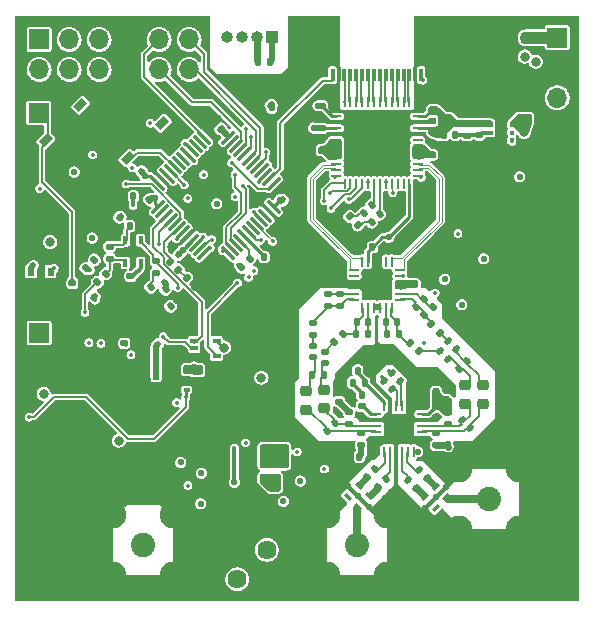
<source format=gbr>
%TF.GenerationSoftware,KiCad,Pcbnew,(6.0.4)*%
%TF.CreationDate,2023-05-30T00:17:29+09:00*%
%TF.ProjectId,RFB,5246422e-6b69-4636-9164-5f7063625858,rev?*%
%TF.SameCoordinates,Original*%
%TF.FileFunction,Copper,L1,Top*%
%TF.FilePolarity,Positive*%
%FSLAX46Y46*%
G04 Gerber Fmt 4.6, Leading zero omitted, Abs format (unit mm)*
G04 Created by KiCad (PCBNEW (6.0.4)) date 2023-05-30 00:17:29*
%MOMM*%
%LPD*%
G01*
G04 APERTURE LIST*
G04 Aperture macros list*
%AMRoundRect*
0 Rectangle with rounded corners*
0 $1 Rounding radius*
0 $2 $3 $4 $5 $6 $7 $8 $9 X,Y pos of 4 corners*
0 Add a 4 corners polygon primitive as box body*
4,1,4,$2,$3,$4,$5,$6,$7,$8,$9,$2,$3,0*
0 Add four circle primitives for the rounded corners*
1,1,$1+$1,$2,$3*
1,1,$1+$1,$4,$5*
1,1,$1+$1,$6,$7*
1,1,$1+$1,$8,$9*
0 Add four rect primitives between the rounded corners*
20,1,$1+$1,$2,$3,$4,$5,0*
20,1,$1+$1,$4,$5,$6,$7,0*
20,1,$1+$1,$6,$7,$8,$9,0*
20,1,$1+$1,$8,$9,$2,$3,0*%
%AMRotRect*
0 Rectangle, with rotation*
0 The origin of the aperture is its center*
0 $1 length*
0 $2 width*
0 $3 Rotation angle, in degrees counterclockwise*
0 Add horizontal line*
21,1,$1,$2,0,0,$3*%
G04 Aperture macros list end*
%TA.AperFunction,ComponentPad*%
%ADD10R,1.700000X1.700000*%
%TD*%
%TA.AperFunction,SMDPad,CuDef*%
%ADD11RotRect,1.050000X0.650000X225.000000*%
%TD*%
%TA.AperFunction,SMDPad,CuDef*%
%ADD12RotRect,1.050000X0.650000X45.000000*%
%TD*%
%TA.AperFunction,SMDPad,CuDef*%
%ADD13RoundRect,0.140000X-0.170000X0.140000X-0.170000X-0.140000X0.170000X-0.140000X0.170000X0.140000X0*%
%TD*%
%TA.AperFunction,SMDPad,CuDef*%
%ADD14RoundRect,0.075000X0.415425X-0.521491X0.521491X-0.415425X-0.415425X0.521491X-0.521491X0.415425X0*%
%TD*%
%TA.AperFunction,SMDPad,CuDef*%
%ADD15RoundRect,0.075000X-0.415425X-0.521491X0.521491X0.415425X0.415425X0.521491X-0.521491X-0.415425X0*%
%TD*%
%TA.AperFunction,ComponentPad*%
%ADD16O,1.700000X1.700000*%
%TD*%
%TA.AperFunction,ComponentPad*%
%ADD17C,2.250000*%
%TD*%
%TA.AperFunction,ComponentPad*%
%ADD18C,2.050000*%
%TD*%
%TA.AperFunction,SMDPad,CuDef*%
%ADD19R,0.600000X0.750000*%
%TD*%
%TA.AperFunction,SMDPad,CuDef*%
%ADD20RoundRect,0.135000X0.135000X0.185000X-0.135000X0.185000X-0.135000X-0.185000X0.135000X-0.185000X0*%
%TD*%
%TA.AperFunction,SMDPad,CuDef*%
%ADD21RoundRect,0.140000X-0.140000X-0.170000X0.140000X-0.170000X0.140000X0.170000X-0.140000X0.170000X0*%
%TD*%
%TA.AperFunction,SMDPad,CuDef*%
%ADD22RoundRect,0.140000X-0.021213X0.219203X-0.219203X0.021213X0.021213X-0.219203X0.219203X-0.021213X0*%
%TD*%
%TA.AperFunction,ConnectorPad*%
%ADD23C,3.800000*%
%TD*%
%TA.AperFunction,ComponentPad*%
%ADD24C,2.600000*%
%TD*%
%TA.AperFunction,SMDPad,CuDef*%
%ADD25RoundRect,0.140000X0.140000X0.170000X-0.140000X0.170000X-0.140000X-0.170000X0.140000X-0.170000X0*%
%TD*%
%TA.AperFunction,SMDPad,CuDef*%
%ADD26RoundRect,0.135000X-0.185000X0.135000X-0.185000X-0.135000X0.185000X-0.135000X0.185000X0.135000X0*%
%TD*%
%TA.AperFunction,SMDPad,CuDef*%
%ADD27RoundRect,0.135000X-0.226274X-0.035355X-0.035355X-0.226274X0.226274X0.035355X0.035355X0.226274X0*%
%TD*%
%TA.AperFunction,SMDPad,CuDef*%
%ADD28RoundRect,0.135000X0.185000X-0.135000X0.185000X0.135000X-0.185000X0.135000X-0.185000X-0.135000X0*%
%TD*%
%TA.AperFunction,SMDPad,CuDef*%
%ADD29RoundRect,0.135000X-0.035355X0.226274X-0.226274X0.035355X0.035355X-0.226274X0.226274X-0.035355X0*%
%TD*%
%TA.AperFunction,SMDPad,CuDef*%
%ADD30RoundRect,0.135000X0.035355X-0.226274X0.226274X-0.035355X-0.035355X0.226274X-0.226274X0.035355X0*%
%TD*%
%TA.AperFunction,SMDPad,CuDef*%
%ADD31RoundRect,0.135000X0.226274X0.035355X0.035355X0.226274X-0.226274X-0.035355X-0.035355X-0.226274X0*%
%TD*%
%TA.AperFunction,SMDPad,CuDef*%
%ADD32RoundRect,0.087500X-0.175000X-0.087500X0.175000X-0.087500X0.175000X0.087500X-0.175000X0.087500X0*%
%TD*%
%TA.AperFunction,SMDPad,CuDef*%
%ADD33R,1.400000X1.600000*%
%TD*%
%TA.AperFunction,SMDPad,CuDef*%
%ADD34RoundRect,0.225000X0.225000X0.250000X-0.225000X0.250000X-0.225000X-0.250000X0.225000X-0.250000X0*%
%TD*%
%TA.AperFunction,SMDPad,CuDef*%
%ADD35RoundRect,0.135000X-0.135000X-0.185000X0.135000X-0.185000X0.135000X0.185000X-0.135000X0.185000X0*%
%TD*%
%TA.AperFunction,SMDPad,CuDef*%
%ADD36R,0.650000X0.400000*%
%TD*%
%TA.AperFunction,SMDPad,CuDef*%
%ADD37RoundRect,0.140000X0.170000X-0.140000X0.170000X0.140000X-0.170000X0.140000X-0.170000X-0.140000X0*%
%TD*%
%TA.AperFunction,SMDPad,CuDef*%
%ADD38RoundRect,0.140000X0.219203X0.021213X0.021213X0.219203X-0.219203X-0.021213X-0.021213X-0.219203X0*%
%TD*%
%TA.AperFunction,SMDPad,CuDef*%
%ADD39RoundRect,0.140000X-0.219203X-0.021213X-0.021213X-0.219203X0.219203X0.021213X0.021213X0.219203X0*%
%TD*%
%TA.AperFunction,SMDPad,CuDef*%
%ADD40RoundRect,0.140000X0.021213X-0.219203X0.219203X-0.021213X-0.021213X0.219203X-0.219203X0.021213X0*%
%TD*%
%TA.AperFunction,SMDPad,CuDef*%
%ADD41RoundRect,0.093750X-0.093750X-0.106250X0.093750X-0.106250X0.093750X0.106250X-0.093750X0.106250X0*%
%TD*%
%TA.AperFunction,SMDPad,CuDef*%
%ADD42R,1.000000X1.600000*%
%TD*%
%TA.AperFunction,SMDPad,CuDef*%
%ADD43RoundRect,0.218750X0.256250X-0.218750X0.256250X0.218750X-0.256250X0.218750X-0.256250X-0.218750X0*%
%TD*%
%TA.AperFunction,SMDPad,CuDef*%
%ADD44RotRect,0.350000X0.700000X135.000000*%
%TD*%
%TA.AperFunction,SMDPad,CuDef*%
%ADD45RoundRect,0.225000X0.250000X-0.225000X0.250000X0.225000X-0.250000X0.225000X-0.250000X-0.225000X0*%
%TD*%
%TA.AperFunction,SMDPad,CuDef*%
%ADD46RoundRect,0.062500X0.375000X0.062500X-0.375000X0.062500X-0.375000X-0.062500X0.375000X-0.062500X0*%
%TD*%
%TA.AperFunction,SMDPad,CuDef*%
%ADD47RoundRect,0.062500X0.062500X0.375000X-0.062500X0.375000X-0.062500X-0.375000X0.062500X-0.375000X0*%
%TD*%
%TA.AperFunction,ComponentPad*%
%ADD48C,0.500000*%
%TD*%
%TA.AperFunction,SMDPad,CuDef*%
%ADD49R,2.500000X2.500000*%
%TD*%
%TA.AperFunction,SMDPad,CuDef*%
%ADD50RoundRect,0.062500X0.062500X-0.375000X0.062500X0.375000X-0.062500X0.375000X-0.062500X-0.375000X0*%
%TD*%
%TA.AperFunction,SMDPad,CuDef*%
%ADD51RoundRect,0.062500X0.375000X-0.062500X0.375000X0.062500X-0.375000X0.062500X-0.375000X-0.062500X0*%
%TD*%
%TA.AperFunction,SMDPad,CuDef*%
%ADD52RoundRect,0.147500X0.226274X0.017678X0.017678X0.226274X-0.226274X-0.017678X-0.017678X-0.226274X0*%
%TD*%
%TA.AperFunction,ComponentPad*%
%ADD53C,1.620000*%
%TD*%
%TA.AperFunction,SMDPad,CuDef*%
%ADD54R,0.400000X0.650000*%
%TD*%
%TA.AperFunction,SMDPad,CuDef*%
%ADD55RoundRect,0.062500X-0.375000X-0.062500X0.375000X-0.062500X0.375000X0.062500X-0.375000X0.062500X0*%
%TD*%
%TA.AperFunction,SMDPad,CuDef*%
%ADD56RoundRect,0.062500X-0.062500X-0.375000X0.062500X-0.375000X0.062500X0.375000X-0.062500X0.375000X0*%
%TD*%
%TA.AperFunction,SMDPad,CuDef*%
%ADD57R,5.600000X5.600000*%
%TD*%
%TA.AperFunction,SMDPad,CuDef*%
%ADD58RotRect,0.350000X0.700000X45.000000*%
%TD*%
%TA.AperFunction,ComponentPad*%
%ADD59O,1.000000X1.000000*%
%TD*%
%TA.AperFunction,ComponentPad*%
%ADD60R,1.000000X1.000000*%
%TD*%
%TA.AperFunction,SMDPad,CuDef*%
%ADD61R,2.300000X3.100000*%
%TD*%
%TA.AperFunction,SMDPad,CuDef*%
%ADD62R,0.300000X1.100000*%
%TD*%
%TA.AperFunction,ViaPad*%
%ADD63C,0.350000*%
%TD*%
%TA.AperFunction,ViaPad*%
%ADD64C,0.800000*%
%TD*%
%TA.AperFunction,ViaPad*%
%ADD65C,0.550000*%
%TD*%
%TA.AperFunction,Conductor*%
%ADD66C,0.160000*%
%TD*%
%TA.AperFunction,Conductor*%
%ADD67C,0.350000*%
%TD*%
%TA.AperFunction,Conductor*%
%ADD68C,0.250000*%
%TD*%
%TA.AperFunction,Conductor*%
%ADD69C,0.500000*%
%TD*%
%TA.AperFunction,Conductor*%
%ADD70C,0.150000*%
%TD*%
%TA.AperFunction,Conductor*%
%ADD71C,0.560000*%
%TD*%
%TA.AperFunction,Conductor*%
%ADD72C,0.670000*%
%TD*%
%TA.AperFunction,Conductor*%
%ADD73C,0.600000*%
%TD*%
%TA.AperFunction,Conductor*%
%ADD74C,0.146812*%
%TD*%
%TA.AperFunction,Conductor*%
%ADD75C,0.090000*%
%TD*%
%TA.AperFunction,Conductor*%
%ADD76C,0.101600*%
%TD*%
%TA.AperFunction,Conductor*%
%ADD77C,1.000000*%
%TD*%
G04 APERTURE END LIST*
D10*
%TO.P,J8,1,Pin_1*%
%TO.N,/STM_NRST*%
X35077400Y-64592200D03*
%TD*%
D11*
%TO.P,SW2,2,2*%
%TO.N,/STM_NRST*%
X38629307Y-63939614D03*
X35694814Y-66874107D03*
%TO.P,SW2,1,1*%
%TO.N,GND*%
X37215093Y-68394386D03*
X40149586Y-65459893D03*
%TD*%
D12*
%TO.P,SW1,1,1*%
%TO.N,GND*%
X41105014Y-66874107D03*
X44039507Y-63939614D03*
%TO.P,SW1,2,2*%
%TO.N,Net-(U11-Pad44)*%
X45559786Y-65459893D03*
X42625293Y-68394386D03*
%TD*%
D13*
%TO.P,C129,2*%
%TO.N,GND*%
X48691800Y-87424200D03*
%TO.P,C129,1*%
%TO.N,/3V8*%
X48691800Y-86464200D03*
%TD*%
D14*
%TO.P,U11,48,VDD*%
%TO.N,VCC*%
X45200924Y-70578412D03*
%TO.P,U11,47,VSS*%
%TO.N,GND*%
X45554478Y-70224858D03*
%TO.P,U11,46,PB9*%
%TO.N,/PLL_CE*%
X45908031Y-69871305D03*
%TO.P,U11,45,PB8*%
%TO.N,/STM_GPB8*%
X46261585Y-69517751D03*
%TO.P,U11,44,PH3*%
%TO.N,Net-(U11-Pad44)*%
X46615138Y-69164198D03*
%TO.P,U11,43,PB7*%
%TO.N,unconnected-(U11-Pad43)*%
X46968691Y-68810645D03*
%TO.P,U11,42,PB6*%
%TO.N,unconnected-(U11-Pad42)*%
X47322245Y-68457091D03*
%TO.P,U11,41,PB5*%
%TO.N,/STM_GPB5*%
X47675798Y-68103538D03*
%TO.P,U11,40,PB4*%
%TO.N,/STM_GPB4*%
X48029351Y-67749985D03*
%TO.P,U11,39,PB3*%
%TO.N,unconnected-(U11-Pad39)*%
X48382905Y-67396431D03*
%TO.P,U11,38,PA15*%
%TO.N,unconnected-(U11-Pad38)*%
X48736458Y-67042878D03*
%TO.P,U11,37,PA14*%
%TO.N,/STM_SWCLK*%
X49090012Y-66689324D03*
D15*
%TO.P,U11,36,VDD*%
%TO.N,VCC*%
X51087588Y-66689324D03*
%TO.P,U11,35,VSS*%
%TO.N,GND*%
X51441142Y-67042878D03*
%TO.P,U11,34,PA13*%
%TO.N,/STM_SWDIO*%
X51794695Y-67396431D03*
%TO.P,U11,33,PA12*%
%TO.N,/CAN_T*%
X52148249Y-67749985D03*
%TO.P,U11,32,PA11*%
%TO.N,/CAN_R*%
X52501802Y-68103538D03*
%TO.P,U11,31,PA10*%
%TO.N,/LNA_S2*%
X52855355Y-68457091D03*
%TO.P,U11,30,PA9*%
%TO.N,/LNA_S1*%
X53208909Y-68810645D03*
%TO.P,U11,29,PA8*%
%TO.N,/STM_GPA8*%
X53562462Y-69164198D03*
%TO.P,U11,28,PB15*%
%TO.N,/SPI_MOSI*%
X53916015Y-69517751D03*
%TO.P,U11,27,PB14*%
%TO.N,/SPI_MISO*%
X54269569Y-69871305D03*
%TO.P,U11,26,PB13*%
%TO.N,/STM_FGPB13*%
X54623122Y-70224858D03*
%TO.P,U11,25,PB12*%
%TO.N,/STM_GPB12*%
X54976676Y-70578412D03*
D14*
%TO.P,U11,24,VDD*%
%TO.N,VCC*%
X54976676Y-72575988D03*
%TO.P,U11,23,VSS*%
%TO.N,GND*%
X54623122Y-72929542D03*
%TO.P,U11,22,PB11*%
%TO.N,unconnected-(U11-Pad22)*%
X54269569Y-73283095D03*
%TO.P,U11,21,PB10*%
%TO.N,/SPI_SCK*%
X53916015Y-73636649D03*
%TO.P,U11,20,PB2*%
%TO.N,/ADC_RESET*%
X53562462Y-73990202D03*
%TO.P,U11,19,PB1*%
%TO.N,unconnected-(U11-Pad19)*%
X53208909Y-74343755D03*
%TO.P,U11,18,PB0*%
%TO.N,/SPI_CS_ADC*%
X52855355Y-74697309D03*
%TO.P,U11,17,PA7*%
%TO.N,/PA_DET*%
X52501802Y-75050862D03*
%TO.P,U11,16,PA6*%
%TO.N,/PA_nEN*%
X52148249Y-75404415D03*
%TO.P,U11,15,PA5*%
%TO.N,/STM_GPA5*%
X51794695Y-75757969D03*
%TO.P,U11,14,PA4*%
%TO.N,/STM_GPA4*%
X51441142Y-76111522D03*
%TO.P,U11,13,PA3*%
%TO.N,/PLL_RAMPCLK*%
X51087588Y-76465076D03*
D15*
%TO.P,U11,12,PA2*%
%TO.N,/STM_GPA2*%
X49090012Y-76465076D03*
%TO.P,U11,11,PA1*%
%TO.N,/STM_GPA1*%
X48736458Y-76111522D03*
%TO.P,U11,10,PA0*%
%TO.N,/STM_GPA0*%
X48382905Y-75757969D03*
%TO.P,U11,9,VDDA*%
%TO.N,VCC*%
X48029351Y-75404415D03*
%TO.P,U11,8,VSSA*%
%TO.N,GND*%
X47675798Y-75050862D03*
%TO.P,U11,7,NRST*%
%TO.N,/STM_NRST*%
X47322245Y-74697309D03*
%TO.P,U11,6,PH1*%
%TO.N,Net-(D1-Pad2)*%
X46968691Y-74343755D03*
%TO.P,U11,5,PH0*%
%TO.N,/MCU_REFCLK*%
X46615138Y-73990202D03*
%TO.P,U11,4,PC15*%
%TO.N,/PLL_RAMPDIR*%
X46261585Y-73636649D03*
%TO.P,U11,3,PC14*%
%TO.N,/SPI_CS_PLL*%
X45908031Y-73283095D03*
%TO.P,U11,2,PC13*%
%TO.N,unconnected-(U11-Pad2)*%
X45554478Y-72929542D03*
%TO.P,U11,1,VBAT*%
%TO.N,VCC*%
X45200924Y-72575988D03*
%TD*%
D16*
%TO.P,J7,12,Pin_12*%
%TO.N,/LNA_S2*%
X47828200Y-60909200D03*
%TO.P,J7,11,Pin_11*%
%TO.N,/LNA_S1*%
X47828200Y-58369200D03*
%TO.P,J7,10,Pin_10*%
%TO.N,/STM_SWDIO*%
X45288200Y-60909200D03*
%TO.P,J7,9,Pin_9*%
%TO.N,/STM_SWCLK*%
X45288200Y-58369200D03*
%TO.P,J7,8,Pin_8*%
%TO.N,GND*%
X42748200Y-60909200D03*
%TO.P,J7,7,Pin_7*%
X42748200Y-58369200D03*
%TO.P,J7,6,Pin_6*%
%TO.N,/6V*%
X40208200Y-60909200D03*
%TO.P,J7,5,Pin_5*%
X40208200Y-58369200D03*
%TO.P,J7,4,Pin_4*%
%TO.N,VCC*%
X37668200Y-60909200D03*
%TO.P,J7,3,Pin_3*%
X37668200Y-58369200D03*
%TO.P,J7,2,Pin_2*%
%TO.N,/3V8*%
X35128200Y-60909200D03*
D10*
%TO.P,J7,1,Pin_1*%
X35128200Y-58369200D03*
%TD*%
D17*
%TO.P,J1,2,Ext*%
%TO.N,GND*%
X70637400Y-99822000D03*
X75717400Y-94742000D03*
X75717400Y-99822000D03*
X70637400Y-94742000D03*
D18*
%TO.P,J1,1,In*%
%TO.N,/Mixer/MIX_RFA*%
X73177400Y-97282000D03*
%TD*%
D19*
%TO.P,U1,4,VCC*%
%TO.N,/3V3D_OSC*%
X34442400Y-78028800D03*
%TO.P,U1,3,OUT*%
%TO.N,Net-(R1-Pad1)*%
X36092400Y-78028800D03*
%TO.P,U1,2,GND*%
%TO.N,GND*%
X36092400Y-79158800D03*
%TO.P,U1,1,NC*%
X34442400Y-79158800D03*
%TD*%
D20*
%TO.P,R9,2*%
%TO.N,Net-(R10-Pad1)*%
X42797000Y-74168000D03*
%TO.P,R9,1*%
%TO.N,GND*%
X43817000Y-74168000D03*
%TD*%
D21*
%TO.P,C74,2*%
%TO.N,/MIX_5VA*%
X62227400Y-93700600D03*
%TO.P,C74,1*%
%TO.N,GND*%
X61267400Y-93700600D03*
%TD*%
D22*
%TO.P,C31,2*%
%TO.N,GND*%
X43898178Y-80019211D03*
%TO.P,C31,1*%
%TO.N,Net-(C31-Pad1)*%
X44577000Y-79340389D03*
%TD*%
D23*
%TO.P,H1,1,1*%
%TO.N,GND*%
X78663800Y-103759000D03*
D24*
X78663800Y-103759000D03*
%TD*%
D25*
%TO.P,C65,2*%
%TO.N,GND*%
X67785100Y-88188800D03*
%TO.P,C65,1*%
%TO.N,/MIX_5VA*%
X68745100Y-88188800D03*
%TD*%
D13*
%TO.P,C12,2*%
%TO.N,/1V8D*%
X72374700Y-65527400D03*
%TO.P,C12,1*%
%TO.N,GND*%
X72374700Y-64567400D03*
%TD*%
%TO.P,C57,2*%
%TO.N,Net-(C57-Pad2)*%
X60579000Y-80921800D03*
%TO.P,C57,1*%
%TO.N,Net-(C57-Pad1)*%
X60579000Y-79961800D03*
%TD*%
D26*
%TO.P,R6,2*%
%TO.N,Net-(C31-Pad1)*%
X45034200Y-78183200D03*
%TO.P,R6,1*%
%TO.N,Net-(C32-Pad1)*%
X45034200Y-77163200D03*
%TD*%
D13*
%TO.P,C35,2*%
%TO.N,/1V8D*%
X59055000Y-63980000D03*
%TO.P,C35,1*%
%TO.N,GND*%
X59055000Y-63020000D03*
%TD*%
%TO.P,C36,2*%
%TO.N,/1V8D*%
X59055000Y-65885000D03*
%TO.P,C36,1*%
%TO.N,GND*%
X59055000Y-64925000D03*
%TD*%
D22*
%TO.P,C61,2*%
%TO.N,Net-(C61-Pad2)*%
X62906589Y-95411611D03*
%TO.P,C61,1*%
%TO.N,/Mixer/BBN*%
X63585411Y-94732789D03*
%TD*%
D13*
%TO.P,C72,2*%
%TO.N,/MIX_5VA*%
X60528200Y-89024400D03*
%TO.P,C72,1*%
%TO.N,GND*%
X60528200Y-88064400D03*
%TD*%
D27*
%TO.P,R53,2*%
%TO.N,GND*%
X48341224Y-79303824D03*
%TO.P,R53,1*%
%TO.N,Net-(D1-Pad1)*%
X47619976Y-78582576D03*
%TD*%
D28*
%TO.P,R71,2*%
%TO.N,Net-(C130-Pad2)*%
X72374700Y-66465800D03*
%TO.P,R71,1*%
%TO.N,GND*%
X72374700Y-67485800D03*
%TD*%
D29*
%TO.P,R62,2*%
%TO.N,/PLL_3V3A*%
X39085576Y-77754424D03*
%TO.P,R62,1*%
%TO.N,/PLL_CE*%
X39806824Y-77033176D03*
%TD*%
D16*
%TO.P,J9,2,Pin_2*%
%TO.N,GND*%
X35128200Y-85770800D03*
D10*
%TO.P,J9,1,Pin_1*%
%TO.N,/3V3D*%
X35128200Y-83230800D03*
%TD*%
D30*
%TO.P,R12,2*%
%TO.N,Net-(C56-Pad1)*%
X60838024Y-83306976D03*
%TO.P,R12,1*%
%TO.N,Net-(C52-Pad2)*%
X60116776Y-84028224D03*
%TD*%
D13*
%TO.P,C15,2*%
%TO.N,/PLL_3V3A*%
X42341800Y-84096800D03*
%TO.P,C15,1*%
%TO.N,GND*%
X42341800Y-83136800D03*
%TD*%
D23*
%TO.P,H2,1,1*%
%TO.N,GND*%
X73329800Y-61290200D03*
D24*
X73329800Y-61290200D03*
%TD*%
D31*
%TO.P,R11,2*%
%TO.N,/ADC_REFCLKN*%
X61424876Y-73350176D03*
%TO.P,R11,1*%
%TO.N,/ADC_REFCLKP*%
X62146124Y-74071424D03*
%TD*%
D32*
%TO.P,U22,1,VO*%
%TO.N,/PLL_3V3A*%
X45042100Y-86524400D03*
%TO.P,U22,2,Vo_s*%
X45042100Y-87024400D03*
%TO.P,U22,3,GND*%
%TO.N,GND*%
X45042100Y-87524400D03*
%TO.P,U22,4,GND*%
X45042100Y-88024400D03*
%TO.P,U22,5,EN*%
%TO.N,VCC*%
X47617100Y-88024400D03*
%TO.P,U22,6,GND*%
%TO.N,GND*%
X47617100Y-87524400D03*
%TO.P,U22,7,GND*%
X47617100Y-87024400D03*
%TO.P,U22,8,VCC*%
%TO.N,/3V8*%
X47617100Y-86524400D03*
D33*
%TO.P,U22,9,GND*%
%TO.N,GND*%
X46329600Y-87274400D03*
%TD*%
D34*
%TO.P,C33,2*%
%TO.N,GND*%
X74815400Y-58216800D03*
%TO.P,C33,1*%
%TO.N,/Power/6V_IN*%
X76365400Y-58216800D03*
%TD*%
D35*
%TO.P,R39,2*%
%TO.N,GND*%
X55196200Y-76809600D03*
%TO.P,R39,1*%
%TO.N,/PA_DET*%
X54176200Y-76809600D03*
%TD*%
D20*
%TO.P,R25,2*%
%TO.N,GND*%
X61085000Y-86410800D03*
%TO.P,R25,1*%
%TO.N,Net-(R24-Pad2)*%
X62105000Y-86410800D03*
%TD*%
D22*
%TO.P,C40,2*%
%TO.N,/ADC_REFCLKN*%
X62614489Y-73059611D03*
%TO.P,C40,1*%
%TO.N,/ADC/CLKN*%
X63293311Y-72380789D03*
%TD*%
D36*
%TO.P,U12,5,VCC*%
%TO.N,VCC*%
X50149800Y-83881200D03*
%TO.P,U12,4*%
%TO.N,/SPI_MISO*%
X50149800Y-85181200D03*
%TO.P,U12,3,GND*%
%TO.N,GND*%
X48249800Y-85181200D03*
%TO.P,U12,2*%
%TO.N,/Generator/MUXOUT*%
X48249800Y-84531200D03*
%TO.P,U12,1*%
%TO.N,/SPI_CS_PLL*%
X48249800Y-83881200D03*
%TD*%
D37*
%TO.P,C44,2*%
%TO.N,GND*%
X68409800Y-67170900D03*
%TO.P,C44,1*%
%TO.N,/ADC_1V8A*%
X68409800Y-68130900D03*
%TD*%
D21*
%TO.P,C56,2*%
%TO.N,Net-(C56-Pad2)*%
X62964000Y-82296000D03*
%TO.P,C56,1*%
%TO.N,Net-(C56-Pad1)*%
X62004000Y-82296000D03*
%TD*%
%TO.P,C143,2*%
%TO.N,GND*%
X45996800Y-85471000D03*
%TO.P,C143,1*%
%TO.N,/PLL_3V3A*%
X45036800Y-85471000D03*
%TD*%
D38*
%TO.P,C54,2*%
%TO.N,Net-(C54-Pad2)*%
X69739189Y-83886989D03*
%TO.P,C54,1*%
%TO.N,Net-(C51-Pad1)*%
X70418011Y-84565811D03*
%TD*%
D39*
%TO.P,C6,1*%
%TO.N,GND*%
X41265789Y-72736389D03*
%TO.P,C6,2*%
%TO.N,/3V3D*%
X41944611Y-73415211D03*
%TD*%
D13*
%TO.P,C45,2*%
%TO.N,/1V8D*%
X68409800Y-64320900D03*
%TO.P,C45,1*%
%TO.N,GND*%
X68409800Y-63360900D03*
%TD*%
D31*
%TO.P,R14,2*%
%TO.N,Net-(C58-Pad1)*%
X68346376Y-82494176D03*
%TO.P,R14,1*%
%TO.N,Net-(C54-Pad2)*%
X69067624Y-83215424D03*
%TD*%
D39*
%TO.P,C101,2*%
%TO.N,VCC*%
X46999211Y-76539411D03*
%TO.P,C101,1*%
%TO.N,GND*%
X46320389Y-75860589D03*
%TD*%
D30*
%TO.P,R40,2*%
%TO.N,/PA_nEN*%
X52964024Y-76931576D03*
%TO.P,R40,1*%
%TO.N,Net-(R20-Pad1)*%
X52242776Y-77652824D03*
%TD*%
D22*
%TO.P,C41,2*%
%TO.N,/ADC_REFCLKP*%
X63274889Y-73821611D03*
%TO.P,C41,1*%
%TO.N,/ADC/CLKP*%
X63953711Y-73142789D03*
%TD*%
D28*
%TO.P,R70,2*%
%TO.N,/1V8D*%
X71358700Y-65504600D03*
%TO.P,R70,1*%
%TO.N,Net-(C130-Pad2)*%
X71358700Y-66524600D03*
%TD*%
D21*
%TO.P,C2,1*%
%TO.N,GND*%
X42141200Y-71653400D03*
%TO.P,C2,2*%
%TO.N,/3V3D*%
X43101200Y-71653400D03*
%TD*%
D40*
%TO.P,C58,2*%
%TO.N,Net-(C58-Pad2)*%
X67725611Y-80305589D03*
%TO.P,C58,1*%
%TO.N,Net-(C58-Pad1)*%
X67046789Y-80984411D03*
%TD*%
D25*
%TO.P,C50,2*%
%TO.N,Net-(C50-Pad2)*%
X58270200Y-86741000D03*
%TO.P,C50,1*%
%TO.N,Net-(C50-Pad1)*%
X59230200Y-86741000D03*
%TD*%
D21*
%TO.P,C47,2*%
%TO.N,GND*%
X64310200Y-75971400D03*
%TO.P,C47,1*%
%TO.N,/IF_VCM*%
X63350200Y-75971400D03*
%TD*%
D37*
%TO.P,C16,1*%
%TO.N,GND*%
X42849800Y-79397800D03*
%TO.P,C16,2*%
%TO.N,/PLL_3V3A*%
X42849800Y-78437800D03*
%TD*%
D21*
%TO.P,C75,2*%
%TO.N,Net-(C75-Pad2)*%
X65453200Y-82296000D03*
%TO.P,C75,1*%
%TO.N,Net-(C75-Pad1)*%
X64493200Y-82296000D03*
%TD*%
D41*
%TO.P,IC9,1,OUT*%
%TO.N,/1V8D*%
X73368300Y-65606200D03*
%TO.P,IC9,2,FB*%
%TO.N,Net-(C130-Pad2)*%
X73368300Y-66256200D03*
%TO.P,IC9,3,GND*%
%TO.N,GND*%
X73368300Y-66906200D03*
%TO.P,IC9,4,EN*%
%TO.N,VCC*%
X75143300Y-66906200D03*
%TO.P,IC9,5,PG*%
%TO.N,unconnected-(IC9-Pad5)*%
X75143300Y-66256200D03*
%TO.P,IC9,6,IN*%
%TO.N,/3V8*%
X75143300Y-65606200D03*
D42*
%TO.P,IC9,7,GND*%
%TO.N,GND*%
X74255800Y-66256200D03*
%TD*%
D22*
%TO.P,C10,2*%
%TO.N,/IF Filter D/IFAN*%
X59477589Y-91550811D03*
%TO.P,C10,1*%
%TO.N,/IF Filter D/IFAP*%
X60156411Y-90871989D03*
%TD*%
D13*
%TO.P,C66,2*%
%TO.N,GND*%
X62433200Y-90377200D03*
%TO.P,C66,1*%
%TO.N,/MIX_5VA*%
X62433200Y-89417200D03*
%TD*%
D25*
%TO.P,C71,2*%
%TO.N,/MIX_5VA*%
X69725600Y-92735400D03*
%TO.P,C71,1*%
%TO.N,GND*%
X70685600Y-92735400D03*
%TD*%
D43*
%TO.P,L3,2,2*%
%TO.N,Net-(C51-Pad1)*%
X72745600Y-87655300D03*
%TO.P,L3,1,1*%
%TO.N,/IF Filter D/IFBP*%
X72745600Y-89230300D03*
%TD*%
%TO.P,L2,2,2*%
%TO.N,Net-(C50-Pad2)*%
X57708800Y-88163300D03*
%TO.P,L2,1,1*%
%TO.N,/IF Filter D/IFAN*%
X57708800Y-89738300D03*
%TD*%
D38*
%TO.P,C55,2*%
%TO.N,Net-(C55-Pad2)*%
X69104189Y-84750589D03*
%TO.P,C55,1*%
%TO.N,Net-(C51-Pad2)*%
X69783011Y-85429411D03*
%TD*%
D44*
%TO.P,FL2,6,NC*%
%TO.N,unconnected-(FL2-Pad6)*%
X68724678Y-98031161D03*
%TO.P,FL2,5,GND*%
%TO.N,GND*%
X68265058Y-97571542D03*
%TO.P,FL2,4*%
%TO.N,Net-(C59-Pad2)*%
X67805439Y-97111922D03*
%TO.P,FL2,3*%
%TO.N,Net-(C60-Pad1)*%
X68689322Y-96228039D03*
%TO.P,FL2,2,GND*%
%TO.N,GND*%
X69148942Y-96687658D03*
%TO.P,FL2,1*%
%TO.N,/Mixer/MIX_RFA*%
X69608561Y-97147278D03*
%TD*%
D39*
%TO.P,C64,2*%
%TO.N,Net-(C64-Pad2)*%
X64978679Y-87967421D03*
%TO.P,C64,1*%
%TO.N,/PLL_RFMXN*%
X64299857Y-87288599D03*
%TD*%
D26*
%TO.P,R28,2*%
%TO.N,/IF Filter D/IFBN*%
X69773800Y-90959400D03*
%TO.P,R28,1*%
%TO.N,/MIX_5VA*%
X69773800Y-89939400D03*
%TD*%
D38*
%TO.P,C63,2*%
%TO.N,/PLL_RFMXP*%
X65018278Y-86570178D03*
%TO.P,C63,1*%
%TO.N,Net-(C63-Pad1)*%
X65697100Y-87249000D03*
%TD*%
D43*
%TO.P,L1,2,2*%
%TO.N,Net-(C50-Pad1)*%
X59258200Y-88036300D03*
%TO.P,L1,1,1*%
%TO.N,/IF Filter D/IFAP*%
X59258200Y-89611300D03*
%TD*%
D45*
%TO.P,C120,2*%
%TO.N,GND*%
X76377800Y-63614000D03*
%TO.P,C120,1*%
%TO.N,/3V8*%
X76377800Y-65164000D03*
%TD*%
D39*
%TO.P,C95,2*%
%TO.N,GND*%
X56406422Y-72662422D03*
%TO.P,C95,1*%
%TO.N,VCC*%
X55727600Y-71983600D03*
%TD*%
D35*
%TO.P,R19,2*%
%TO.N,Net-(C75-Pad2)*%
X65559400Y-83312000D03*
%TO.P,R19,1*%
%TO.N,Net-(C75-Pad1)*%
X64539400Y-83312000D03*
%TD*%
D38*
%TO.P,C60,2*%
%TO.N,/Mixer/BAP*%
X67275389Y-94783589D03*
%TO.P,C60,1*%
%TO.N,Net-(C60-Pad1)*%
X67954211Y-95462411D03*
%TD*%
D40*
%TO.P,C62,2*%
%TO.N,/Mixer/BBP*%
X64474411Y-95621789D03*
%TO.P,C62,1*%
%TO.N,Net-(C62-Pad1)*%
X63795589Y-96300611D03*
%TD*%
D46*
%TO.P,U8,1,GND*%
%TO.N,GND*%
X67531600Y-92592400D03*
%TO.P,U8,2,GND*%
X67531600Y-92092400D03*
%TO.P,U8,3,OP1+*%
%TO.N,/IF Filter D/IFBP*%
X67531600Y-91592400D03*
%TO.P,U8,4,OP1-*%
%TO.N,/IF Filter D/IFBN*%
X67531600Y-91092400D03*
%TO.P,U8,5,GND*%
%TO.N,GND*%
X67531600Y-90592400D03*
%TO.P,U8,6,VPOS*%
%TO.N,/MIX_5VA*%
X67531600Y-90092400D03*
D47*
%TO.P,U8,7,~{ENBL}*%
%TO.N,GND*%
X66844100Y-89404900D03*
%TO.P,U8,8,GND*%
X66344100Y-89404900D03*
%TO.P,U8,9,LOIP*%
%TO.N,Net-(C63-Pad1)*%
X65844100Y-89404900D03*
%TO.P,U8,10,LOIN*%
%TO.N,Net-(C64-Pad2)*%
X65344100Y-89404900D03*
%TO.P,U8,11,GND*%
%TO.N,GND*%
X64844100Y-89404900D03*
%TO.P,U8,12,VSET*%
%TO.N,Net-(R24-Pad2)*%
X64344100Y-89404900D03*
D46*
%TO.P,U8,13,VPOS*%
%TO.N,/MIX_5VA*%
X63656600Y-90092400D03*
%TO.P,U8,14,GND*%
%TO.N,GND*%
X63656600Y-90592400D03*
%TO.P,U8,15,OP2-*%
%TO.N,/IF Filter D/IFAP*%
X63656600Y-91092400D03*
%TO.P,U8,16,OP2+*%
%TO.N,/IF Filter D/IFAN*%
X63656600Y-91592400D03*
%TO.P,U8,17,GND*%
%TO.N,GND*%
X63656600Y-92092400D03*
%TO.P,U8,18,GND*%
X63656600Y-92592400D03*
D47*
%TO.P,U8,19,RF2-*%
%TO.N,/Mixer/BBN*%
X64344100Y-93279900D03*
%TO.P,U8,20,RF2+*%
%TO.N,/Mixer/BBP*%
X64844100Y-93279900D03*
%TO.P,U8,21,GND*%
%TO.N,GND*%
X65344100Y-93279900D03*
%TO.P,U8,22,RF1-*%
%TO.N,/Mixer/BAN*%
X65844100Y-93279900D03*
%TO.P,U8,23,RF1+*%
%TO.N,/Mixer/BAP*%
X66344100Y-93279900D03*
%TO.P,U8,24,VPOS*%
%TO.N,/MIX_5VA*%
X66844100Y-93279900D03*
D48*
%TO.P,U8,25,GND*%
%TO.N,GND*%
X66594100Y-92342400D03*
X64594100Y-91342400D03*
X66594100Y-90342400D03*
X64594100Y-90342400D03*
X65594100Y-91342400D03*
X65594100Y-90342400D03*
D49*
X65594100Y-91342400D03*
D48*
X66594100Y-91342400D03*
X64594100Y-92342400D03*
X65594100Y-92342400D03*
%TD*%
D29*
%TO.P,R8,2*%
%TO.N,Net-(C30-Pad2)*%
X40050776Y-78922824D03*
%TO.P,R8,1*%
%TO.N,Net-(R10-Pad2)*%
X40772024Y-78201576D03*
%TD*%
D35*
%TO.P,R24,2*%
%TO.N,Net-(R24-Pad2)*%
X62689200Y-87426800D03*
%TO.P,R24,1*%
%TO.N,/MIX_5VA*%
X61669200Y-87426800D03*
%TD*%
D50*
%TO.P,U3,1,-IN1*%
%TO.N,Net-(C56-Pad1)*%
X62478600Y-81083900D03*
%TO.P,U3,2,+FB1*%
%TO.N,Net-(C56-Pad2)*%
X62978600Y-81083900D03*
%TO.P,U3,3,+FB2*%
%TO.N,/IFF_3V3A*%
X63478600Y-81083900D03*
%TO.P,U3,4,+FB2*%
X63978600Y-81083900D03*
%TO.P,U3,5,-FB2*%
%TO.N,Net-(C75-Pad1)*%
X64478600Y-81083900D03*
%TO.P,U3,6,+IN2*%
%TO.N,Net-(C75-Pad2)*%
X64978600Y-81083900D03*
D51*
%TO.P,U3,7,-IN2*%
%TO.N,Net-(C58-Pad1)*%
X65666100Y-80396400D03*
%TO.P,U3,8,+FB2*%
%TO.N,Net-(C58-Pad2)*%
X65666100Y-79896400D03*
%TO.P,U3,9,+FB2*%
%TO.N,/IFF_3V3A*%
X65666100Y-79396400D03*
%TO.P,U3,10,+FB2*%
X65666100Y-78896400D03*
%TO.P,U3,11,VOCM2*%
%TO.N,/IF_VCM*%
X65666100Y-78396400D03*
%TO.P,U3,12,+2*%
%TO.N,/ADC/ADC_INBP*%
X65666100Y-77896400D03*
D50*
%TO.P,U3,13,-2*%
%TO.N,/ADC/ADC_INBN*%
X64978600Y-77208900D03*
%TO.P,U3,14,~{DISABLE2}*%
%TO.N,unconnected-(U3-Pad14)*%
X64478600Y-77208900D03*
%TO.P,U3,15,-FB2*%
%TO.N,GND*%
X63978600Y-77208900D03*
%TO.P,U3,16,-FB2*%
X63478600Y-77208900D03*
%TO.P,U3,17,VOCM1*%
%TO.N,/IF_VCM*%
X62978600Y-77208900D03*
%TO.P,U3,18,+1*%
%TO.N,/ADC/ADC_INAN*%
X62478600Y-77208900D03*
D51*
%TO.P,U3,19,-1*%
%TO.N,/ADC/ADC_INAP*%
X61791100Y-77896400D03*
%TO.P,U3,20,~{DISABLE1}*%
%TO.N,unconnected-(U3-Pad20)*%
X61791100Y-78396400D03*
%TO.P,U3,21,-FB2*%
%TO.N,GND*%
X61791100Y-78896400D03*
%TO.P,U3,22,-FB2*%
X61791100Y-79396400D03*
%TO.P,U3,23,-FB1*%
%TO.N,Net-(C57-Pad1)*%
X61791100Y-79896400D03*
%TO.P,U3,24,+IN1*%
%TO.N,Net-(C57-Pad2)*%
X61791100Y-80396400D03*
D48*
%TO.P,U3,25,EP*%
%TO.N,GND*%
X63728600Y-80146400D03*
X62728600Y-78146400D03*
X64728600Y-78146400D03*
X63728600Y-79146400D03*
X64728600Y-80146400D03*
X62728600Y-79146400D03*
X64728600Y-79146400D03*
X62728600Y-80146400D03*
D49*
X63728600Y-79146400D03*
D48*
X63728600Y-78146400D03*
%TD*%
D16*
%TO.P,J6,3,Pin_3*%
%TO.N,/Power/3V8_IN*%
X78994000Y-63296800D03*
%TO.P,J6,2,Pin_2*%
%TO.N,GND*%
X78994000Y-60756800D03*
D10*
%TO.P,J6,1,Pin_1*%
%TO.N,/Power/6V_IN*%
X78994000Y-58216800D03*
%TD*%
D40*
%TO.P,C14,2*%
%TO.N,/PLL_3V3A*%
X45847000Y-79527400D03*
%TO.P,C14,1*%
%TO.N,GND*%
X45168178Y-80206222D03*
%TD*%
D52*
%TO.P,D1,2,A*%
%TO.N,Net-(D1-Pad2)*%
X46240653Y-77203253D03*
%TO.P,D1,1,K*%
%TO.N,Net-(D1-Pad1)*%
X46926547Y-77889147D03*
%TD*%
D40*
%TO.P,C94,2*%
%TO.N,GND*%
X44500800Y-68884800D03*
%TO.P,C94,1*%
%TO.N,VCC*%
X43821978Y-69563622D03*
%TD*%
D17*
%TO.P,J3,2,Ext*%
%TO.N,GND*%
X41402000Y-98605400D03*
X46482000Y-103685400D03*
X46482000Y-98605400D03*
X41402000Y-103685400D03*
D18*
%TO.P,J3,1,In*%
%TO.N,/PA2/PA_RFOUT*%
X43942000Y-101145400D03*
%TD*%
D28*
%TO.P,R13,2*%
%TO.N,Net-(C57-Pad2)*%
X58293000Y-82344800D03*
%TO.P,R13,1*%
%TO.N,Net-(C53-Pad2)*%
X58293000Y-83364800D03*
%TD*%
D53*
%TO.P,RV1,1,1*%
%TO.N,Net-(Q1-Pad3)*%
X54406800Y-101574600D03*
%TO.P,RV1,2,2*%
%TO.N,Net-(RV1-Pad2)*%
X51906800Y-104074600D03*
%TO.P,RV1,3,3*%
%TO.N,GND*%
X49406800Y-101574600D03*
%TD*%
D38*
%TO.P,C18,2*%
%TO.N,/PLL_3V3A*%
X39783378Y-80143978D03*
%TO.P,C18,1*%
%TO.N,GND*%
X40462200Y-80822800D03*
%TD*%
D22*
%TO.P,C51,2*%
%TO.N,Net-(C51-Pad2)*%
X70704389Y-86242211D03*
%TO.P,C51,1*%
%TO.N,Net-(C51-Pad1)*%
X71383211Y-85563389D03*
%TD*%
D43*
%TO.P,L4,2,2*%
%TO.N,Net-(C51-Pad2)*%
X71196200Y-87655300D03*
%TO.P,L4,1,1*%
%TO.N,/IF Filter D/IFBN*%
X71196200Y-89230300D03*
%TD*%
D21*
%TO.P,C130,2*%
%TO.N,Net-(C130-Pad2)*%
X70368100Y-66446400D03*
%TO.P,C130,1*%
%TO.N,/1V8D*%
X69408100Y-66446400D03*
%TD*%
D26*
%TO.P,R17,2*%
%TO.N,Net-(C57-Pad2)*%
X59563000Y-80951800D03*
%TO.P,R17,1*%
%TO.N,Net-(C57-Pad1)*%
X59563000Y-79931800D03*
%TD*%
D38*
%TO.P,C100,2*%
%TO.N,GND*%
X49850989Y-65268789D03*
%TO.P,C100,1*%
%TO.N,VCC*%
X50529811Y-65947611D03*
%TD*%
D37*
%TO.P,C53,2*%
%TO.N,Net-(C53-Pad2)*%
X58293000Y-84305200D03*
%TO.P,C53,1*%
%TO.N,Net-(C50-Pad2)*%
X58293000Y-85265200D03*
%TD*%
D54*
%TO.P,U5,5,V+*%
%TO.N,/PLL_3V3A*%
X43728400Y-77277000D03*
%TO.P,U5,4*%
%TO.N,Net-(R10-Pad2)*%
X42428400Y-77277000D03*
%TO.P,U5,3,-*%
%TO.N,Net-(R10-Pad1)*%
X42428400Y-75377000D03*
%TO.P,U5,2,V-*%
%TO.N,GND*%
X43078400Y-75377000D03*
%TO.P,U5,1,+*%
%TO.N,Net-(C32-Pad1)*%
X43728400Y-75377000D03*
%TD*%
D13*
%TO.P,C37,2*%
%TO.N,/ADC_1V8A*%
X59055000Y-67790000D03*
%TO.P,C37,1*%
%TO.N,GND*%
X59055000Y-66830000D03*
%TD*%
D37*
%TO.P,C80,2*%
%TO.N,/STM_NRST*%
X37947600Y-78996600D03*
%TO.P,C80,1*%
%TO.N,GND*%
X37947600Y-79956600D03*
%TD*%
D25*
%TO.P,C67,2*%
%TO.N,GND*%
X61496000Y-88442800D03*
%TO.P,C67,1*%
%TO.N,/MIX_5VA*%
X62456000Y-88442800D03*
%TD*%
D45*
%TO.P,C139,2*%
%TO.N,GND*%
X69684900Y-63614000D03*
%TO.P,C139,1*%
%TO.N,/1V8D*%
X69684900Y-65164000D03*
%TD*%
D55*
%TO.P,IC3,1,GND_1*%
%TO.N,GND*%
X60298700Y-64392900D03*
%TO.P,IC3,2,DVDD_1*%
%TO.N,/1V8D*%
X60298700Y-64892900D03*
%TO.P,IC3,3,GND_2*%
%TO.N,GND*%
X60298700Y-65392900D03*
%TO.P,IC3,4,DVDD_2*%
%TO.N,/1V8D*%
X60298700Y-65892900D03*
%TO.P,IC3,5,GND_3*%
%TO.N,GND*%
X60298700Y-66392900D03*
%TO.P,IC3,6,AVDD_1*%
%TO.N,/ADC_1V8A*%
X60298700Y-66892900D03*
%TO.P,IC3,7,AVDD_2*%
X60298700Y-67392900D03*
%TO.P,IC3,8,AVDD_3*%
X60298700Y-67892900D03*
%TO.P,IC3,9,AVDD_4*%
X60298700Y-68392900D03*
%TO.P,IC3,10,INAP*%
%TO.N,/ADC/ADC_INAP*%
X60298700Y-68892900D03*
%TO.P,IC3,11,INAM*%
%TO.N,/ADC/ADC_INAN*%
X60298700Y-69392900D03*
%TO.P,IC3,12,AVDD_5*%
%TO.N,/ADC_1V8A*%
X60298700Y-69892900D03*
D56*
%TO.P,IC3,13,SCLK*%
%TO.N,/SPI_SCK*%
X60986200Y-70580400D03*
%TO.P,IC3,14,SDATA*%
%TO.N,/SPI_MOSI*%
X61486200Y-70580400D03*
%TO.P,IC3,15,SEN*%
%TO.N,/SPI_CS_ADC*%
X61986200Y-70580400D03*
%TO.P,IC3,16,SDOUT*%
%TO.N,/ADC/ADC_SDO*%
X62486200Y-70580400D03*
%TO.P,IC3,17,AVDD_6*%
%TO.N,/ADC_1V8A*%
X62986200Y-70580400D03*
%TO.P,IC3,18,CLKM*%
%TO.N,/ADC/CLKN*%
X63486200Y-70580400D03*
%TO.P,IC3,19,CLKP*%
%TO.N,/ADC/CLKP*%
X63986200Y-70580400D03*
%TO.P,IC3,20,AVDD_7*%
%TO.N,/ADC_1V8A*%
X64486200Y-70580400D03*
%TO.P,IC3,21,RESET*%
%TO.N,/ADC_RESET*%
X64986200Y-70580400D03*
%TO.P,IC3,22,SYSREFP*%
%TO.N,unconnected-(IC3-Pad22)*%
X65486200Y-70580400D03*
%TO.P,IC3,23,SYSREFM*%
%TO.N,unconnected-(IC3-Pad23)*%
X65986200Y-70580400D03*
%TO.P,IC3,24,VCM*%
%TO.N,/IF_VCM*%
X66486200Y-70580400D03*
D55*
%TO.P,IC3,25,AVDD_8*%
%TO.N,/ADC_1V8A*%
X67173700Y-69892900D03*
%TO.P,IC3,26,INBM*%
%TO.N,/ADC/ADC_INBN*%
X67173700Y-69392900D03*
%TO.P,IC3,27,INBP*%
%TO.N,/ADC/ADC_INBP*%
X67173700Y-68892900D03*
%TO.P,IC3,28,AVDD_9*%
%TO.N,/ADC_1V8A*%
X67173700Y-68392900D03*
%TO.P,IC3,29,AVDD_10*%
X67173700Y-67892900D03*
%TO.P,IC3,30,AVDD_11*%
X67173700Y-67392900D03*
%TO.P,IC3,31,PDN*%
%TO.N,unconnected-(IC3-Pad31)*%
X67173700Y-66892900D03*
%TO.P,IC3,32,GND_4*%
%TO.N,GND*%
X67173700Y-66392900D03*
%TO.P,IC3,33,DVDD_3*%
%TO.N,/1V8D*%
X67173700Y-65892900D03*
%TO.P,IC3,34,GND_5*%
%TO.N,GND*%
X67173700Y-65392900D03*
%TO.P,IC3,35,DVDD_4*%
%TO.N,/1V8D*%
X67173700Y-64892900D03*
%TO.P,IC3,36,GND_6*%
%TO.N,GND*%
X67173700Y-64392900D03*
D56*
%TO.P,IC3,37,DB1P*%
%TO.N,/ADC/ADC_DB1P*%
X66486200Y-63705400D03*
%TO.P,IC3,38,DB1M*%
%TO.N,/ADC/ADC_DB1N*%
X65986200Y-63705400D03*
%TO.P,IC3,39,DB0P*%
%TO.N,/ADC/ADC_DB0P*%
X65486200Y-63705400D03*
%TO.P,IC3,40,DB0M*%
%TO.N,/ADC/ADC_DB0N*%
X64986200Y-63705400D03*
%TO.P,IC3,41,FCLKP*%
%TO.N,/ADC/ADC_FCLKP*%
X64486200Y-63705400D03*
%TO.P,IC3,42,FCLKM*%
%TO.N,/ADC/ADC_FCLKN*%
X63986200Y-63705400D03*
%TO.P,IC3,43,DCLKP*%
%TO.N,/ADC/ADC_DCLKP*%
X63486200Y-63705400D03*
%TO.P,IC3,44,DCLKM*%
%TO.N,/ADC/ADC_DCLKN*%
X62986200Y-63705400D03*
%TO.P,IC3,45,DA1P*%
%TO.N,/ADC/ADC_DA1P*%
X62486200Y-63705400D03*
%TO.P,IC3,46,DA1M*%
%TO.N,/ADC/ADC_DA1N*%
X61986200Y-63705400D03*
%TO.P,IC3,47,DA0P*%
%TO.N,/ADC/ADC_DA0P*%
X61486200Y-63705400D03*
%TO.P,IC3,48,DA0M*%
%TO.N,/ADC/ADC_DA0N*%
X60986200Y-63705400D03*
D48*
%TO.P,IC3,49,EP*%
%TO.N,GND*%
X63736200Y-68417900D03*
X63736200Y-67142900D03*
X65011200Y-68417900D03*
X62461200Y-68417900D03*
X63736200Y-69692900D03*
X61186200Y-68417900D03*
D57*
X63736200Y-67142900D03*
D48*
X61186200Y-67142900D03*
X62461200Y-69692900D03*
X65011200Y-64592900D03*
X66286200Y-67142900D03*
X63736200Y-64592900D03*
X66286200Y-69692900D03*
X63736200Y-65867900D03*
X61186200Y-64592900D03*
X66286200Y-68417900D03*
X62461200Y-67142900D03*
X66286200Y-64592900D03*
X65011200Y-65867900D03*
X62461200Y-65867900D03*
X66286200Y-65867900D03*
X65011200Y-69692900D03*
X62461200Y-64592900D03*
X61186200Y-69692900D03*
X65011200Y-67142900D03*
X61186200Y-65867900D03*
%TD*%
D39*
%TO.P,C91,2*%
%TO.N,VCC*%
X54771611Y-63941011D03*
%TO.P,C91,1*%
%TO.N,GND*%
X54092789Y-63262189D03*
%TD*%
D25*
%TO.P,C92,2*%
%TO.N,Net-(C92-Pad2)*%
X53698200Y-60274200D03*
%TO.P,C92,1*%
%TO.N,Net-(C92-Pad1)*%
X54658200Y-60274200D03*
%TD*%
D26*
%TO.P,R27,2*%
%TO.N,/MIX_5VA*%
X62407800Y-92737400D03*
%TO.P,R27,1*%
%TO.N,/IF Filter D/IFAN*%
X62407800Y-91717400D03*
%TD*%
D13*
%TO.P,C46,2*%
%TO.N,/1V8D*%
X68409800Y-66223300D03*
%TO.P,C46,1*%
%TO.N,GND*%
X68409800Y-65263300D03*
%TD*%
D26*
%TO.P,R29,2*%
%TO.N,/IF Filter D/IFAP*%
X61391800Y-90959400D03*
%TO.P,R29,1*%
%TO.N,/MIX_5VA*%
X61391800Y-89939400D03*
%TD*%
D37*
%TO.P,C52,2*%
%TO.N,Net-(C52-Pad2)*%
X59309000Y-84813200D03*
%TO.P,C52,1*%
%TO.N,Net-(C50-Pad1)*%
X59309000Y-85773200D03*
%TD*%
D39*
%TO.P,C59,2*%
%TO.N,Net-(C59-Pad2)*%
X67065211Y-96351411D03*
%TO.P,C59,1*%
%TO.N,/Mixer/BAN*%
X66386389Y-95672589D03*
%TD*%
D13*
%TO.P,C73,2*%
%TO.N,/MIX_5VA*%
X69748400Y-88999000D03*
%TO.P,C73,1*%
%TO.N,GND*%
X69748400Y-88039000D03*
%TD*%
D26*
%TO.P,R10,2*%
%TO.N,Net-(R10-Pad2)*%
X41097200Y-76936600D03*
%TO.P,R10,1*%
%TO.N,Net-(R10-Pad1)*%
X41097200Y-75916600D03*
%TD*%
D35*
%TO.P,R16,2*%
%TO.N,Net-(C56-Pad2)*%
X62968600Y-83312000D03*
%TO.P,R16,1*%
%TO.N,Net-(C56-Pad1)*%
X61948600Y-83312000D03*
%TD*%
D22*
%TO.P,C93,2*%
%TO.N,GND*%
X43771178Y-72637022D03*
%TO.P,C93,1*%
%TO.N,VCC*%
X44450000Y-71958200D03*
%TD*%
D58*
%TO.P,FL3,6,NC*%
%TO.N,unconnected-(FL3-Pad6)*%
X61252239Y-97071078D03*
%TO.P,FL3,5,GND*%
%TO.N,GND*%
X61711858Y-96611458D03*
%TO.P,FL3,4*%
%TO.N,Net-(C61-Pad2)*%
X62171478Y-96151839D03*
%TO.P,FL3,3*%
%TO.N,Net-(C62-Pad1)*%
X63055361Y-97035722D03*
%TO.P,FL3,2,GND*%
%TO.N,GND*%
X62595742Y-97495342D03*
%TO.P,FL3,1*%
%TO.N,/Mixer/MIX_RFB*%
X62136122Y-97954961D03*
%TD*%
D13*
%TO.P,C68,2*%
%TO.N,GND*%
X68743700Y-90377200D03*
%TO.P,C68,1*%
%TO.N,/MIX_5VA*%
X68743700Y-89417200D03*
%TD*%
D24*
%TO.P,H3,1,1*%
%TO.N,GND*%
X35306000Y-103733600D03*
D23*
X35306000Y-103733600D03*
%TD*%
D38*
%TO.P,C48,2*%
%TO.N,/IF Filter D/IFBN*%
X70932989Y-90617989D03*
%TO.P,C48,1*%
%TO.N,/IF Filter D/IFBP*%
X71611811Y-91296811D03*
%TD*%
D30*
%TO.P,R18,2*%
%TO.N,Net-(C58-Pad2)*%
X68458024Y-80995576D03*
%TO.P,R18,1*%
%TO.N,Net-(C58-Pad1)*%
X67736776Y-81716824D03*
%TD*%
D59*
%TO.P,J5,4,Pin_4*%
%TO.N,Net-(J5-Pad4)*%
X51003200Y-58166000D03*
%TO.P,J5,3,Pin_3*%
%TO.N,Net-(J5-Pad3)*%
X52273200Y-58166000D03*
%TO.P,J5,2,Pin_2*%
%TO.N,Net-(C92-Pad2)*%
X53543200Y-58166000D03*
D60*
%TO.P,J5,1,Pin_1*%
%TO.N,Net-(C92-Pad1)*%
X54813200Y-58166000D03*
%TD*%
D26*
%TO.P,R26,2*%
%TO.N,/MIX_5VA*%
X68757800Y-92737400D03*
%TO.P,R26,1*%
%TO.N,/IF Filter D/IFBP*%
X68757800Y-91717400D03*
%TD*%
D61*
%TO.P,J4,MP,MountPin*%
%TO.N,GND*%
X69148600Y-59695600D03*
X58308600Y-59695600D03*
D62*
%TO.P,J4,16,Pin_16*%
%TO.N,/STM_FGPB13*%
X59978600Y-61395600D03*
%TO.P,J4,15,Pin_15*%
%TO.N,GND*%
X60478600Y-61395600D03*
%TO.P,J4,14,Pin_14*%
%TO.N,/ADC/ADC_DA0N*%
X60978600Y-61395600D03*
%TO.P,J4,13,Pin_13*%
%TO.N,/ADC/ADC_DA0P*%
X61478600Y-61395600D03*
%TO.P,J4,12,Pin_12*%
%TO.N,/ADC/ADC_DA1N*%
X61978600Y-61395600D03*
%TO.P,J4,11,Pin_11*%
%TO.N,/ADC/ADC_DA1P*%
X62478600Y-61395600D03*
%TO.P,J4,10,Pin_10*%
%TO.N,/ADC/ADC_DCLKN*%
X62978600Y-61395600D03*
%TO.P,J4,9,Pin_9*%
%TO.N,/ADC/ADC_DCLKP*%
X63478600Y-61395600D03*
%TO.P,J4,8,Pin_8*%
%TO.N,/ADC/ADC_FCLKN*%
X63978600Y-61395600D03*
%TO.P,J4,7,Pin_7*%
%TO.N,/ADC/ADC_FCLKP*%
X64478600Y-61395600D03*
%TO.P,J4,6,Pin_6*%
%TO.N,/ADC/ADC_DB0N*%
X64978600Y-61395600D03*
%TO.P,J4,5,Pin_5*%
%TO.N,/ADC/ADC_DB0P*%
X65478600Y-61395600D03*
%TO.P,J4,4,Pin_4*%
%TO.N,/ADC/ADC_DB1N*%
X65978600Y-61395600D03*
%TO.P,J4,3,Pin_3*%
%TO.N,/ADC/ADC_DB1P*%
X66478600Y-61395600D03*
%TO.P,J4,2,Pin_2*%
%TO.N,GND*%
X66978600Y-61395600D03*
%TO.P,J4,1,Pin_1*%
%TO.N,VCC*%
X67478600Y-61395600D03*
%TD*%
D31*
%TO.P,R15,2*%
%TO.N,Net-(C75-Pad2)*%
X66542976Y-84043576D03*
%TO.P,R15,1*%
%TO.N,Net-(C55-Pad2)*%
X67264224Y-84764824D03*
%TD*%
D17*
%TO.P,J2,2,Ext*%
%TO.N,GND*%
X64617600Y-98602800D03*
X59537600Y-98602800D03*
X59537600Y-103682800D03*
X64617600Y-103682800D03*
D18*
%TO.P,J2,1,In*%
%TO.N,/Mixer/MIX_RFB*%
X62077600Y-101142800D03*
%TD*%
D39*
%TO.P,C13,1*%
%TO.N,GND*%
X44456978Y-83522178D03*
%TO.P,C13,2*%
%TO.N,/PLL_3V3A*%
X45135800Y-84201000D03*
%TD*%
D22*
%TO.P,C17,2*%
%TO.N,/PLL_3V3A*%
X46269589Y-80959011D03*
%TO.P,C17,1*%
%TO.N,GND*%
X46948411Y-80280189D03*
%TD*%
D48*
%TO.P,U4,41,GND*%
%TO.N,GND*%
X40722800Y-81933800D03*
X41992800Y-79203800D03*
X44722800Y-80473800D03*
X41992800Y-81933800D03*
X43452800Y-81933800D03*
X44722800Y-81933800D03*
X41992800Y-80473800D03*
X43452800Y-80473800D03*
X41992800Y-83203800D03*
X40722800Y-80473800D03*
X43452800Y-79203800D03*
X43422800Y-83203800D03*
%TD*%
D37*
%TO.P,C76,2*%
%TO.N,GND*%
X66903600Y-78110200D03*
%TO.P,C76,1*%
%TO.N,/IFF_3V3A*%
X66903600Y-79070200D03*
%TD*%
D63*
%TO.N,GND*%
X40132000Y-90830400D03*
X42799000Y-94488000D03*
X43535601Y-94488000D03*
X45085000Y-94488000D03*
X44348400Y-94488000D03*
X46532800Y-65227200D03*
X42265600Y-67360800D03*
X43332400Y-67360799D03*
X36931600Y-67360800D03*
X37998400Y-63093600D03*
X39065200Y-63093599D03*
X40132001Y-65227200D03*
X43332400Y-65227200D03*
X44399200Y-64160399D03*
X42265600Y-64160400D03*
X43332400Y-64160399D03*
X42265600Y-63093600D03*
X43332400Y-63093599D03*
X60401200Y-95097600D03*
X60401200Y-96164400D03*
X60325000Y-97155000D03*
X59334400Y-96240600D03*
X58267600Y-104698800D03*
X65735200Y-104698800D03*
X63017400Y-86044989D03*
X62011611Y-85039200D03*
X63503174Y-86552989D03*
X62514506Y-85542095D03*
X56134000Y-69494400D03*
X65582800Y-72694800D03*
X36931600Y-104698801D03*
X36931600Y-105765600D03*
X33731200Y-101498400D03*
X34798000Y-101498400D03*
X35864800Y-101498400D03*
X36931600Y-101498400D03*
X37998400Y-101498400D03*
X36931600Y-64160400D03*
X35864800Y-68427600D03*
X35864800Y-63093600D03*
X36931599Y-63093600D03*
%TO.N,Net-(U11-Pad44)*%
X45567600Y-65481200D03*
%TO.N,GND*%
X39065200Y-66294000D03*
X39065200Y-65227200D03*
X39065201Y-67360800D03*
X37998400Y-67360800D03*
X45085000Y-93040200D03*
X45085000Y-93751400D03*
X44348400Y-93751400D03*
X44348400Y-93040200D03*
X42799000Y-93751400D03*
X43535600Y-93751400D03*
X43535600Y-93040200D03*
X50800000Y-102565200D03*
X71069200Y-69494400D03*
X41198800Y-67360800D03*
%TO.N,VCC*%
X44551600Y-65455800D03*
%TO.N,GND*%
X70591706Y-83088506D03*
X45796200Y-85064600D03*
X47294800Y-84480400D03*
D64*
%TO.N,/6V*%
X53949600Y-86995000D03*
D63*
%TO.N,GND*%
X50800000Y-62026800D03*
X60198000Y-73406000D03*
X58775600Y-73406000D03*
X59486800Y-73406000D03*
X56133999Y-64160400D03*
X55067200Y-66293999D03*
X55067200Y-67360800D03*
X51003200Y-64287400D03*
X48666400Y-63093599D03*
X49733199Y-63093600D03*
X46532800Y-63093600D03*
X48666400Y-64160399D03*
X48666400Y-65227200D03*
X47599600Y-66293999D03*
X47599600Y-64160399D03*
X45465999Y-64160400D03*
X46532801Y-66294000D03*
X43713400Y-68554600D03*
X44399200Y-67360800D03*
X45466001Y-67360800D03*
X44399200Y-66294000D03*
X40131999Y-66294000D03*
X40132000Y-67360801D03*
X42265600Y-66294000D03*
X41198801Y-66294000D03*
X43332401Y-66294000D03*
X44399200Y-63093599D03*
X42265600Y-65227199D03*
X41198801Y-64160400D03*
X41198800Y-65227199D03*
X41198800Y-63093599D03*
X40132001Y-64160400D03*
X40132000Y-63093599D03*
X34797999Y-63093600D03*
X34798001Y-67360800D03*
X60985400Y-97612200D03*
X69265800Y-98298000D03*
X65354200Y-93929199D03*
X65354200Y-96062800D03*
X65354200Y-94640400D03*
X65354200Y-95351600D03*
X66040000Y-96748600D03*
X67056000Y-97764600D03*
X66548000Y-97256600D03*
X64846200Y-96621600D03*
X64333094Y-97134706D03*
X68300600Y-94472811D03*
X69316600Y-95478600D03*
X67792600Y-93980000D03*
X68808600Y-94975706D03*
X62549989Y-94396611D03*
X61544200Y-95402400D03*
X63220600Y-93802200D03*
X62047094Y-94899506D03*
D65*
X62153800Y-97053400D03*
X63033865Y-97933465D03*
X61273735Y-96173335D03*
X68707000Y-97129600D03*
X67826935Y-98009665D03*
X69587065Y-96249535D03*
D63*
X66801999Y-99542600D03*
X67868800Y-99542600D03*
X68935601Y-99542600D03*
X66801999Y-100609400D03*
X67868800Y-100609400D03*
X68935601Y-100609400D03*
X77470000Y-94030800D03*
X77470000Y-95097600D03*
X77470000Y-96164401D03*
X77470000Y-98298000D03*
X77470000Y-99364801D03*
X78536800Y-101498401D03*
X78536800Y-100431600D03*
X78536800Y-95097600D03*
X78536800Y-96164400D03*
X79603600Y-94030800D03*
X79603600Y-95097600D03*
X79603600Y-96164400D03*
X78536800Y-94030799D03*
X70002400Y-101498400D03*
X68935599Y-101498400D03*
X66801999Y-101498400D03*
X67868799Y-101498400D03*
X71069199Y-101498400D03*
X70002400Y-102565200D03*
X68935599Y-102565200D03*
X66801999Y-102565200D03*
X67868799Y-102565200D03*
X71069199Y-102565200D03*
X70002400Y-103632000D03*
X68935599Y-103632000D03*
X66801999Y-103632000D03*
X67868799Y-103632000D03*
X71069199Y-103632000D03*
X70002400Y-104698800D03*
X68935599Y-104698800D03*
X66801999Y-104698800D03*
X67868799Y-104698800D03*
X71069199Y-104698800D03*
X75336400Y-101498400D03*
X74269599Y-101498400D03*
X72135999Y-101498400D03*
X73202799Y-101498400D03*
X76403199Y-101498400D03*
X75336400Y-102565200D03*
X74269599Y-102565200D03*
X72135999Y-102565200D03*
X73202799Y-102565200D03*
X76403199Y-102565200D03*
X75336400Y-103632000D03*
X74269599Y-103632000D03*
X72135999Y-103632000D03*
X73202799Y-103632000D03*
X76403199Y-103632000D03*
X75336400Y-104698800D03*
X74269599Y-104698800D03*
X72135999Y-104698800D03*
X73202799Y-104698800D03*
X76403199Y-104698800D03*
X73888600Y-94564200D03*
X74244200Y-93954600D03*
X72466200Y-94564200D03*
X72821800Y-93954600D03*
X73533000Y-93954600D03*
X72110600Y-93954600D03*
X73177400Y-94564200D03*
X75895200Y-97967800D03*
X76504800Y-98323400D03*
X75895200Y-96545400D03*
X76504800Y-96901000D03*
X76504800Y-97612200D03*
X76504800Y-96189800D03*
X75895200Y-97256600D03*
X72466200Y-99999800D03*
X72110600Y-100609400D03*
X73888600Y-99999800D03*
X73533000Y-100609400D03*
X72821800Y-100609400D03*
X74244200Y-100609400D03*
X73177400Y-99999800D03*
X61366400Y-103860600D03*
X61010800Y-104470200D03*
X62788800Y-103860600D03*
X62433200Y-104470200D03*
X61722000Y-104470200D03*
X63144400Y-104470200D03*
X62077600Y-103860600D03*
X59359800Y-100431600D03*
X58750200Y-100076000D03*
X59359800Y-101854000D03*
X58750200Y-101498400D03*
X58750200Y-100787200D03*
X58750200Y-102209600D03*
X59359800Y-101142800D03*
X64795400Y-101854000D03*
X65405000Y-102209600D03*
X64795400Y-100431600D03*
X65405000Y-100787200D03*
X65405000Y-101498400D03*
X65405000Y-100076000D03*
X64795400Y-101142800D03*
X74269601Y-105765600D03*
X73202800Y-105765600D03*
X68935600Y-105765600D03*
X70002400Y-105765600D03*
X72136000Y-105765600D03*
X71069200Y-105765600D03*
X74269600Y-84429600D03*
X57200800Y-69494400D03*
X60401200Y-58826400D03*
X60553600Y-90170000D03*
X43332400Y-105765600D03*
X45135800Y-96926400D03*
X59918600Y-93548200D03*
X73075800Y-69138800D03*
X56134000Y-101498400D03*
X57480200Y-74498200D03*
X79603600Y-75895200D03*
X50038000Y-88722200D03*
X67055999Y-57759600D03*
X49225200Y-89890600D03*
X74549000Y-65684400D03*
X77470000Y-56692800D03*
X68259883Y-75402517D03*
X49733201Y-105765600D03*
X76403200Y-82296000D03*
X43992800Y-72593200D03*
X58785683Y-79263317D03*
X43434000Y-96012000D03*
X78536800Y-97231199D03*
X36931600Y-102565201D03*
X34303000Y-89052400D03*
X72847200Y-64846200D03*
X71394295Y-75265306D03*
X66217800Y-85445600D03*
X61391800Y-85674200D03*
X80670400Y-88696800D03*
X71069200Y-72694800D03*
X39065200Y-104698800D03*
X38049200Y-86029800D03*
X71780400Y-64211200D03*
X42443400Y-88392000D03*
X71424800Y-64846200D03*
X79603600Y-88696800D03*
X47599600Y-105765600D03*
X75336400Y-91897199D03*
X80670401Y-81229200D03*
X40741600Y-86487000D03*
X46736000Y-86233000D03*
X58176083Y-92008883D03*
X57200800Y-63093600D03*
X43053000Y-88747600D03*
X77470001Y-87630000D03*
X36042600Y-92430600D03*
X66395600Y-87985600D03*
X68173600Y-59639200D03*
X77470000Y-92964000D03*
X61290200Y-74498200D03*
X63728600Y-84048600D03*
X68173600Y-77927200D03*
X76403200Y-90830400D03*
X67843400Y-88392000D03*
X33731200Y-67360800D03*
X57200800Y-78028800D03*
X48255614Y-88322986D03*
X67056000Y-59893200D03*
X66969589Y-75118011D03*
X60370694Y-75001094D03*
X37998401Y-65227200D03*
X43230800Y-103860600D03*
X74269600Y-81229200D03*
X50038000Y-88011000D03*
X78536800Y-75895200D03*
X51282600Y-82143600D03*
X37998400Y-87909400D03*
X39217600Y-98806000D03*
X67756989Y-75905411D03*
X79603600Y-67360800D03*
X39217600Y-99517200D03*
X74269600Y-79095600D03*
X62306200Y-72390000D03*
X60452000Y-63042800D03*
X80670400Y-85496400D03*
X67005200Y-63042800D03*
X59283600Y-59639200D03*
X33731200Y-65227200D03*
X34315400Y-79679800D03*
X39217600Y-100228400D03*
X47726600Y-83261200D03*
X33502600Y-99517200D03*
X69646800Y-71577201D03*
X41097200Y-85877400D03*
X80670400Y-90830400D03*
X78536800Y-81229200D03*
X66471800Y-77571600D03*
X67843400Y-86969600D03*
X72136000Y-74828400D03*
X71069200Y-92964001D03*
X36931600Y-65227200D03*
X77470000Y-82295999D03*
X37058600Y-98094800D03*
X72135999Y-83362800D03*
X80670400Y-60959999D03*
X47015400Y-82143600D03*
X40132000Y-104698800D03*
X78536800Y-79095600D03*
X46990000Y-87960200D03*
X78536800Y-76962000D03*
X50520600Y-90398600D03*
X58191400Y-74498200D03*
X70901483Y-77784883D03*
X34213800Y-93827600D03*
X45440600Y-89103200D03*
X73939400Y-66040000D03*
X74269600Y-92964000D03*
X60401200Y-59893201D03*
X34925000Y-95250000D03*
X48666400Y-102565200D03*
X79603601Y-87630000D03*
X46050200Y-89458800D03*
X80670400Y-105765600D03*
X42570400Y-97612200D03*
X76403199Y-56692800D03*
X75336400Y-56692800D03*
X51866800Y-90830400D03*
X73863200Y-86791800D03*
X52933599Y-101498400D03*
X69265672Y-74396728D03*
X78536800Y-88696800D03*
X74269600Y-56692800D03*
X80670400Y-79095600D03*
X44500800Y-68884800D03*
X63728600Y-81838800D03*
X67472483Y-74615117D03*
X37998400Y-105765600D03*
X73939400Y-65328800D03*
X59334400Y-105765600D03*
X73837800Y-67589400D03*
X37439600Y-86385400D03*
X34925000Y-99517200D03*
X42875200Y-104470200D03*
X69646800Y-70154800D03*
X51993801Y-82143600D03*
X36347400Y-100228400D03*
X58267600Y-78028800D03*
X56921400Y-73406000D03*
X71069200Y-62026801D03*
X33604200Y-81813401D03*
X33731200Y-87884000D03*
X38887400Y-71932800D03*
X58267600Y-105765600D03*
X57200800Y-101498400D03*
X73202800Y-64211200D03*
X72598177Y-85094977D03*
X34213800Y-97383600D03*
X79603600Y-86563200D03*
X33502600Y-95250000D03*
X43383200Y-91694000D03*
X51866800Y-89077800D03*
X34925000Y-94538800D03*
X41224200Y-89103200D03*
X57200800Y-104698800D03*
X57170294Y-91003094D03*
X46228000Y-75819000D03*
X38481000Y-94538800D03*
X39217600Y-97383600D03*
X46659800Y-101142800D03*
X68478272Y-73609328D03*
X79603600Y-92964000D03*
X55194200Y-83870800D03*
X73106306Y-85603106D03*
X49047400Y-73406000D03*
X80670400Y-104698800D03*
X40614600Y-100787200D03*
X58267599Y-76962000D03*
X80670400Y-70561200D03*
X44831000Y-90170000D03*
X36042600Y-91008200D03*
X71069200Y-57759599D03*
X61264800Y-93700600D03*
X46304200Y-82143600D03*
X35864801Y-72694800D03*
X53060600Y-83870800D03*
X69596000Y-61061600D03*
X73863200Y-90347800D03*
X55194200Y-76809600D03*
X35636200Y-100228400D03*
X64617600Y-73456800D03*
X57200800Y-66294000D03*
X34925000Y-100228400D03*
X58267600Y-94030800D03*
X73329800Y-67106800D03*
X54838600Y-83261200D03*
X75336400Y-85496399D03*
X60883800Y-86182200D03*
X56210200Y-73406000D03*
X69646800Y-72288400D03*
X50469800Y-73406000D03*
X56972200Y-84683600D03*
X50215800Y-74523600D03*
X54000401Y-81229200D03*
X74269601Y-85496400D03*
X37769800Y-95961200D03*
X75336400Y-81229199D03*
X57200800Y-102565200D03*
X34798001Y-69494400D03*
X52933600Y-80162400D03*
X41224200Y-101142800D03*
X51181000Y-73406000D03*
X76403200Y-89763600D03*
X80670400Y-91897200D03*
X77470000Y-97231200D03*
X35737799Y-79679800D03*
X58267600Y-95097599D03*
X79603600Y-73761600D03*
X43942000Y-103860600D03*
X47599600Y-104698801D03*
X46558200Y-96926400D03*
X51003200Y-98221800D03*
X47472600Y-96875600D03*
X77470000Y-83362800D03*
X55549800Y-83261200D03*
X80670400Y-99364800D03*
X48336200Y-73406000D03*
X51866800Y-105765600D03*
X56134000Y-105765600D03*
X76403200Y-91897200D03*
X37058600Y-99517200D03*
X33731200Y-69494400D03*
X60198000Y-79222600D03*
X79603600Y-72694799D03*
X36550601Y-80797400D03*
X52933600Y-105765600D03*
X71592389Y-84089189D03*
X49453800Y-65709800D03*
X44399200Y-96723200D03*
X58267600Y-97231199D03*
X75336400Y-92964000D03*
X69392800Y-76276200D03*
X33731200Y-105765600D03*
X48514000Y-89890600D03*
X65963800Y-76123800D03*
X77470000Y-88696800D03*
X69895694Y-75773306D03*
X79603600Y-71628000D03*
X38074600Y-84099400D03*
X76403200Y-85496400D03*
X51003200Y-77774800D03*
X71069200Y-64211200D03*
X33604200Y-79679800D03*
X49530000Y-68224400D03*
X35636200Y-94538800D03*
X33502600Y-98806000D03*
X59055000Y-66827400D03*
X33604200Y-77901800D03*
X57277000Y-80772000D03*
X79603601Y-76962000D03*
X51714400Y-96799400D03*
X58267600Y-96164400D03*
X49758600Y-73406000D03*
X65735200Y-105765600D03*
X34925000Y-98094800D03*
X41452800Y-95326200D03*
X48437800Y-82143600D03*
X49428400Y-88366600D03*
X68173600Y-58216801D03*
X57200800Y-68427600D03*
X42265600Y-105765600D03*
X40132000Y-87909400D03*
X59334400Y-76962000D03*
X77470000Y-84429600D03*
X34925000Y-98806000D03*
X70205600Y-88341200D03*
X36347400Y-96672401D03*
X52349400Y-87757000D03*
X51257200Y-88722200D03*
X66395600Y-88696800D03*
X66548000Y-87122000D03*
X75336400Y-88696800D03*
X75336400Y-87629999D03*
X52425600Y-97510600D03*
X75336400Y-80162400D03*
X74549000Y-64973200D03*
X79603600Y-98298000D03*
X63632234Y-85120634D03*
X39065200Y-90830400D03*
X76403200Y-83362801D03*
X65716710Y-84946006D03*
X34798000Y-72694800D03*
X74269600Y-72694800D03*
X56133999Y-102565200D03*
X36804600Y-82880201D03*
X46939200Y-80289400D03*
X56667400Y-90500200D03*
X36042600Y-90297000D03*
X56972200Y-83972400D03*
X34925000Y-93827600D03*
X63423800Y-87249000D03*
X50647600Y-89077800D03*
X48666400Y-105765600D03*
X40132000Y-105765600D03*
X55549800Y-82143600D03*
X73202800Y-82296000D03*
X67970400Y-92125800D03*
X45847000Y-96926400D03*
X37058600Y-93827600D03*
X59131200Y-68580000D03*
X57200800Y-65227200D03*
X71089494Y-83586294D03*
X73456800Y-90957400D03*
X44653200Y-103860600D03*
X46050200Y-90170000D03*
X57632600Y-71958200D03*
X59283600Y-58216800D03*
X50571400Y-82143600D03*
X36449000Y-78968600D03*
X79603600Y-99364800D03*
X55067200Y-80162400D03*
X45440600Y-89814400D03*
X76403200Y-71628000D03*
X74269600Y-82296000D03*
X36347400Y-99517200D03*
X68529200Y-72186800D03*
X39217600Y-94538800D03*
X37769800Y-81711800D03*
X52933600Y-63093600D03*
X79603600Y-69494400D03*
X37769800Y-98806000D03*
X34925000Y-97383600D03*
X38658800Y-73787000D03*
X79603600Y-84429600D03*
X35737800Y-78968600D03*
X37058600Y-100228400D03*
X65212011Y-84439811D03*
X34213800Y-98094800D03*
X54127401Y-82143600D03*
X80670400Y-94030800D03*
X80670400Y-69494399D03*
X61569600Y-72618600D03*
X41325800Y-96926400D03*
X37439600Y-85674200D03*
X71948117Y-92466083D03*
X38481000Y-93827600D03*
X79603601Y-70561200D03*
X69895694Y-76779094D03*
X74269600Y-91897200D03*
X34925000Y-95961200D03*
X36347400Y-97383600D03*
X78536800Y-67360799D03*
X60690811Y-87792611D03*
X56134000Y-75895200D03*
X80670401Y-87630000D03*
X38481000Y-98094800D03*
X56261000Y-83261200D03*
X63195200Y-92125800D03*
X44831000Y-88036400D03*
X36804600Y-81813400D03*
X54000400Y-90830400D03*
X77470000Y-76961999D03*
X52933600Y-88696800D03*
X75336400Y-57759601D03*
X78536800Y-86563200D03*
X75336399Y-83362800D03*
X42875200Y-95326200D03*
X33731200Y-86817200D03*
X63855600Y-87833200D03*
X42037000Y-96926400D03*
X57673189Y-91505989D03*
X77470000Y-90830400D03*
X33731200Y-74828400D03*
X70891400Y-75768200D03*
X63728600Y-77216000D03*
X55067199Y-88696800D03*
X54000400Y-79095601D03*
X79603601Y-79095600D03*
X39217600Y-98094800D03*
X40360600Y-76428600D03*
X33731200Y-64160400D03*
X64465200Y-72593200D03*
X74447400Y-68656200D03*
X49860200Y-82143600D03*
X70002400Y-58826400D03*
X77470000Y-80162400D03*
X73202800Y-80162400D03*
X63129339Y-84617739D03*
X80670400Y-96164400D03*
X57200800Y-105765600D03*
X76403200Y-76962000D03*
X56134000Y-80162400D03*
X73863200Y-87503000D03*
X57200800Y-75895200D03*
X33693400Y-88696800D03*
X39065200Y-101498400D03*
X73609200Y-86106000D03*
X59334400Y-78028800D03*
X56134000Y-84429600D03*
X57200800Y-58826400D03*
X72136000Y-64846200D03*
X79603600Y-78028800D03*
X67843400Y-86258399D03*
X36347400Y-94538800D03*
X72136000Y-58826400D03*
X41275000Y-75158600D03*
X69596000Y-58216800D03*
X56134000Y-67360800D03*
X41224200Y-88392000D03*
X73863200Y-89636599D03*
X64439800Y-84302600D03*
X41198800Y-105765600D03*
X57200800Y-100431600D03*
X57099200Y-97510600D03*
X78536800Y-89763600D03*
X76403200Y-81229199D03*
X44297600Y-95326200D03*
X50317400Y-64973200D03*
X46050200Y-88747600D03*
X37769800Y-98094800D03*
X47269400Y-101498400D03*
X67254094Y-76408306D03*
X67818000Y-77317600D03*
X36576000Y-89103200D03*
X79603600Y-83362801D03*
X38760400Y-76276200D03*
X41532816Y-71932800D03*
X64363600Y-88341200D03*
X64465200Y-71882000D03*
X74447400Y-67945000D03*
X54000400Y-103632000D03*
X36804600Y-86080601D03*
X47726600Y-82143600D03*
X54127400Y-84480400D03*
X73202799Y-83362800D03*
X48260000Y-93954600D03*
X80670400Y-56692800D03*
X69646800Y-73710800D03*
X73202799Y-81229200D03*
X55067200Y-104698800D03*
X69596000Y-59639200D03*
X78536800Y-71628000D03*
X76403200Y-79095600D03*
X36347400Y-95250000D03*
X75336400Y-86563201D03*
X75336399Y-79095600D03*
X70002400Y-69367400D03*
X80670400Y-83362800D03*
X49428400Y-89077800D03*
X46304200Y-83261200D03*
X35636200Y-97383600D03*
X46400694Y-91292706D03*
X39065200Y-92964000D03*
X60909200Y-79222600D03*
X37769800Y-100228400D03*
X71780400Y-63500000D03*
X40821616Y-71932800D03*
X80670400Y-97231200D03*
X76403200Y-72694800D03*
X67564001Y-72694800D03*
X56972200Y-85394800D03*
X67462400Y-77927200D03*
X60401200Y-57759600D03*
X57200800Y-98298000D03*
X67716400Y-84048600D03*
X51866800Y-80162400D03*
X33502600Y-94538800D03*
X43281600Y-97612200D03*
X49758600Y-92583000D03*
X80670400Y-101498400D03*
X77470000Y-86563200D03*
X41452800Y-86487000D03*
X37261800Y-80797400D03*
X66751200Y-78359000D03*
X46659800Y-100431600D03*
X37312600Y-74650600D03*
X80670400Y-76962000D03*
X60452000Y-62331600D03*
X80670400Y-100431600D03*
X35636200Y-95250000D03*
X67005200Y-63754000D03*
X45466000Y-105765600D03*
X57200800Y-99364800D03*
X60711106Y-76916306D03*
X42799000Y-93040200D03*
X46837600Y-85521800D03*
X38481000Y-99517200D03*
X36347400Y-98094800D03*
X33731200Y-75895201D03*
X50647600Y-94157800D03*
X47269400Y-100787200D03*
X48260000Y-79197200D03*
X62204600Y-74777600D03*
X54000400Y-88696800D03*
X44297600Y-104470200D03*
X60680600Y-72796400D03*
X34213800Y-98806000D03*
X36347400Y-98806000D03*
X80670401Y-98298000D03*
X45008800Y-95326200D03*
X50800000Y-105765600D03*
X73863200Y-88925400D03*
X51023494Y-90901494D03*
X51866799Y-62026800D03*
X50248858Y-78529142D03*
X56591200Y-89077800D03*
X52933600Y-102565200D03*
X37058600Y-95250000D03*
X67868800Y-105765600D03*
X52425600Y-98221800D03*
X37058600Y-95961200D03*
X51003200Y-97510600D03*
X72451011Y-91963189D03*
X33693400Y-89408000D03*
X80665228Y-102563584D03*
X60208211Y-76413411D03*
X49733200Y-104698800D03*
X37769800Y-93827600D03*
X54000400Y-63093600D03*
X71069199Y-70561200D03*
X39065200Y-103632000D03*
X77470000Y-91897199D03*
X38481000Y-95250000D03*
X34213800Y-99517200D03*
X38074600Y-84810600D03*
X79603600Y-90830400D03*
X59055000Y-63020000D03*
X79603600Y-91897201D03*
X35864800Y-73761600D03*
X78536800Y-83362800D03*
X72364600Y-70358000D03*
X79603600Y-105765600D03*
X75336400Y-78028800D03*
X55067200Y-90830400D03*
X33502600Y-96672401D03*
X43053000Y-89458800D03*
X35636200Y-98094800D03*
X73202800Y-73761600D03*
X50571400Y-83261200D03*
X68173600Y-76708000D03*
X58795894Y-75001094D03*
X77470000Y-105765600D03*
X37058600Y-94538800D03*
X68402200Y-90551000D03*
X56591200Y-88366600D03*
X41224200Y-100431600D03*
X57200799Y-94030800D03*
X78536800Y-82296000D03*
X66979800Y-60785000D03*
X33731200Y-68427600D03*
X67975377Y-74112223D03*
X33502600Y-100228400D03*
X56134000Y-66294000D03*
X74269601Y-83362800D03*
X38481000Y-100228400D03*
X52705000Y-82143600D03*
X73202801Y-74828400D03*
X78536800Y-99364800D03*
X80670400Y-67360799D03*
X49733200Y-103632000D03*
X57200800Y-76962000D03*
X47802800Y-89890600D03*
X55067200Y-81229200D03*
X42164000Y-95326200D03*
X48768000Y-85191600D03*
X80670401Y-71628000D03*
X60477400Y-60782200D03*
X33731200Y-84683599D03*
X42037000Y-96215200D03*
X47269400Y-102209600D03*
X52933601Y-90830400D03*
X61468000Y-105765600D03*
X49758600Y-93294200D03*
X59486800Y-79222600D03*
X46659800Y-101854000D03*
X78536800Y-91897200D03*
X75336400Y-90830400D03*
X38481000Y-95961200D03*
X48666400Y-99364800D03*
X33731200Y-63093600D03*
X74549000Y-66395600D03*
X79603601Y-89763600D03*
X79603600Y-85496399D03*
X73202800Y-92964000D03*
X72491600Y-64211200D03*
X76403199Y-78028800D03*
X57937400Y-69596000D03*
X51282600Y-83261200D03*
X42748200Y-96215200D03*
X71069200Y-59893200D03*
X56972199Y-82143600D03*
X56591200Y-89789000D03*
X57861200Y-58216800D03*
X68762777Y-74899623D03*
X37769800Y-96672400D03*
X61620400Y-79222600D03*
X63844600Y-93319600D03*
X39319200Y-72872600D03*
X79603601Y-81229200D03*
X78536800Y-69494400D03*
X75336400Y-62026800D03*
X73837800Y-68300600D03*
X68402200Y-63347600D03*
X36042600Y-91719400D03*
X40817800Y-70002400D03*
X36931600Y-66294000D03*
X80670400Y-92964000D03*
X66045106Y-86619106D03*
X59705317Y-75910517D03*
X37261801Y-80086200D03*
X34213800Y-95961200D03*
X78536800Y-90830400D03*
X60375800Y-86766400D03*
X41452800Y-84582000D03*
X80670400Y-66294000D03*
X54838600Y-82143600D03*
X54000400Y-104698801D03*
X58267600Y-75895200D03*
X53263800Y-93751400D03*
X52933600Y-89763600D03*
X39217600Y-95961200D03*
X45897800Y-91795600D03*
X77470001Y-79095600D03*
X35636200Y-96672400D03*
X37769800Y-97383600D03*
X66751200Y-76911200D03*
X43053000Y-90170000D03*
X49047400Y-92583000D03*
X56769000Y-74498200D03*
X80670400Y-82296000D03*
X51714400Y-97510600D03*
X45008800Y-104470200D03*
X41224200Y-101854000D03*
X73939400Y-66751200D03*
X56134000Y-104698801D03*
X38481000Y-97383600D03*
X53771800Y-83870800D03*
X56134000Y-76962001D03*
X54483000Y-83870800D03*
X37541200Y-71272400D03*
X72720200Y-69748400D03*
X71729600Y-81864200D03*
X55067200Y-105765600D03*
X80670400Y-63093599D03*
X56133999Y-68427600D03*
X80670400Y-95097600D03*
X76403200Y-87630000D03*
X50800000Y-81229200D03*
X44831000Y-90881200D03*
X37998399Y-92964000D03*
X37769800Y-95250000D03*
X36804600Y-85013801D03*
X75641200Y-63296800D03*
X78536800Y-92964000D03*
X51257200Y-89433400D03*
X43764200Y-74498200D03*
X47447200Y-85166200D03*
X57200800Y-67360800D03*
X66732710Y-85962006D03*
X50647600Y-93040200D03*
X34798000Y-74828401D03*
X33731200Y-71628000D03*
X59867800Y-74498200D03*
X70002400Y-62026800D03*
X34925000Y-96672400D03*
X75336400Y-82296000D03*
X73431400Y-69748400D03*
X78536800Y-98298000D03*
X79603600Y-74828399D03*
X45796200Y-85775800D03*
X38481000Y-96672400D03*
X41833800Y-89458800D03*
X47015400Y-83261200D03*
X55346600Y-74498200D03*
X45135800Y-96215200D03*
X72491600Y-63500000D03*
X78536800Y-80162400D03*
X40821616Y-70971416D03*
X51003200Y-96799400D03*
X34798000Y-68427600D03*
X56591200Y-87655400D03*
X60198000Y-88366600D03*
X73202800Y-84429600D03*
X76403200Y-105765600D03*
X69418200Y-81534000D03*
X79603600Y-80162400D03*
X38481000Y-98806000D03*
X61193706Y-88295506D03*
X74269600Y-80162400D03*
X80670400Y-89763600D03*
X80670400Y-58826400D03*
X33502600Y-95961200D03*
X35636200Y-98806000D03*
X52933600Y-81229200D03*
X41833800Y-88747600D03*
X70398589Y-76276200D03*
X56134000Y-103632000D03*
X52349400Y-83870800D03*
X53060600Y-94462600D03*
X45440600Y-90525600D03*
X79603600Y-97231200D03*
X54000400Y-62026800D03*
X78536800Y-68427600D03*
X40690800Y-73736200D03*
X35636200Y-93827600D03*
X54127400Y-83261200D03*
X39065199Y-87909400D03*
X59893200Y-92506800D03*
X44831000Y-88747600D03*
X57632600Y-70256400D03*
X44450000Y-96012000D03*
X78536800Y-85496400D03*
X61696600Y-88798400D03*
X70713600Y-64846200D03*
X77470000Y-85496401D03*
X76403200Y-92964000D03*
X53416200Y-84480400D03*
X80670400Y-103632000D03*
X48666400Y-103632000D03*
X64114706Y-73959694D03*
X76403200Y-84429600D03*
X42244016Y-71932800D03*
X76403200Y-88696800D03*
X65542211Y-86116211D03*
X61264800Y-75895200D03*
X40386000Y-85877400D03*
X56131601Y-99364451D03*
X39217600Y-96672400D03*
X35915600Y-71704200D03*
X77470000Y-75895200D03*
X52425600Y-96799400D03*
X39217600Y-93827600D03*
X78536800Y-70561200D03*
X68300600Y-70091856D03*
X80670400Y-73761600D03*
X73939400Y-63906400D03*
X42443400Y-89814400D03*
X75336400Y-84429599D03*
X45796200Y-86487000D03*
X33731200Y-66294000D03*
X33731200Y-70561200D03*
X46532800Y-105765600D03*
X42443400Y-89103200D03*
X41833800Y-88036400D03*
X74447400Y-67233800D03*
X60452000Y-63754000D03*
X33731200Y-73761600D03*
X70398589Y-77281989D03*
X76403200Y-73761600D03*
X68427600Y-65278000D03*
X78536800Y-73761599D03*
X56133999Y-100431600D03*
X34213800Y-94538800D03*
X36652200Y-91363800D03*
X72136000Y-73761600D03*
X73863200Y-88214200D03*
X70205600Y-87630000D03*
X44831000Y-89458800D03*
X80670400Y-74828400D03*
X34798000Y-66294000D03*
X43053000Y-88036400D03*
X80670400Y-86563200D03*
X55067200Y-62026800D03*
X73075800Y-70358000D03*
X53416200Y-83261200D03*
X37998401Y-66294000D03*
X78536800Y-74828400D03*
X80670400Y-62026800D03*
X39217600Y-95250000D03*
X60985400Y-77571600D03*
X33502600Y-93827600D03*
X37998400Y-104698801D03*
X48666400Y-104698800D03*
X64668400Y-105765600D03*
X70891400Y-82092800D03*
X78536800Y-105765600D03*
X43586400Y-95326200D03*
X40821616Y-72894184D03*
X58216800Y-92735400D03*
X64236600Y-75844400D03*
X53416201Y-82143600D03*
X68173600Y-61061600D03*
X79603600Y-68427599D03*
X37058600Y-97383600D03*
X42164000Y-86487000D03*
X50799999Y-101498400D03*
X43484800Y-96723200D03*
X64820800Y-88874600D03*
X49403000Y-87655400D03*
X39065200Y-91897201D03*
X80670400Y-80162400D03*
X67005200Y-62331600D03*
X55067200Y-87655400D03*
X48666399Y-100431600D03*
X62809094Y-71887106D03*
X72953906Y-91460294D03*
X58750200Y-70434200D03*
X80670400Y-57759600D03*
X59283600Y-61061600D03*
X48234600Y-74498200D03*
X49530000Y-71272400D03*
X62814200Y-74320400D03*
X80670400Y-65227199D03*
X67055999Y-58826400D03*
X49047400Y-93294200D03*
X33604200Y-80746600D03*
X33502600Y-98094800D03*
X44932600Y-69596000D03*
X49530000Y-69240400D03*
X36931600Y-88112600D03*
X52704999Y-83261200D03*
X56134001Y-81229200D03*
X50017706Y-89895706D03*
X33604201Y-78968600D03*
X80670400Y-75895200D03*
X51993800Y-83261200D03*
X71069200Y-71628000D03*
X69646800Y-72999600D03*
X37058600Y-98806000D03*
X57200800Y-79095600D03*
X33502600Y-97383600D03*
X35636200Y-99517200D03*
X54635400Y-74498200D03*
X61767694Y-76398094D03*
X78536800Y-72694800D03*
X71729600Y-82575400D03*
X45313600Y-97612200D03*
X80670400Y-78028800D03*
X56134000Y-78028800D03*
X75336400Y-89763600D03*
X80670400Y-72694800D03*
X54000399Y-89763600D03*
X51714400Y-98221800D03*
X37769800Y-94538800D03*
X56057800Y-74498200D03*
X77470000Y-78028800D03*
X34798000Y-73761600D03*
X39065199Y-102565200D03*
X78536799Y-87630000D03*
X72136000Y-71628000D03*
X46558200Y-96215200D03*
X55067200Y-103632000D03*
X34213800Y-96672401D03*
X40767000Y-92049600D03*
X49504600Y-74523600D03*
X55067200Y-89763600D03*
X55067200Y-79095600D03*
X66466694Y-75620906D03*
X37769800Y-99517200D03*
X62814200Y-90424000D03*
X34315400Y-78968600D03*
X63881000Y-76504800D03*
X37998400Y-103632000D03*
X77470000Y-89763600D03*
X40614600Y-100076000D03*
X54000400Y-105765600D03*
X38684200Y-84455000D03*
X74269600Y-73761600D03*
X45440600Y-88392000D03*
X56261000Y-82143600D03*
X74549000Y-64262000D03*
X34213800Y-95250000D03*
X68529200Y-71475600D03*
X52933600Y-62026800D03*
X36652200Y-90652600D03*
X68935599Y-62026800D03*
X63195200Y-92837000D03*
X79603600Y-82296000D03*
X34213800Y-100228400D03*
X68529200Y-70764401D03*
X75336400Y-105765600D03*
X43586400Y-104470200D03*
X71404377Y-77281989D03*
X54838600Y-84480400D03*
X43053000Y-90881200D03*
X77470000Y-81229201D03*
X65303400Y-76403200D03*
X42748200Y-96926400D03*
X36652200Y-92075000D03*
X67843400Y-87680800D03*
X61036200Y-92506800D03*
X56972200Y-81432400D03*
X56972200Y-83261200D03*
X44500800Y-91668600D03*
X60985400Y-78282800D03*
X37388800Y-68884800D03*
X72364600Y-69138800D03*
X78536800Y-78028800D03*
X73202800Y-72694801D03*
X80670400Y-59893200D03*
X60401200Y-105765600D03*
X71069200Y-63500000D03*
X36652200Y-89941400D03*
X44602400Y-97612200D03*
X76403200Y-80162400D03*
D65*
X69672200Y-63601600D03*
D63*
X72095283Y-84592083D03*
X48437800Y-83261200D03*
X71069200Y-58826400D03*
X45847000Y-96215200D03*
X80670400Y-68427600D03*
X49860200Y-83261200D03*
X33731200Y-72694800D03*
X76403200Y-86563200D03*
X44399200Y-105765600D03*
X36347400Y-95961200D03*
X38404800Y-78003400D03*
X64947800Y-85725000D03*
X70901483Y-76779094D03*
X74269600Y-71628000D03*
X57632600Y-73406000D03*
X57861200Y-61061600D03*
X39065200Y-105765600D03*
X73939400Y-64617600D03*
X40614600Y-101498400D03*
X62534800Y-105765600D03*
X78536799Y-84429600D03*
X63601600Y-105765600D03*
X80670400Y-64160400D03*
X66802000Y-105765600D03*
X40614600Y-102209600D03*
X69164200Y-77216000D03*
X42697400Y-91516200D03*
X62479100Y-76396900D03*
X64135000Y-85623400D03*
X43053000Y-86487000D03*
X67564000Y-71628000D03*
X54000400Y-80162400D03*
X58282789Y-79766211D03*
X35864800Y-105765600D03*
X80670400Y-84429600D03*
X57861200Y-59639200D03*
X79603600Y-100431601D03*
X51866800Y-81229201D03*
X69646800Y-70866000D03*
X68402200Y-67157600D03*
X35636200Y-95961200D03*
X63611811Y-74462589D03*
X79603600Y-101498400D03*
X36347400Y-93827600D03*
X75641200Y-64109600D03*
X37058600Y-96672401D03*
X59055000Y-64925000D03*
X68529200Y-72898000D03*
X47269400Y-100076000D03*
X57200800Y-103632000D03*
X37998400Y-102565200D03*
%TO.N,/3V3D*%
X42087800Y-73558400D03*
D64*
X36068000Y-75514200D03*
D63*
X39649400Y-68148200D03*
X35179000Y-70993000D03*
X46761400Y-89128600D03*
X43027600Y-69240400D03*
D65*
X39624000Y-75184000D03*
X38100000Y-69596000D03*
D63*
X43078400Y-72415400D03*
%TO.N,/ADC_REFCLKN*%
X61417200Y-73355200D03*
%TO.N,/ADC_REFCLKP*%
X62128400Y-74066400D03*
%TO.N,Net-(Q1-Pad3)*%
X55397400Y-95758000D03*
X54686200Y-95758000D03*
X55397400Y-96469200D03*
X54686200Y-96469200D03*
X53975000Y-95758000D03*
%TO.N,/PLL_CE*%
X46456600Y-70408800D03*
X39979600Y-77063600D03*
%TO.N,Net-(C32-Pad1)*%
X46863000Y-79375000D03*
%TO.N,/PLL_RFMXN*%
X64160400Y-86969600D03*
%TO.N,/PLL_RFMXP*%
X64719200Y-86436200D03*
%TO.N,/PLL_RAMPCLK*%
X40360600Y-84099400D03*
X50673000Y-76250800D03*
%TO.N,/PLL_RAMPDIR*%
X39344600Y-84048600D03*
X45262800Y-75717400D03*
%TO.N,Net-(C30-Pad2)*%
X39014400Y-81483200D03*
%TO.N,/PLL_3V3A*%
X46278800Y-80975200D03*
X42468800Y-84201000D03*
D65*
X45135800Y-84201000D03*
D63*
X39878000Y-80441800D03*
X39471600Y-77927200D03*
X43484800Y-77952600D03*
X45694600Y-78892400D03*
D65*
%TO.N,/IF_VCM*%
X64744600Y-75107800D03*
D63*
X65938400Y-78395900D03*
%TO.N,/ADC_RESET*%
X54889400Y-75463400D03*
X65074800Y-71348600D03*
%TO.N,Net-(C82-Pad2)*%
X55397400Y-93751400D03*
X56108600Y-94462600D03*
X54686200Y-92837000D03*
X53975000Y-93751400D03*
X55397400Y-92837000D03*
X55397400Y-94462600D03*
X54686200Y-94462600D03*
X53975000Y-92837000D03*
X56108600Y-93751400D03*
X56108600Y-92837000D03*
X54686200Y-93751400D03*
X53975000Y-94462600D03*
D65*
%TO.N,/1V8D*%
X58750200Y-63982600D03*
X58369200Y-65862200D03*
X69672200Y-65176400D03*
D63*
%TO.N,/ADC_1V8A*%
X60147200Y-70002400D03*
D65*
X59563000Y-67868800D03*
D64*
X67335400Y-67843400D03*
D63*
X64496701Y-70479001D03*
X62986200Y-70457600D03*
X67487800Y-70053200D03*
%TO.N,/MIX_5VA*%
X62484000Y-88493600D03*
X62458600Y-89417200D03*
D64*
X69342000Y-88950800D03*
D63*
X62407800Y-93522800D03*
D65*
X69748400Y-92837000D03*
X67183000Y-93268800D03*
D63*
X61253100Y-89800700D03*
D65*
%TO.N,/IFF_3V3A*%
X63728600Y-81000600D03*
X69469000Y-78663800D03*
X66675000Y-79146400D03*
D64*
%TO.N,/3V8*%
X76200000Y-66192400D03*
D65*
X75819000Y-70002400D03*
X72771000Y-76936600D03*
X48234600Y-86106000D03*
D64*
X76225400Y-65100200D03*
D63*
%TO.N,/CAN_R*%
X53060600Y-66598800D03*
%TO.N,/CAN_T*%
X52603400Y-65938400D03*
%TO.N,Net-(R1-Pad1)*%
X36398200Y-77749400D03*
%TO.N,/MCU_REFCLK*%
X42494200Y-70612000D03*
%TO.N,/STM_NRST*%
X46761400Y-75260200D03*
X37896800Y-78740000D03*
%TO.N,VCC*%
X47548800Y-88671400D03*
D65*
X44942463Y-71831200D03*
X50952400Y-66370200D03*
D63*
X67614800Y-61823600D03*
X34290000Y-90347800D03*
X70586600Y-74803000D03*
D65*
X47269400Y-76225400D03*
X54813200Y-64211200D03*
D63*
X68656200Y-79832200D03*
D65*
X50165000Y-72288400D03*
D64*
X50774600Y-84455000D03*
D65*
X55499000Y-71932800D03*
D63*
X75158600Y-67005200D03*
D65*
X44069000Y-69926200D03*
D63*
%TO.N,/SPI_SCK*%
X53314600Y-77952600D03*
X53314600Y-72999600D03*
X59258200Y-72034400D03*
%TO.N,/SPI_MOSI*%
X54457600Y-68986400D03*
X52857400Y-78511400D03*
X59740800Y-71399400D03*
%TO.N,/SPI_CS_ADC*%
X59842400Y-72669400D03*
X53873400Y-75361800D03*
%TO.N,/ADC/ADC_SDO*%
X61366400Y-71907400D03*
%TO.N,/SPI_CS_PLL*%
X42900600Y-85064600D03*
X48234600Y-83947000D03*
%TO.N,/Generator/MUXOUT*%
X45643800Y-83540600D03*
%TO.N,/SPI_MISO*%
X53721000Y-70408800D03*
X51917600Y-78994000D03*
%TO.N,/STM_GPB4*%
X47472600Y-67183000D03*
%TO.N,/STM_GPB5*%
X48234600Y-68656200D03*
%TO.N,/STM_GPB8*%
X47421800Y-70688200D03*
%TO.N,/STM_GPA0*%
X47701200Y-71831200D03*
X49022000Y-75107800D03*
%TO.N,/STM_GPA1*%
X49733200Y-75311000D03*
X49047400Y-69824600D03*
%TO.N,/STM_GPB12*%
X51435000Y-68808600D03*
%TO.N,/STM_GPA4*%
X51714400Y-69824600D03*
%TO.N,/STM_GPA5*%
X52349400Y-70815200D03*
%TO.N,/STM_GPA8*%
X54305200Y-67919600D03*
%TO.N,/3V3D_OSC*%
X34645600Y-77495400D03*
%TO.N,Net-(R31-Pad2)*%
X56972200Y-93294200D03*
X47726600Y-96139000D03*
D65*
%TO.N,/PA_5V*%
X47117000Y-94183200D03*
D64*
X41884600Y-92329000D03*
D65*
X57251600Y-95758000D03*
X48869600Y-95097600D03*
D64*
%TO.N,/6V*%
X35509200Y-88366600D03*
X76250800Y-59817000D03*
X77165200Y-60248800D03*
D65*
X70916800Y-80822800D03*
%TO.N,/PA2/PA_5VFREF*%
X48793400Y-97688400D03*
D63*
X51663600Y-92964000D03*
D65*
X51663600Y-95859600D03*
X55803800Y-97485200D03*
D63*
%TO.N,/PA_DET*%
X59283600Y-94742000D03*
X54178200Y-76936600D03*
%TO.N,Net-(R20-Pad1)*%
X51968400Y-77470000D03*
X52603400Y-92532200D03*
%TO.N,/STM_GPA2*%
X51714400Y-71678800D03*
X49606200Y-76022200D03*
%TD*%
D66*
%TO.N,VCC*%
X34671000Y-90347800D02*
X34290000Y-90347800D01*
X39116000Y-88646000D02*
X36372800Y-88646000D01*
X36372800Y-88646000D02*
X34671000Y-90347800D01*
X42646600Y-92176600D02*
X39116000Y-88646000D01*
X47548800Y-88671400D02*
X47548800Y-89484200D01*
X47548800Y-89484200D02*
X44856400Y-92176600D01*
X44856400Y-92176600D02*
X42646600Y-92176600D01*
D67*
%TO.N,/PA2/PA_5VFREF*%
X51663600Y-92964000D02*
X51663600Y-95859600D01*
D66*
%TO.N,Net-(R20-Pad1)*%
X52151224Y-77652824D02*
X52242776Y-77652824D01*
X51968400Y-77470000D02*
X52151224Y-77652824D01*
%TO.N,/PA_nEN*%
X52933600Y-76901152D02*
X52933600Y-76189766D01*
X52933600Y-76189766D02*
X52148249Y-75404415D01*
X52964024Y-76931576D02*
X52933600Y-76901152D01*
D68*
%TO.N,/PA_DET*%
X54176200Y-76725260D02*
X52501802Y-75050862D01*
X54176200Y-76809600D02*
X54176200Y-76725260D01*
X54178200Y-76936600D02*
X54178200Y-76862400D01*
D67*
%TO.N,/PLL_3V3A*%
X39258352Y-77927200D02*
X39085576Y-77754424D01*
X39471600Y-77927200D02*
X39258352Y-77927200D01*
D68*
%TO.N,/IFF_3V3A*%
X63645300Y-81083900D02*
X63478600Y-81083900D01*
X63728600Y-81000600D02*
X63811900Y-81083900D01*
X63811900Y-81083900D02*
X63978600Y-81083900D01*
X63728600Y-81000600D02*
X63645300Y-81083900D01*
D69*
X66671900Y-79143300D02*
X65913000Y-79143300D01*
X66675000Y-79146400D02*
X66671900Y-79143300D01*
D66*
%TO.N,Net-(C75-Pad2)*%
X66238176Y-84043576D02*
X66542976Y-84043576D01*
X65559400Y-83364800D02*
X66238176Y-84043576D01*
X65559400Y-83312000D02*
X65559400Y-83364800D01*
X65453200Y-83205800D02*
X65559400Y-83312000D01*
X65453200Y-82296000D02*
X65453200Y-83205800D01*
%TO.N,Net-(C55-Pad2)*%
X67278459Y-84750589D02*
X67264224Y-84764824D01*
X69104189Y-84750589D02*
X67278459Y-84750589D01*
%TO.N,Net-(C51-Pad1)*%
X71110789Y-85563389D02*
X71383211Y-85563389D01*
X70418011Y-84870611D02*
X71110789Y-85563389D01*
X70418011Y-84565811D02*
X70418011Y-84870611D01*
%TO.N,Net-(C51-Pad2)*%
X70704389Y-86045989D02*
X70704389Y-86242211D01*
X70087811Y-85429411D02*
X70704389Y-86045989D01*
X69783011Y-85429411D02*
X70087811Y-85429411D01*
%TO.N,Net-(C51-Pad1)*%
X71383211Y-85835811D02*
X71383211Y-85563389D01*
X72364600Y-86817200D02*
X71383211Y-85835811D01*
X72364600Y-87503000D02*
X72364600Y-86817200D01*
%TO.N,Net-(C51-Pad2)*%
X71577200Y-86842600D02*
X71577200Y-87401400D01*
X70976811Y-86242211D02*
X71577200Y-86842600D01*
X70704389Y-86242211D02*
X70976811Y-86242211D01*
%TO.N,Net-(C58-Pad1)*%
X68346376Y-82326424D02*
X67736776Y-81716824D01*
X68346376Y-82494176D02*
X68346376Y-82326424D01*
%TO.N,Net-(C54-Pad2)*%
X69739189Y-83886989D02*
X69067624Y-83215424D01*
D70*
%TO.N,/Mixer/BBN*%
X63890211Y-94732789D02*
X63585411Y-94732789D01*
X64389000Y-94234000D02*
X63890211Y-94732789D01*
X64389000Y-93324800D02*
X64389000Y-94234000D01*
X64344100Y-93279900D02*
X64389000Y-93324800D01*
%TO.N,/Mixer/BAP*%
X66970589Y-94783589D02*
X67275389Y-94783589D01*
X66294000Y-94107000D02*
X66970589Y-94783589D01*
X66294000Y-93382200D02*
X66294000Y-94107000D01*
X66370200Y-93306000D02*
X66294000Y-93382200D01*
D66*
%TO.N,Net-(R1-Pad1)*%
X36398200Y-77749400D02*
X36296600Y-77851000D01*
%TO.N,/STM_NRST*%
X35839400Y-65354200D02*
X35839400Y-66729521D01*
%TO.N,Net-(U11-Pad44)*%
X43434000Y-67945000D02*
X45395940Y-67945000D01*
X42984614Y-68394386D02*
X43434000Y-67945000D01*
X45395940Y-67945000D02*
X46615138Y-69164198D01*
X42625293Y-68394386D02*
X42984614Y-68394386D01*
%TO.N,/STM_NRST*%
X35382200Y-70459600D02*
X37896800Y-72974200D01*
X35382200Y-67513200D02*
X35382200Y-70459600D01*
X37896800Y-72974200D02*
X37896800Y-78740000D01*
X35694814Y-67200586D02*
X35382200Y-67513200D01*
%TO.N,Net-(C32-Pad1)*%
X44805600Y-76606400D02*
X44805600Y-77038200D01*
X43840400Y-75489000D02*
X43840400Y-75641200D01*
X43840400Y-75641200D02*
X44805600Y-76606400D01*
D69*
%TO.N,GND*%
X43219186Y-79397800D02*
X43424789Y-79192197D01*
D67*
%TO.N,/PLL_3V3A*%
X42999600Y-78437800D02*
X43484800Y-77952600D01*
X42849800Y-78437800D02*
X42999600Y-78437800D01*
D69*
%TO.N,GND*%
X42849800Y-79397800D02*
X43219186Y-79397800D01*
X42341800Y-83136800D02*
X42274800Y-83203800D01*
X42274800Y-83203800D02*
X41992800Y-83203800D01*
X42408800Y-83203800D02*
X43422800Y-83203800D01*
X42341800Y-83136800D02*
X42408800Y-83203800D01*
D66*
%TO.N,/STM_GPA4*%
X52222400Y-71374000D02*
X52222400Y-73025000D01*
X51714400Y-69824600D02*
X51714400Y-70866000D01*
X50977800Y-74269600D02*
X50977800Y-75565000D01*
X51714400Y-70866000D02*
X52222400Y-71374000D01*
X52222400Y-73025000D02*
X50977800Y-74269600D01*
X50977800Y-75565000D02*
X51441142Y-76028342D01*
%TO.N,/PLL_RAMPCLK*%
X50673000Y-76250800D02*
X50873312Y-76250800D01*
D67*
%TO.N,/3V3D*%
X43078400Y-72415400D02*
X43078400Y-71676200D01*
D68*
%TO.N,VCC*%
X47548800Y-88092700D02*
X47617100Y-88024400D01*
X47548800Y-88671400D02*
X47548800Y-88092700D01*
D66*
%TO.N,Net-(C32-Pad1)*%
X46863000Y-79070200D02*
X45034200Y-77241400D01*
X46863000Y-79375000D02*
X46863000Y-79070200D01*
D68*
%TO.N,GND*%
X67243200Y-92592400D02*
X65993200Y-91342400D01*
D66*
%TO.N,/Generator/MUXOUT*%
X47485300Y-83997800D02*
X48018700Y-84531200D01*
X46101000Y-83997800D02*
X47485300Y-83997800D01*
X45643800Y-83540600D02*
X46101000Y-83997800D01*
D71*
%TO.N,/MIX_5VA*%
X69648800Y-92737400D02*
X68757800Y-92737400D01*
X69748400Y-92837000D02*
X69648800Y-92737400D01*
D66*
%TO.N,/SPI_CS_PLL*%
X45669200Y-76784200D02*
X44805600Y-75920600D01*
X44805600Y-75920600D02*
X44805600Y-74385526D01*
X45669200Y-77343000D02*
X45669200Y-76784200D01*
X44805600Y-74385526D02*
X45908031Y-73283095D01*
X48478200Y-83881200D02*
X48895000Y-83464400D01*
X48895000Y-83464400D02*
X48895000Y-80568800D01*
X48895000Y-80568800D02*
X45669200Y-77343000D01*
D72*
%TO.N,/Mixer/MIX_RFA*%
X73177400Y-97282000D02*
X69715980Y-97282000D01*
D66*
%TO.N,/STM_FGPB13*%
X59156600Y-61849000D02*
X59918600Y-61849000D01*
X55549800Y-69298180D02*
X55549800Y-65455800D01*
X54623122Y-70224858D02*
X55549800Y-69298180D01*
X55549800Y-65455800D02*
X59156600Y-61849000D01*
%TO.N,/LNA_S1*%
X49098200Y-59639200D02*
X47828200Y-58369200D01*
X53848000Y-65836800D02*
X49098200Y-61087000D01*
X53848000Y-68173600D02*
X53848000Y-65836800D01*
X53748446Y-68273154D02*
X53848000Y-68173600D01*
X49098200Y-61087000D02*
X49098200Y-59639200D01*
X53746400Y-68273154D02*
X53748446Y-68273154D01*
%TO.N,/STM_SWDIO*%
X52247800Y-66243200D02*
X49707800Y-63703200D01*
X52247800Y-66943326D02*
X52247800Y-66243200D01*
X49707800Y-63703200D02*
X48082200Y-63703200D01*
X48082200Y-63703200D02*
X45288200Y-60909200D01*
D73*
%TO.N,Net-(C59-Pad2)*%
X67065211Y-96351411D02*
X67691000Y-96977200D01*
%TO.N,Net-(C60-Pad1)*%
X67954211Y-95462411D02*
X68580000Y-96088200D01*
%TO.N,Net-(C62-Pad1)*%
X63795589Y-96300611D02*
X63195200Y-96901000D01*
X63195200Y-96901000D02*
X63195200Y-96926400D01*
%TO.N,Net-(C61-Pad2)*%
X62906589Y-95411611D02*
X62306200Y-96012000D01*
X62306200Y-96012000D02*
X62280800Y-96012000D01*
D69*
%TO.N,Net-(C92-Pad2)*%
X53543200Y-58166000D02*
X53543200Y-60119200D01*
%TO.N,Net-(C92-Pad1)*%
X54813200Y-60119200D02*
X54658200Y-60274200D01*
%TO.N,Net-(C92-Pad2)*%
X53543200Y-60119200D02*
X53698200Y-60274200D01*
%TO.N,Net-(C92-Pad1)*%
X54813200Y-58166000D02*
X54813200Y-60119200D01*
D66*
%TO.N,/LNA_S2*%
X53517800Y-66116200D02*
X48310800Y-60909200D01*
X53517800Y-67794646D02*
X53517800Y-66116200D01*
%TO.N,/STM_SWCLK*%
X44018200Y-59639200D02*
X45288200Y-58369200D01*
X44018200Y-61531500D02*
X44018200Y-59639200D01*
X49090012Y-66603312D02*
X44018200Y-61531500D01*
D67*
%TO.N,/PLL_CE*%
X39979600Y-77063600D02*
X39837248Y-77063600D01*
D74*
%TO.N,Net-(C30-Pad2)*%
X39029752Y-79943848D02*
X40050776Y-78922824D01*
X39014400Y-81483200D02*
X39029752Y-81467848D01*
X39029752Y-81467848D02*
X39029752Y-79943848D01*
%TO.N,Net-(R10-Pad2)*%
X41097200Y-77876400D02*
X40772024Y-78201576D01*
X41097200Y-76936600D02*
X41097200Y-77876400D01*
D66*
%TO.N,/PLL_RAMPDIR*%
X45262800Y-74635434D02*
X46261585Y-73636649D01*
X45262800Y-75717400D02*
X45262800Y-74635434D01*
D70*
%TO.N,/Mixer/BAN*%
X66386389Y-95367789D02*
X66386389Y-95672589D01*
X65887600Y-94869000D02*
X66386389Y-95367789D01*
X65887600Y-93323400D02*
X65887600Y-94869000D01*
%TO.N,/Mixer/BBP*%
X64474411Y-95316989D02*
X64474411Y-95621789D01*
X64795400Y-94996000D02*
X64474411Y-95316989D01*
X64795400Y-93328600D02*
X64795400Y-94996000D01*
D69*
%TO.N,/MIX_5VA*%
X62407800Y-93522800D02*
X62230000Y-93700600D01*
D67*
%TO.N,GND*%
X69148942Y-96687658D02*
X69587065Y-96249535D01*
X69148942Y-96687658D02*
X68707000Y-97129600D01*
X68265058Y-97571542D02*
X68707000Y-97129600D01*
X67826935Y-98009665D02*
X68265058Y-97571542D01*
X61273735Y-96173335D02*
X61711858Y-96611458D01*
X63033865Y-97933465D02*
X62595742Y-97495342D01*
X62153800Y-97053400D02*
X62595742Y-97495342D01*
X62153800Y-97053400D02*
X61711858Y-96611458D01*
D66*
%TO.N,/IF Filter D/IFAP*%
X60156411Y-90611011D02*
X59258200Y-89712800D01*
D69*
%TO.N,/MIX_5VA*%
X69735700Y-89926700D02*
X69735700Y-89011700D01*
D66*
%TO.N,/IF Filter D/IFBP*%
X67582400Y-91541600D02*
X68582000Y-91541600D01*
X67557000Y-91567000D02*
X67582400Y-91541600D01*
D69*
%TO.N,/MIX_5VA*%
X62407800Y-92737400D02*
X62407800Y-93522800D01*
D72*
%TO.N,/Mixer/MIX_RFB*%
X62077600Y-101142800D02*
X62077600Y-98120200D01*
D66*
%TO.N,/IF Filter D/IFBP*%
X71094600Y-91541600D02*
X71339389Y-91296811D01*
X68933600Y-91541600D02*
X71094600Y-91541600D01*
D69*
%TO.N,/MIX_5VA*%
X69251600Y-89417200D02*
X68743700Y-89417200D01*
X69773800Y-89939400D02*
X69251600Y-89417200D01*
D68*
X67171900Y-93279900D02*
X66844100Y-93279900D01*
X67183000Y-93268800D02*
X67171900Y-93279900D01*
D74*
%TO.N,Net-(R10-Pad2)*%
X42214800Y-77038200D02*
X41198800Y-77038200D01*
X42428397Y-77251797D02*
X42214800Y-77038200D01*
%TO.N,Net-(R10-Pad1)*%
X42428400Y-75503800D02*
X42189400Y-75742800D01*
X42189400Y-75742800D02*
X41271000Y-75742800D01*
D68*
%TO.N,GND*%
X60087000Y-64392900D02*
X59934600Y-64392900D01*
X67531600Y-92092400D02*
X66344100Y-92092400D01*
X62715900Y-90592400D02*
X62500700Y-90377200D01*
X63656600Y-92092400D02*
X64844100Y-92092400D01*
X67173700Y-65392900D02*
X68280200Y-65392900D01*
X65594100Y-91187400D02*
X66649600Y-90131900D01*
D69*
X45168178Y-80206222D02*
X44900600Y-80473800D01*
D68*
X59934600Y-64392900D02*
X59700100Y-64158400D01*
X66344100Y-89404900D02*
X66344100Y-90592400D01*
X65341500Y-93929200D02*
X65341500Y-93282500D01*
X67173700Y-66392900D02*
X67631800Y-66392900D01*
D69*
X54092789Y-63262189D02*
X54000400Y-63169800D01*
D68*
X66649600Y-89599400D02*
X66844100Y-89404900D01*
X60298700Y-65392900D02*
X61986200Y-65392900D01*
X59522900Y-65392900D02*
X59055000Y-64925000D01*
X67531600Y-90592400D02*
X68528500Y-90592400D01*
X66427965Y-64592900D02*
X66286200Y-64592900D01*
X64844100Y-89404900D02*
X64844100Y-90592400D01*
X64820800Y-88874600D02*
X64844100Y-88897900D01*
X60298700Y-66392900D02*
X62986200Y-66392900D01*
X66649600Y-90131900D02*
X66649600Y-89599400D01*
X63656600Y-90592400D02*
X64844100Y-90592400D01*
X68528500Y-90592400D02*
X68671500Y-90449400D01*
X64011300Y-92592400D02*
X65261300Y-91342400D01*
X66978600Y-61395600D02*
X66978600Y-60786200D01*
X60298700Y-65392900D02*
X59522900Y-65392900D01*
X67173700Y-66392900D02*
X64486200Y-66392900D01*
X59700100Y-63665100D02*
X59055000Y-63020000D01*
X63656600Y-92592400D02*
X64011300Y-92592400D01*
X63656600Y-90592400D02*
X62715900Y-90592400D01*
D69*
X43898178Y-80028422D02*
X43452800Y-80473800D01*
D68*
X67631800Y-66392900D02*
X68409800Y-67170900D01*
X64844100Y-88897900D02*
X64844100Y-89404900D01*
X66978600Y-60786200D02*
X66979800Y-60785000D01*
X66395600Y-88696800D02*
X66344100Y-88748300D01*
X60478600Y-61395600D02*
X60478600Y-60783400D01*
X67377800Y-64392900D02*
X68409800Y-63360900D01*
D69*
X44900600Y-80473800D02*
X44722800Y-80473800D01*
D68*
X65344100Y-93279900D02*
X65344100Y-91592400D01*
X60478600Y-60783400D02*
X60477400Y-60782200D01*
X67531600Y-90592400D02*
X66344100Y-90592400D01*
X40462200Y-80734400D02*
X40722800Y-80473800D01*
X67173700Y-65392900D02*
X65486200Y-65392900D01*
X59700100Y-64158400D02*
X59700100Y-63665100D01*
X59055000Y-66830000D02*
X59492100Y-66392900D01*
X59492100Y-66392900D02*
X60298700Y-66392900D01*
X66344100Y-88748300D02*
X66344100Y-89404900D01*
D67*
X43992800Y-72593200D02*
X43815000Y-72593200D01*
D69*
X54000400Y-63169800D02*
X54000400Y-63093600D01*
%TO.N,/3V3D*%
X42078589Y-73415211D02*
X41944611Y-73415211D01*
D68*
X41944611Y-73415211D02*
X42087800Y-73558400D01*
D66*
%TO.N,/ADC_REFCLKN*%
X62614489Y-73059611D02*
X62322389Y-73059611D01*
X62052200Y-73329800D02*
X61445252Y-73329800D01*
X62322389Y-73059611D02*
X62052200Y-73329800D01*
%TO.N,/ADC_REFCLKP*%
X62652589Y-73821611D02*
X63274889Y-73821611D01*
X62402776Y-74071424D02*
X62652589Y-73821611D01*
D75*
%TO.N,/PLL_CE*%
X45919105Y-69871305D02*
X46456600Y-70408800D01*
D76*
%TO.N,/PLL_RFMXN*%
X64160400Y-86969600D02*
X64190397Y-86999597D01*
D66*
X64160400Y-86969600D02*
X64299857Y-87109057D01*
%TO.N,/PLL_RFMXP*%
X64719200Y-86436200D02*
X64853178Y-86570178D01*
D76*
X64719200Y-86436200D02*
X64741738Y-86458738D01*
D66*
%TO.N,Net-(R10-Pad1)*%
X42545000Y-75355797D02*
X42545000Y-74498200D01*
X42545000Y-74498200D02*
X42797000Y-74246200D01*
D67*
%TO.N,/PLL_3V3A*%
X43728400Y-77277000D02*
X43728400Y-77709000D01*
D68*
X43662600Y-77438197D02*
X43662600Y-77774800D01*
D69*
X45847000Y-79044800D02*
X45847000Y-79527400D01*
D68*
X39878000Y-80441800D02*
X39783378Y-80347178D01*
D69*
X45694600Y-78892400D02*
X45847000Y-79044800D01*
D67*
X43728400Y-77709000D02*
X43484800Y-77952600D01*
D68*
X43662600Y-77774800D02*
X43484800Y-77952600D01*
%TO.N,/IF_VCM*%
X66486200Y-73366200D02*
X66486200Y-70580400D01*
X64744600Y-75107800D02*
X64185800Y-75107800D01*
X64744600Y-75107800D02*
X66486200Y-73366200D01*
X64185800Y-75107800D02*
X63375600Y-75918000D01*
X65938400Y-78395900D02*
X65937900Y-78396400D01*
X62978600Y-76343000D02*
X63350200Y-75971400D01*
X62978600Y-77208900D02*
X62978600Y-76343000D01*
D76*
%TO.N,/ADC/ADC_INBN*%
X67173700Y-69392900D02*
X67309400Y-69257200D01*
X67309400Y-69257200D02*
X68079554Y-69257200D01*
X65878355Y-76835000D02*
X64978600Y-76835000D01*
X68079554Y-69257200D02*
X68973700Y-70151346D01*
X68973700Y-73739655D02*
X65878355Y-76835000D01*
X68973700Y-70151346D02*
X68973700Y-73739655D01*
%TO.N,/ADC/ADC_INBP*%
X68174246Y-69028600D02*
X69202300Y-70056654D01*
X69202300Y-70056654D02*
X69202300Y-73834345D01*
X67173700Y-68892900D02*
X67309400Y-69028600D01*
X69202300Y-73834345D02*
X66040000Y-76996645D01*
X66040000Y-76996645D02*
X66040000Y-77896400D01*
X67309400Y-69028600D02*
X68174246Y-69028600D01*
D74*
%TO.N,Net-(C63-Pad1)*%
X65844100Y-89404900D02*
X65747900Y-89308700D01*
X65747900Y-89308700D02*
X65747900Y-87299800D01*
%TO.N,Net-(C64-Pad2)*%
X65443100Y-88150700D02*
X65259821Y-87967421D01*
X65443100Y-89305900D02*
X65443100Y-88150700D01*
X65344100Y-89404900D02*
X65443100Y-89305900D01*
D68*
%TO.N,Net-(R24-Pad2)*%
X62105000Y-86616000D02*
X62689200Y-87200200D01*
X62822550Y-87568500D02*
X64344100Y-89090050D01*
X62105000Y-86410800D02*
X62105000Y-86616000D01*
X64344100Y-89090050D02*
X64344100Y-89223400D01*
X62689200Y-87200200D02*
X62689200Y-87426800D01*
D76*
%TO.N,/ADC/ADC_INAP*%
X59130554Y-69028600D02*
X58077100Y-70082054D01*
X58077100Y-73656545D02*
X61417200Y-76996645D01*
X60163000Y-69028600D02*
X59130554Y-69028600D01*
X61417200Y-76996645D02*
X61417200Y-77896400D01*
X58077100Y-70082054D02*
X58077100Y-73656545D01*
X60298700Y-68892900D02*
X60163000Y-69028600D01*
%TO.N,/ADC/ADC_INAN*%
X59225246Y-69257200D02*
X58305700Y-70176746D01*
X58305700Y-70176746D02*
X58305700Y-73561855D01*
X60163000Y-69257200D02*
X59225246Y-69257200D01*
X58305700Y-73561855D02*
X61578845Y-76835000D01*
X60298700Y-69392900D02*
X60163000Y-69257200D01*
X61578845Y-76835000D02*
X62478600Y-76835000D01*
D66*
%TO.N,/ADC/ADC_FCLKP*%
X64478600Y-63697800D02*
X64389000Y-63608200D01*
X64389000Y-63608200D02*
X64389000Y-61485200D01*
X64389000Y-61485200D02*
X64478600Y-61395600D01*
%TO.N,/ADC/ADC_FCLKN*%
X63978600Y-63697800D02*
X64058800Y-63617600D01*
X64058800Y-63617600D02*
X64058800Y-61475800D01*
X64058800Y-61475800D02*
X63978600Y-61395600D01*
%TO.N,/ADC/ADC_DCLKP*%
X63398400Y-61475800D02*
X63478600Y-61395600D01*
X63398400Y-63617600D02*
X63398400Y-61475800D01*
X63478600Y-63697800D02*
X63398400Y-63617600D01*
%TO.N,/ADC/ADC_DCLKN*%
X63068200Y-63608200D02*
X63068200Y-61485200D01*
X62978600Y-63697800D02*
X63068200Y-63608200D01*
X63068200Y-61485200D02*
X62978600Y-61395600D01*
D75*
%TO.N,/ADC_RESET*%
X54889400Y-75463400D02*
X53562462Y-74136462D01*
X64998600Y-71272400D02*
X64998600Y-70592800D01*
X65074800Y-71348600D02*
X64998600Y-71272400D01*
D66*
%TO.N,/ADC/ADC_DA0P*%
X61391800Y-63611000D02*
X61391800Y-61482400D01*
X61391800Y-61482400D02*
X61478600Y-61395600D01*
X61478600Y-63697800D02*
X61391800Y-63611000D01*
%TO.N,/ADC/ADC_DA0N*%
X61061600Y-63614800D02*
X61061600Y-61478600D01*
X61061600Y-61478600D02*
X60978600Y-61395600D01*
X60978600Y-63697800D02*
X61061600Y-63614800D01*
%TO.N,/ADC/ADC_DA1P*%
X62407800Y-63627000D02*
X62407800Y-61466400D01*
X62478600Y-63697800D02*
X62407800Y-63627000D01*
X62407800Y-61466400D02*
X62478600Y-61395600D01*
%TO.N,/ADC/ADC_DA1N*%
X61978600Y-63697800D02*
X62052200Y-63624200D01*
X62052200Y-63624200D02*
X62052200Y-61469200D01*
X62052200Y-61469200D02*
X61978600Y-61395600D01*
%TO.N,/ADC/ADC_DB0P*%
X65405000Y-63624200D02*
X65405000Y-61469200D01*
X65405000Y-61469200D02*
X65478600Y-61395600D01*
X65478600Y-63697800D02*
X65405000Y-63624200D01*
%TO.N,/ADC/ADC_DB0N*%
X64978600Y-63697800D02*
X65049400Y-63627000D01*
X65049400Y-63627000D02*
X65049400Y-61466400D01*
%TO.N,/ADC/ADC_DB1P*%
X66395600Y-63614800D02*
X66486200Y-63705400D01*
X66395600Y-61478600D02*
X66395600Y-63614800D01*
X66478600Y-61395600D02*
X66395600Y-61478600D01*
%TO.N,/ADC/ADC_DB1N*%
X66065400Y-61482400D02*
X66065400Y-63626200D01*
X66065400Y-63626200D02*
X65986200Y-63705400D01*
X65978600Y-61395600D02*
X66065400Y-61482400D01*
%TO.N,Net-(C31-Pad1)*%
X44805600Y-78183200D02*
X44805600Y-78816200D01*
X44805600Y-78816200D02*
X44429206Y-79192595D01*
%TO.N,Net-(C50-Pad2)*%
X58089800Y-87960200D02*
X58089800Y-86921400D01*
X58445400Y-86565800D02*
X58445400Y-85417600D01*
%TO.N,Net-(C52-Pad2)*%
X59331800Y-84813200D02*
X60116776Y-84028224D01*
%TO.N,Net-(C53-Pad2)*%
X58293000Y-83364800D02*
X58293000Y-84305200D01*
%TO.N,Net-(C57-Pad2)*%
X59563000Y-81026000D02*
X58293000Y-82296000D01*
X61760300Y-80365600D02*
X61188600Y-80365600D01*
X60579000Y-80921800D02*
X59593000Y-80921800D01*
X61188600Y-80365600D02*
X60632400Y-80921800D01*
%TO.N,Net-(C58-Pad2)*%
X67725611Y-80527211D02*
X68193976Y-80995576D01*
X65703500Y-79933800D02*
X67081400Y-79933800D01*
X67081400Y-79933800D02*
X67453189Y-80305589D01*
%TO.N,/ADC/CLKP*%
X63986200Y-70580400D02*
X63986200Y-73110300D01*
%TO.N,/ADC/CLKN*%
X63486200Y-70580400D02*
X63486200Y-72187900D01*
X63486200Y-72187900D02*
X63293311Y-72380789D01*
D69*
%TO.N,/1V8D*%
X69672200Y-65176400D02*
X68816700Y-64320900D01*
X58392000Y-65885000D02*
X59055000Y-65885000D01*
D68*
X67173700Y-65892900D02*
X68165600Y-65892900D01*
D69*
X68816700Y-64320900D02*
X68409800Y-64320900D01*
D68*
X68165600Y-65892900D02*
X68409800Y-66137100D01*
X69629500Y-65227200D02*
X68633400Y-66223300D01*
X59946809Y-64892900D02*
X59062600Y-64008691D01*
D69*
X58369200Y-65862200D02*
X58392000Y-65885000D01*
D68*
X68633400Y-66223300D02*
X68409800Y-66223300D01*
X60298700Y-65892900D02*
X59161300Y-65892900D01*
X60298700Y-64892900D02*
X59946809Y-64892900D01*
X67837800Y-64892900D02*
X68409800Y-64320900D01*
X67173700Y-64892900D02*
X67837800Y-64892900D01*
D69*
X58750200Y-63982600D02*
X59052400Y-63982600D01*
D68*
%TO.N,/ADC_1V8A*%
X60298700Y-68392900D02*
X59657900Y-68392900D01*
X60137800Y-69993000D02*
X60137800Y-69892900D01*
X67173700Y-67892900D02*
X67249200Y-67968400D01*
X59563000Y-67868800D02*
X59587100Y-67892900D01*
X59538900Y-67892900D02*
X59157900Y-67892900D01*
X59952100Y-66892900D02*
X59055000Y-67790000D01*
X59587100Y-67892900D02*
X60298700Y-67892900D01*
X67249200Y-67968400D02*
X68132900Y-67968400D01*
X67710600Y-67892900D02*
X67726500Y-67877000D01*
X67622900Y-68130900D02*
X68409800Y-68130900D01*
X68132900Y-67968400D02*
X68247300Y-67968400D01*
X67210600Y-68392900D02*
X67726500Y-67877000D01*
X59452100Y-67392900D02*
X59055000Y-67790000D01*
X67242400Y-67392900D02*
X67726500Y-67877000D01*
X60147200Y-70002400D02*
X60137800Y-69993000D01*
X67335400Y-67843400D02*
X67622900Y-68130900D01*
X60298700Y-66892900D02*
X59952100Y-66892900D01*
X60298700Y-67392900D02*
X59452100Y-67392900D01*
X59563000Y-67868800D02*
X59538900Y-67892900D01*
X67487800Y-70053200D02*
X67327500Y-69892900D01*
X67173700Y-67892900D02*
X67710600Y-67892900D01*
X59657900Y-68392900D02*
X59055000Y-67790000D01*
X68247300Y-67968400D02*
X68409800Y-68130900D01*
%TO.N,/MIX_5VA*%
X67531600Y-90092400D02*
X68068500Y-90092400D01*
X68068500Y-90092400D02*
X68743700Y-89417200D01*
D69*
X68875600Y-89417200D02*
X68743700Y-89417200D01*
X69342000Y-88950800D02*
X68875600Y-89417200D01*
D68*
X61669200Y-87526400D02*
X62456000Y-88313200D01*
D69*
X60528200Y-89024400D02*
X60528200Y-89075800D01*
D68*
X69712900Y-89001600D02*
X69159300Y-89001600D01*
X63656600Y-90092400D02*
X63202700Y-90092400D01*
D69*
X61253100Y-89800700D02*
X61391800Y-89939400D01*
X68745100Y-88188800D02*
X68745100Y-89415800D01*
D68*
X63202700Y-90092400D02*
X62527500Y-89417200D01*
D69*
X60528200Y-89075800D02*
X61253100Y-89800700D01*
D68*
X69159300Y-89001600D02*
X68743700Y-89417200D01*
%TO.N,/IFF_3V3A*%
X65913000Y-79146400D02*
X65666100Y-79393300D01*
X65913000Y-79143300D02*
X65666100Y-78896400D01*
X65666100Y-79393300D02*
X65666100Y-79396400D01*
X65913000Y-79146400D02*
X65913000Y-79143300D01*
D67*
%TO.N,Net-(C130-Pad2)*%
X72355300Y-66446400D02*
X71436900Y-66446400D01*
D68*
X73307100Y-66317400D02*
X72523100Y-66317400D01*
D67*
X70368100Y-66446400D02*
X71280500Y-66446400D01*
X72584300Y-66256200D02*
X73368300Y-66256200D01*
D68*
X70414300Y-66492600D02*
X71326700Y-66492600D01*
X72523100Y-66317400D02*
X72374700Y-66465800D01*
D67*
X72374700Y-66465800D02*
X72584300Y-66256200D01*
%TO.N,/3V8*%
X48234600Y-86106000D02*
X47816200Y-86524400D01*
X48234600Y-86106000D02*
X48592800Y-86464200D01*
X47816200Y-86524400D02*
X47617100Y-86524400D01*
D75*
%TO.N,/LNA_S1*%
X53746400Y-68273154D02*
X53619400Y-68400154D01*
D66*
X53208909Y-68810645D02*
X53746400Y-68273154D01*
%TO.N,/LNA_S2*%
X52855355Y-68457091D02*
X53517800Y-67794646D01*
D75*
X53517800Y-67794646D02*
X53289200Y-68023246D01*
D66*
%TO.N,/CAN_R*%
X53060600Y-67564000D02*
X52501802Y-68122798D01*
X53060600Y-66598800D02*
X53060600Y-67564000D01*
%TO.N,/CAN_T*%
X52603400Y-65938400D02*
X52603400Y-67294834D01*
D68*
%TO.N,Net-(C92-Pad1)*%
X54686200Y-59966800D02*
X54686200Y-58013600D01*
%TO.N,Net-(C92-Pad2)*%
X53726200Y-59966800D02*
X53726200Y-58069600D01*
D66*
%TO.N,/MCU_REFCLK*%
X42494200Y-70612000D02*
X44678600Y-70612000D01*
X44678600Y-70612000D02*
X47091600Y-73025000D01*
X47091600Y-73513740D02*
X46615138Y-73990202D01*
X47091600Y-73025000D02*
X47091600Y-73513740D01*
D75*
%TO.N,/STM_NRST*%
X37896800Y-78740000D02*
X37947600Y-78790800D01*
D66*
X46761400Y-75260200D02*
X47322245Y-74699355D01*
D68*
%TO.N,VCC*%
X50723600Y-84455000D02*
X50149800Y-83881200D01*
X67614800Y-61823600D02*
X67478600Y-61687400D01*
D69*
X55549800Y-71983600D02*
X55727600Y-71983600D01*
D68*
X45200924Y-72575988D02*
X44942463Y-72317527D01*
X44942463Y-72317527D02*
X44942463Y-71831200D01*
X50952400Y-66554136D02*
X51087588Y-66689324D01*
X47269400Y-76225400D02*
X47059222Y-76435578D01*
X47269400Y-76225400D02*
X47269400Y-76164366D01*
X50952400Y-66370200D02*
X50952400Y-66554136D01*
D69*
X50952400Y-66370200D02*
X50529811Y-65947611D01*
D68*
X44069000Y-69926200D02*
X44548712Y-69926200D01*
D69*
X44577000Y-71831200D02*
X44450000Y-71958200D01*
X54813200Y-64211200D02*
X54813200Y-63982600D01*
X55499000Y-71932800D02*
X55549800Y-71983600D01*
D68*
X55499000Y-71932800D02*
X54976676Y-72455124D01*
X54976676Y-72455124D02*
X54976676Y-72575988D01*
X50774600Y-84455000D02*
X50723600Y-84455000D01*
D69*
X54813200Y-63982600D02*
X54771611Y-63941011D01*
D68*
X44548712Y-69926200D02*
X45200924Y-70578412D01*
X47269400Y-76164366D02*
X48029351Y-75404415D01*
D69*
X44942463Y-71831200D02*
X44577000Y-71831200D01*
D66*
%TO.N,Net-(D1-Pad1)*%
X47619976Y-78582576D02*
X46926547Y-77889147D01*
%TO.N,/SPI_SCK*%
X53314600Y-72999600D02*
X53314600Y-73035234D01*
X59258200Y-72034400D02*
X59258200Y-71145400D01*
X59258200Y-71145400D02*
X59867800Y-70535800D01*
X53314600Y-73035234D02*
X53916015Y-73636649D01*
X59867800Y-70535800D02*
X60941600Y-70535800D01*
%TO.N,/SPI_MOSI*%
X61226700Y-71196200D02*
X61486200Y-70936700D01*
X54447366Y-68986400D02*
X53916015Y-69517751D01*
X59740800Y-71399400D02*
X59944000Y-71196200D01*
X54457600Y-68986400D02*
X54447366Y-68986400D01*
X59944000Y-71196200D02*
X61226700Y-71196200D01*
%TO.N,/SPI_CS_ADC*%
X59842400Y-72669400D02*
X61036200Y-71475600D01*
X61066081Y-71445719D02*
X61447081Y-71445719D01*
X61447081Y-71445719D02*
X61986200Y-70906600D01*
X61036200Y-71475600D02*
X61066081Y-71445719D01*
X53519846Y-75361800D02*
X52855355Y-74697309D01*
X53873400Y-75361800D02*
X53519846Y-75361800D01*
%TO.N,/ADC/ADC_SDO*%
X61544200Y-71907400D02*
X62486200Y-70965400D01*
X62486200Y-70965400D02*
X62486200Y-70580400D01*
X61366400Y-71907400D02*
X61544200Y-71907400D01*
%TO.N,/SPI_MISO*%
X51917600Y-78994000D02*
X49403000Y-81508600D01*
X49403000Y-81508600D02*
X49403000Y-84434400D01*
X49403000Y-84434400D02*
X50149800Y-85181200D01*
X53721000Y-70408800D02*
X53732074Y-70408800D01*
X53732074Y-70408800D02*
X54269569Y-69871305D01*
%TO.N,Net-(D1-Pad2)*%
X46240653Y-76898453D02*
X45720000Y-76377800D01*
X45720000Y-76377800D02*
X45720000Y-75514200D01*
X46240653Y-77203253D02*
X46240653Y-76898453D01*
X45720000Y-75514200D02*
X46890445Y-74343755D01*
%TO.N,/STM_GPB4*%
X48029351Y-67739751D02*
X47472600Y-67183000D01*
%TO.N,/STM_GPB5*%
X48234600Y-68656200D02*
X47681938Y-68103538D01*
%TO.N,/STM_GPB8*%
X47421800Y-70677966D02*
X46261585Y-69517751D01*
X47421800Y-70688200D02*
X47421800Y-70677966D01*
%TO.N,/STM_GPA0*%
X49022000Y-75107800D02*
X49022000Y-75118874D01*
X49022000Y-75118874D02*
X48382905Y-75757969D01*
%TO.N,/STM_GPA1*%
X49733200Y-75311000D02*
X49631600Y-75311000D01*
X49631600Y-75311000D02*
X48831078Y-76111522D01*
%TO.N,/STM_GPB12*%
X53670200Y-71043800D02*
X54511288Y-71043800D01*
X51435000Y-68808600D02*
X53670200Y-71043800D01*
%TO.N,/STM_GPA5*%
X51358800Y-74345800D02*
X51358800Y-75322074D01*
X52349400Y-70815200D02*
X52603400Y-71069200D01*
X52603400Y-71069200D02*
X52603400Y-73101200D01*
X52603400Y-73101200D02*
X51358800Y-74345800D01*
%TO.N,/STM_GPA8*%
X54305200Y-67919600D02*
X54305200Y-68421460D01*
X54305200Y-68421460D02*
X53562462Y-69164198D01*
%TO.N,/IF Filter D/IFAP*%
X63613800Y-91135200D02*
X61567600Y-91135200D01*
X61391800Y-90959400D02*
X60243822Y-90959400D01*
%TO.N,/IF Filter D/IFAN*%
X59477589Y-91303789D02*
X57912100Y-89738300D01*
X59477589Y-91550811D02*
X62242700Y-91550811D01*
X63656600Y-91592400D02*
X63605800Y-91541600D01*
X63605800Y-91541600D02*
X62242700Y-91541600D01*
%TO.N,/IF Filter D/IFBP*%
X72364600Y-90271600D02*
X72364600Y-89458800D01*
X71611811Y-91024389D02*
X72364600Y-90271600D01*
%TO.N,/IF Filter D/IFBN*%
X71577200Y-90246200D02*
X71205411Y-90617989D01*
X71577200Y-89433400D02*
X71577200Y-90246200D01*
X70688200Y-91135200D02*
X70932989Y-90890411D01*
X67574400Y-91135200D02*
X69559900Y-91135200D01*
X69924200Y-91135200D02*
X70688200Y-91135200D01*
%TO.N,Net-(C50-Pad1)*%
X59029600Y-87807700D02*
X59029600Y-86941600D01*
X59080400Y-86591200D02*
X59080400Y-86001800D01*
X59029600Y-86941600D02*
X59230200Y-86741000D01*
X59080400Y-86001800D02*
X59309000Y-85773200D01*
%TO.N,Net-(C56-Pad1)*%
X62509400Y-81114700D02*
X62509400Y-81762600D01*
X62509400Y-81762600D02*
X62004000Y-82268000D01*
X61948600Y-83312000D02*
X61948600Y-82351400D01*
X61923200Y-83337400D02*
X60868448Y-83337400D01*
%TO.N,Net-(C56-Pad2)*%
X62941200Y-82318800D02*
X62941200Y-83284600D01*
X62941200Y-81121300D02*
X62941200Y-82273200D01*
%TO.N,Net-(C57-Pad1)*%
X61753700Y-79933800D02*
X60607000Y-79933800D01*
X60551000Y-79933800D02*
X59565000Y-79933800D01*
%TO.N,Net-(C58-Pad1)*%
X67268411Y-80984411D02*
X67736776Y-81452776D01*
X65696900Y-80365600D02*
X66700400Y-80365600D01*
X66700400Y-80365600D02*
X67046789Y-80711989D01*
%TO.N,Net-(C75-Pad1)*%
X64516000Y-81121300D02*
X64516000Y-82273200D01*
X64516000Y-82318800D02*
X64516000Y-83284600D01*
%TO.N,Net-(C75-Pad2)*%
X64947800Y-81114700D02*
X64947800Y-81762600D01*
X64947800Y-81762600D02*
X65453200Y-82268000D01*
D69*
%TO.N,/3V3D_OSC*%
X34442400Y-77698600D02*
X34645600Y-77495400D01*
X34442400Y-78028800D02*
X34442400Y-77698600D01*
D77*
%TO.N,/Power/6V_IN*%
X76365400Y-58216800D02*
X78994000Y-58216800D01*
D66*
%TO.N,/STM_GPA2*%
X49606200Y-76022200D02*
X49532888Y-76022200D01*
%TD*%
%TA.AperFunction,Conductor*%
%TO.N,/MIX_5VA*%
G36*
X68867096Y-87885219D02*
G01*
X68898857Y-87890249D01*
X68928312Y-87899820D01*
X68949938Y-87910839D01*
X68974994Y-87929043D01*
X68992157Y-87946206D01*
X69010361Y-87971262D01*
X69021380Y-87992888D01*
X69030951Y-88022343D01*
X69035491Y-88051007D01*
X69035981Y-88054103D01*
X69037200Y-88069590D01*
X69037200Y-88156757D01*
X69044015Y-88208521D01*
X69063995Y-88256757D01*
X69095779Y-88298179D01*
X69308821Y-88511221D01*
X69350243Y-88543005D01*
X69398479Y-88562985D01*
X69450243Y-88569800D01*
X69709868Y-88569800D01*
X69722790Y-88570647D01*
X69729880Y-88571580D01*
X69755199Y-88574914D01*
X69780160Y-88581602D01*
X69804319Y-88591609D01*
X69826698Y-88604530D01*
X69852626Y-88624425D01*
X69862363Y-88632963D01*
X70015437Y-88786037D01*
X70023975Y-88795774D01*
X70043870Y-88821702D01*
X70056793Y-88844084D01*
X70066798Y-88868239D01*
X70073486Y-88893201D01*
X70077753Y-88925609D01*
X70078600Y-88938532D01*
X70078600Y-90014311D01*
X70077753Y-90027234D01*
X70073486Y-90059642D01*
X70066798Y-90084604D01*
X70056793Y-90108759D01*
X70043874Y-90131135D01*
X70027950Y-90151888D01*
X70009688Y-90170150D01*
X69988935Y-90186074D01*
X69966562Y-90198991D01*
X69942404Y-90208998D01*
X69917442Y-90215686D01*
X69892123Y-90219020D01*
X69885033Y-90219953D01*
X69872111Y-90220800D01*
X69532932Y-90220800D01*
X69520010Y-90219953D01*
X69512920Y-90219020D01*
X69487601Y-90215686D01*
X69462639Y-90208998D01*
X69438481Y-90198991D01*
X69416102Y-90186070D01*
X69390174Y-90166175D01*
X69380437Y-90157637D01*
X69044979Y-89822179D01*
X69003557Y-89790395D01*
X68955321Y-89770415D01*
X68903557Y-89763600D01*
X68601814Y-89763600D01*
X68570294Y-89767270D01*
X68561565Y-89768286D01*
X68561564Y-89768286D01*
X68555863Y-89768950D01*
X68550468Y-89770905D01*
X68550466Y-89770906D01*
X68532411Y-89777451D01*
X68494225Y-89783277D01*
X68456716Y-89774046D01*
X68425595Y-89751165D01*
X68410122Y-89728645D01*
X68407353Y-89723106D01*
X68399552Y-89701584D01*
X68395577Y-89684746D01*
X68394207Y-89646142D01*
X68395578Y-89639253D01*
X68399703Y-89621780D01*
X68405090Y-89605455D01*
X68405199Y-89605202D01*
X68406485Y-89602629D01*
X68422250Y-89559137D01*
X68427600Y-89513186D01*
X68427600Y-88063931D01*
X68428447Y-88051007D01*
X68431809Y-88025473D01*
X68438497Y-88000513D01*
X68445849Y-87982763D01*
X68458767Y-87960386D01*
X68470469Y-87945136D01*
X68488736Y-87926869D01*
X68503986Y-87915167D01*
X68526363Y-87902249D01*
X68544113Y-87894897D01*
X68569073Y-87888209D01*
X68578433Y-87886977D01*
X68594610Y-87884847D01*
X68607531Y-87884000D01*
X68851610Y-87884000D01*
X68867096Y-87885219D01*
G37*
%TD.AperFunction*%
%TD*%
%TA.AperFunction,Conductor*%
%TO.N,/1V8D*%
G36*
X68744890Y-64034247D02*
G01*
X68751980Y-64035180D01*
X68777299Y-64038514D01*
X68802260Y-64045202D01*
X68826419Y-64055209D01*
X68848798Y-64068130D01*
X68874726Y-64088025D01*
X68884463Y-64096563D01*
X69448521Y-64660621D01*
X69489943Y-64692405D01*
X69538179Y-64712385D01*
X69589943Y-64719200D01*
X69951168Y-64719200D01*
X69964090Y-64720047D01*
X69971180Y-64720980D01*
X69996499Y-64724314D01*
X70021460Y-64731002D01*
X70045619Y-64741009D01*
X70067998Y-64753930D01*
X70093926Y-64773825D01*
X70103663Y-64782363D01*
X70489921Y-65168621D01*
X70531343Y-65200405D01*
X70579579Y-65220385D01*
X70631343Y-65227200D01*
X73339211Y-65227200D01*
X73352133Y-65228047D01*
X73359223Y-65228980D01*
X73384542Y-65232314D01*
X73409503Y-65239002D01*
X73433662Y-65249009D01*
X73456035Y-65261926D01*
X73476788Y-65277850D01*
X73495050Y-65296112D01*
X73510974Y-65316865D01*
X73523893Y-65339241D01*
X73533898Y-65363396D01*
X73540586Y-65388358D01*
X73544853Y-65420766D01*
X73545700Y-65433689D01*
X73545700Y-65604911D01*
X73544853Y-65617834D01*
X73540586Y-65650242D01*
X73533898Y-65675204D01*
X73523893Y-65699359D01*
X73510974Y-65721735D01*
X73495050Y-65742488D01*
X73476788Y-65760750D01*
X73456035Y-65776674D01*
X73433662Y-65789591D01*
X73409504Y-65799598D01*
X73384542Y-65806286D01*
X73359223Y-65809620D01*
X73352133Y-65810553D01*
X73339211Y-65811400D01*
X70199543Y-65811400D01*
X70147779Y-65818215D01*
X70099543Y-65838195D01*
X70058121Y-65869979D01*
X69743479Y-66184621D01*
X69711695Y-66226043D01*
X69691715Y-66274279D01*
X69684900Y-66326043D01*
X69684900Y-66544711D01*
X69684053Y-66557634D01*
X69679786Y-66590042D01*
X69673098Y-66615004D01*
X69663093Y-66639159D01*
X69650174Y-66661535D01*
X69634250Y-66682288D01*
X69615988Y-66700550D01*
X69595235Y-66716474D01*
X69572862Y-66729391D01*
X69553648Y-66737350D01*
X69548704Y-66739398D01*
X69523742Y-66746086D01*
X69504838Y-66748575D01*
X69491333Y-66750353D01*
X69478411Y-66751200D01*
X68863815Y-66751200D01*
X68854565Y-66750767D01*
X68844188Y-66749793D01*
X68831212Y-66748575D01*
X68813035Y-66745132D01*
X68790497Y-66738633D01*
X68781727Y-66735653D01*
X68243872Y-66524353D01*
X68230547Y-66517931D01*
X68211786Y-66507092D01*
X68191307Y-66491374D01*
X68153735Y-66453802D01*
X68134538Y-66426742D01*
X68125452Y-66407869D01*
X68116758Y-66379676D01*
X68111205Y-66342823D01*
X68110100Y-66328072D01*
X68110100Y-65967089D01*
X68110947Y-65954166D01*
X68115214Y-65921758D01*
X68121902Y-65896796D01*
X68131907Y-65872641D01*
X68144826Y-65850265D01*
X68160750Y-65829512D01*
X68179012Y-65811250D01*
X68199765Y-65795326D01*
X68222138Y-65782409D01*
X68246297Y-65772402D01*
X68271258Y-65765714D01*
X68296577Y-65762380D01*
X68303667Y-65761447D01*
X68316589Y-65760600D01*
X68636857Y-65760600D01*
X68688621Y-65753785D01*
X68736857Y-65733805D01*
X68778279Y-65702021D01*
X68864321Y-65615979D01*
X68896105Y-65574557D01*
X68916085Y-65526321D01*
X68922900Y-65474557D01*
X68922900Y-64925482D01*
X68912998Y-64875701D01*
X68884800Y-64833500D01*
X68842599Y-64805302D01*
X68833036Y-64803400D01*
X68833034Y-64803399D01*
X68814707Y-64799754D01*
X68792818Y-64795400D01*
X68686383Y-64795400D01*
X68662433Y-64792459D01*
X68630589Y-64784519D01*
X68630585Y-64784518D01*
X68626352Y-64783463D01*
X68622001Y-64783166D01*
X68621999Y-64783166D01*
X68618634Y-64782937D01*
X68609295Y-64782300D01*
X68596871Y-64782300D01*
X68262856Y-64782301D01*
X68224963Y-64774761D01*
X68222130Y-64773588D01*
X68199765Y-64760674D01*
X68179012Y-64744750D01*
X68160750Y-64726488D01*
X68144826Y-64705735D01*
X68131907Y-64683359D01*
X68121902Y-64659204D01*
X68115214Y-64634242D01*
X68110947Y-64601834D01*
X68110100Y-64588911D01*
X68110100Y-64239889D01*
X68110947Y-64226966D01*
X68115214Y-64194558D01*
X68121902Y-64169596D01*
X68131907Y-64145441D01*
X68144826Y-64123065D01*
X68160750Y-64102312D01*
X68179012Y-64084050D01*
X68199765Y-64068126D01*
X68222138Y-64055209D01*
X68246297Y-64045202D01*
X68271258Y-64038514D01*
X68296577Y-64035180D01*
X68303667Y-64034247D01*
X68316589Y-64033400D01*
X68731968Y-64033400D01*
X68744890Y-64034247D01*
G37*
%TD.AperFunction*%
%TD*%
%TA.AperFunction,Conductor*%
%TO.N,/ADC_1V8A*%
G36*
X67614590Y-67260047D02*
G01*
X67621680Y-67260980D01*
X67646999Y-67264314D01*
X67671960Y-67271002D01*
X67696119Y-67281009D01*
X67718498Y-67293930D01*
X67744426Y-67313825D01*
X67754163Y-67322363D01*
X68195325Y-67763525D01*
X68197717Y-67765392D01*
X68229082Y-67789879D01*
X68229086Y-67789881D01*
X68233871Y-67793617D01*
X68239421Y-67796080D01*
X68239424Y-67796082D01*
X68258998Y-67804769D01*
X68278568Y-67813455D01*
X68326742Y-67821853D01*
X68329766Y-67822004D01*
X68329771Y-67822005D01*
X68519567Y-67831509D01*
X68534488Y-67833400D01*
X68571600Y-67841004D01*
X68599733Y-67851407D01*
X68626192Y-67866077D01*
X68649918Y-67884428D01*
X68661558Y-67896665D01*
X68670767Y-67906347D01*
X68687907Y-67930959D01*
X68701236Y-67958118D01*
X68710219Y-67986738D01*
X68715957Y-68024179D01*
X68717100Y-68039176D01*
X68717100Y-68280803D01*
X68714953Y-68301308D01*
X68710171Y-68323895D01*
X68693548Y-68361391D01*
X68685488Y-68372540D01*
X68657185Y-68398828D01*
X68642589Y-68407820D01*
X68608780Y-68420859D01*
X68581550Y-68425928D01*
X68563432Y-68427600D01*
X67754500Y-68427600D01*
X67694259Y-68437376D01*
X67641165Y-68465195D01*
X67600373Y-68486567D01*
X67570286Y-68496597D01*
X67533774Y-68502522D01*
X67517917Y-68503800D01*
X66942389Y-68503800D01*
X66929467Y-68502953D01*
X66922377Y-68502020D01*
X66897058Y-68498686D01*
X66872096Y-68491998D01*
X66847938Y-68481991D01*
X66825565Y-68469074D01*
X66804812Y-68453150D01*
X66786550Y-68434888D01*
X66770626Y-68414135D01*
X66757707Y-68391759D01*
X66756358Y-68388500D01*
X66747702Y-68367603D01*
X66741014Y-68342643D01*
X66740175Y-68336270D01*
X66738047Y-68320106D01*
X66737200Y-68307186D01*
X66737200Y-67455814D01*
X66738047Y-67442890D01*
X66741014Y-67420357D01*
X66747702Y-67395396D01*
X66757707Y-67371241D01*
X66770626Y-67348865D01*
X66786550Y-67328112D01*
X66804812Y-67309850D01*
X66825565Y-67293926D01*
X66847938Y-67281009D01*
X66872097Y-67271002D01*
X66897058Y-67264314D01*
X66922377Y-67260980D01*
X66929467Y-67260047D01*
X66942389Y-67259200D01*
X67601668Y-67259200D01*
X67614590Y-67260047D01*
G37*
%TD.AperFunction*%
%TD*%
%TA.AperFunction,Conductor*%
%TO.N,/3V8*%
G36*
X48803033Y-85929047D02*
G01*
X48810123Y-85929980D01*
X48835442Y-85933314D01*
X48860403Y-85940002D01*
X48884562Y-85950009D01*
X48906935Y-85962926D01*
X48927688Y-85978850D01*
X48945950Y-85997112D01*
X48961874Y-86017865D01*
X48974793Y-86040241D01*
X48984798Y-86064396D01*
X48991486Y-86089358D01*
X48995753Y-86121766D01*
X48996600Y-86134689D01*
X48996600Y-86534511D01*
X48995753Y-86547434D01*
X48991486Y-86579842D01*
X48984798Y-86604804D01*
X48974793Y-86628959D01*
X48961874Y-86651335D01*
X48945950Y-86672088D01*
X48927688Y-86690350D01*
X48906935Y-86706274D01*
X48884562Y-86719191D01*
X48860404Y-86729198D01*
X48835442Y-86735886D01*
X48816409Y-86738392D01*
X48803033Y-86740153D01*
X48790111Y-86741000D01*
X48186060Y-86741000D01*
X48180006Y-86740815D01*
X48173935Y-86740443D01*
X48164644Y-86739873D01*
X48152612Y-86738392D01*
X48137493Y-86735582D01*
X48131570Y-86734293D01*
X48082150Y-86721937D01*
X48082149Y-86721937D01*
X48080686Y-86721571D01*
X48079216Y-86721298D01*
X48079203Y-86721295D01*
X48067235Y-86719071D01*
X48056616Y-86717098D01*
X48053606Y-86716913D01*
X48053602Y-86716913D01*
X48033684Y-86715692D01*
X48033676Y-86715692D01*
X48032179Y-86715600D01*
X48010970Y-86715600D01*
X47973084Y-86708064D01*
X47959021Y-86700875D01*
X47919752Y-86676668D01*
X47919748Y-86676666D01*
X47914855Y-86673650D01*
X47909399Y-86671840D01*
X47909396Y-86671839D01*
X47856135Y-86654173D01*
X47856130Y-86654172D01*
X47851002Y-86652471D01*
X47811269Y-86648400D01*
X47780270Y-86648400D01*
X47452131Y-86648401D01*
X47414246Y-86640865D01*
X47382128Y-86619405D01*
X47360664Y-86587278D01*
X47357400Y-86579396D01*
X47350714Y-86554442D01*
X47346447Y-86522034D01*
X47345600Y-86509111D01*
X47345600Y-86134689D01*
X47346447Y-86121766D01*
X47350714Y-86089358D01*
X47357402Y-86064396D01*
X47367407Y-86040241D01*
X47380326Y-86017865D01*
X47396250Y-85997112D01*
X47414512Y-85978850D01*
X47435265Y-85962926D01*
X47457638Y-85950009D01*
X47481797Y-85940002D01*
X47506758Y-85933314D01*
X47532077Y-85929980D01*
X47539167Y-85929047D01*
X47552089Y-85928200D01*
X48790111Y-85928200D01*
X48803033Y-85929047D01*
G37*
%TD.AperFunction*%
%TD*%
%TA.AperFunction,Conductor*%
%TO.N,/IFF_3V3A*%
G36*
X65878477Y-78767563D02*
G01*
X65898881Y-78771900D01*
X65977919Y-78771900D01*
X65998323Y-78767563D01*
X66018906Y-78765400D01*
X67027311Y-78765400D01*
X67040233Y-78766247D01*
X67047323Y-78767180D01*
X67072642Y-78770514D01*
X67097603Y-78777202D01*
X67121762Y-78787209D01*
X67144135Y-78800126D01*
X67164888Y-78816050D01*
X67183150Y-78834312D01*
X67199074Y-78855065D01*
X67211993Y-78877441D01*
X67221998Y-78901596D01*
X67228686Y-78926558D01*
X67232953Y-78958966D01*
X67233800Y-78971889D01*
X67233800Y-79184068D01*
X67232953Y-79196991D01*
X67228686Y-79229399D01*
X67221998Y-79254361D01*
X67211993Y-79278516D01*
X67199070Y-79300898D01*
X67179175Y-79326826D01*
X67170637Y-79336563D01*
X67135796Y-79371404D01*
X67103678Y-79392864D01*
X67065792Y-79400400D01*
X66217800Y-79400400D01*
X66119796Y-79498404D01*
X66087678Y-79519864D01*
X66049792Y-79527400D01*
X65433689Y-79527400D01*
X65420767Y-79526553D01*
X65413677Y-79525620D01*
X65388358Y-79522286D01*
X65363396Y-79515598D01*
X65339238Y-79505591D01*
X65316865Y-79492674D01*
X65296112Y-79476750D01*
X65277850Y-79458488D01*
X65261926Y-79437735D01*
X65249007Y-79415359D01*
X65239002Y-79391204D01*
X65232314Y-79366242D01*
X65228047Y-79333834D01*
X65227200Y-79320911D01*
X65227200Y-78971889D01*
X65228047Y-78958966D01*
X65232314Y-78926558D01*
X65239002Y-78901596D01*
X65249007Y-78877441D01*
X65261926Y-78855065D01*
X65277850Y-78834312D01*
X65296112Y-78816050D01*
X65316865Y-78800126D01*
X65339238Y-78787209D01*
X65363397Y-78777202D01*
X65388358Y-78770514D01*
X65413677Y-78767180D01*
X65420767Y-78766247D01*
X65433689Y-78765400D01*
X65857894Y-78765400D01*
X65878477Y-78767563D01*
G37*
%TD.AperFunction*%
%TD*%
%TA.AperFunction,Conductor*%
%TO.N,Net-(C82-Pad2)*%
G36*
X56092833Y-92660047D02*
G01*
X56099923Y-92660980D01*
X56125242Y-92664314D01*
X56150203Y-92671002D01*
X56174362Y-92681009D01*
X56196735Y-92693926D01*
X56217488Y-92709850D01*
X56235750Y-92728112D01*
X56251674Y-92748865D01*
X56264593Y-92771241D01*
X56274598Y-92795396D01*
X56281286Y-92820358D01*
X56285553Y-92852766D01*
X56286400Y-92865689D01*
X56286400Y-94459311D01*
X56285553Y-94472234D01*
X56281286Y-94504642D01*
X56274598Y-94529604D01*
X56264593Y-94553759D01*
X56251674Y-94576135D01*
X56235750Y-94596888D01*
X56217488Y-94615150D01*
X56196735Y-94631074D01*
X56174362Y-94643991D01*
X56150204Y-94653998D01*
X56125242Y-94660686D01*
X56099923Y-94664020D01*
X56092833Y-94664953D01*
X56079911Y-94665800D01*
X54003689Y-94665800D01*
X53990767Y-94664953D01*
X53983677Y-94664020D01*
X53958358Y-94660686D01*
X53933396Y-94653998D01*
X53909238Y-94643991D01*
X53886865Y-94631074D01*
X53866112Y-94615150D01*
X53847850Y-94596888D01*
X53831926Y-94576135D01*
X53819007Y-94553759D01*
X53809002Y-94529604D01*
X53802314Y-94504642D01*
X53798047Y-94472234D01*
X53797200Y-94459311D01*
X53797200Y-92865689D01*
X53798047Y-92852766D01*
X53802314Y-92820358D01*
X53809002Y-92795396D01*
X53819007Y-92771241D01*
X53831926Y-92748865D01*
X53847850Y-92728112D01*
X53866112Y-92709850D01*
X53886865Y-92693926D01*
X53909238Y-92681009D01*
X53933397Y-92671002D01*
X53958358Y-92664314D01*
X53983677Y-92660980D01*
X53990767Y-92660047D01*
X54003689Y-92659200D01*
X56079911Y-92659200D01*
X56092833Y-92660047D01*
G37*
%TD.AperFunction*%
%TD*%
%TA.AperFunction,Conductor*%
%TO.N,GND*%
G36*
X49545086Y-56367936D02*
G01*
X49577204Y-56389396D01*
X49598664Y-56421514D01*
X49606200Y-56459400D01*
X49606200Y-60731400D01*
X50190400Y-61315600D01*
X55626000Y-61315600D01*
X56210200Y-60731400D01*
X56210200Y-56459400D01*
X56217736Y-56421514D01*
X56239196Y-56389396D01*
X56271314Y-56367936D01*
X56309200Y-56360400D01*
X60530800Y-56360400D01*
X60568686Y-56367936D01*
X60600804Y-56389396D01*
X60622264Y-56421514D01*
X60629800Y-56459400D01*
X60629800Y-60800958D01*
X60629221Y-60811650D01*
X60627600Y-60826572D01*
X60627600Y-61964628D01*
X60627889Y-61967287D01*
X60629221Y-61979550D01*
X60629800Y-61990242D01*
X60629800Y-64185800D01*
X60635151Y-64190387D01*
X60635152Y-64190388D01*
X60687402Y-64235173D01*
X60807600Y-64338200D01*
X60852491Y-64338200D01*
X60872210Y-64341006D01*
X60872320Y-64340404D01*
X60877293Y-64341312D01*
X60882152Y-64342724D01*
X60887194Y-64343121D01*
X60887195Y-64343121D01*
X60889032Y-64343265D01*
X60897094Y-64343900D01*
X61075306Y-64343900D01*
X61083368Y-64343265D01*
X61085205Y-64343121D01*
X61085206Y-64343121D01*
X61090248Y-64342724D01*
X61095107Y-64341312D01*
X61100080Y-64340404D01*
X61100190Y-64341006D01*
X61119909Y-64338200D01*
X61352491Y-64338200D01*
X61372210Y-64341006D01*
X61372320Y-64340404D01*
X61377293Y-64341312D01*
X61382152Y-64342724D01*
X61387194Y-64343121D01*
X61387195Y-64343121D01*
X61389032Y-64343265D01*
X61397094Y-64343900D01*
X61575306Y-64343900D01*
X61583368Y-64343265D01*
X61585205Y-64343121D01*
X61585206Y-64343121D01*
X61590248Y-64342724D01*
X61595107Y-64341312D01*
X61600080Y-64340404D01*
X61600190Y-64341006D01*
X61619909Y-64338200D01*
X61852491Y-64338200D01*
X61872210Y-64341006D01*
X61872320Y-64340404D01*
X61877293Y-64341312D01*
X61882152Y-64342724D01*
X61887194Y-64343121D01*
X61887195Y-64343121D01*
X61889032Y-64343265D01*
X61897094Y-64343900D01*
X62075306Y-64343900D01*
X62083368Y-64343265D01*
X62085205Y-64343121D01*
X62085206Y-64343121D01*
X62090248Y-64342724D01*
X62095107Y-64341312D01*
X62100080Y-64340404D01*
X62100190Y-64341006D01*
X62119909Y-64338200D01*
X62352491Y-64338200D01*
X62372210Y-64341006D01*
X62372320Y-64340404D01*
X62377293Y-64341312D01*
X62382152Y-64342724D01*
X62387194Y-64343121D01*
X62387195Y-64343121D01*
X62389032Y-64343265D01*
X62397094Y-64343900D01*
X62575306Y-64343900D01*
X62583368Y-64343265D01*
X62585205Y-64343121D01*
X62585206Y-64343121D01*
X62590248Y-64342724D01*
X62595107Y-64341312D01*
X62600080Y-64340404D01*
X62600190Y-64341006D01*
X62619909Y-64338200D01*
X62852491Y-64338200D01*
X62872210Y-64341006D01*
X62872320Y-64340404D01*
X62877293Y-64341312D01*
X62882152Y-64342724D01*
X62887194Y-64343121D01*
X62887195Y-64343121D01*
X62889032Y-64343265D01*
X62897094Y-64343900D01*
X63075306Y-64343900D01*
X63083368Y-64343265D01*
X63085205Y-64343121D01*
X63085206Y-64343121D01*
X63090248Y-64342724D01*
X63095107Y-64341312D01*
X63100080Y-64340404D01*
X63100190Y-64341006D01*
X63119909Y-64338200D01*
X63352491Y-64338200D01*
X63372210Y-64341006D01*
X63372320Y-64340404D01*
X63377293Y-64341312D01*
X63382152Y-64342724D01*
X63387194Y-64343121D01*
X63387195Y-64343121D01*
X63389032Y-64343265D01*
X63397094Y-64343900D01*
X63575306Y-64343900D01*
X63583368Y-64343265D01*
X63585205Y-64343121D01*
X63585206Y-64343121D01*
X63590248Y-64342724D01*
X63595107Y-64341312D01*
X63600080Y-64340404D01*
X63600190Y-64341006D01*
X63619909Y-64338200D01*
X63852491Y-64338200D01*
X63872210Y-64341006D01*
X63872320Y-64340404D01*
X63877293Y-64341312D01*
X63882152Y-64342724D01*
X63887194Y-64343121D01*
X63887195Y-64343121D01*
X63889032Y-64343265D01*
X63897094Y-64343900D01*
X64075306Y-64343900D01*
X64083368Y-64343265D01*
X64085205Y-64343121D01*
X64085206Y-64343121D01*
X64090248Y-64342724D01*
X64095107Y-64341312D01*
X64100080Y-64340404D01*
X64100190Y-64341006D01*
X64119909Y-64338200D01*
X64352491Y-64338200D01*
X64372210Y-64341006D01*
X64372320Y-64340404D01*
X64377293Y-64341312D01*
X64382152Y-64342724D01*
X64387194Y-64343121D01*
X64387195Y-64343121D01*
X64389032Y-64343265D01*
X64397094Y-64343900D01*
X64575306Y-64343900D01*
X64583368Y-64343265D01*
X64585205Y-64343121D01*
X64585206Y-64343121D01*
X64590248Y-64342724D01*
X64595107Y-64341312D01*
X64600080Y-64340404D01*
X64600190Y-64341006D01*
X64619909Y-64338200D01*
X64852491Y-64338200D01*
X64872210Y-64341006D01*
X64872320Y-64340404D01*
X64877293Y-64341312D01*
X64882152Y-64342724D01*
X64887194Y-64343121D01*
X64887195Y-64343121D01*
X64889032Y-64343265D01*
X64897094Y-64343900D01*
X65075306Y-64343900D01*
X65083368Y-64343265D01*
X65085205Y-64343121D01*
X65085206Y-64343121D01*
X65090248Y-64342724D01*
X65095107Y-64341312D01*
X65100080Y-64340404D01*
X65100190Y-64341006D01*
X65119909Y-64338200D01*
X65352491Y-64338200D01*
X65372210Y-64341006D01*
X65372320Y-64340404D01*
X65377293Y-64341312D01*
X65382152Y-64342724D01*
X65387194Y-64343121D01*
X65387195Y-64343121D01*
X65389032Y-64343265D01*
X65397094Y-64343900D01*
X65575306Y-64343900D01*
X65583368Y-64343265D01*
X65585205Y-64343121D01*
X65585206Y-64343121D01*
X65590248Y-64342724D01*
X65595107Y-64341312D01*
X65600080Y-64340404D01*
X65600190Y-64341006D01*
X65619909Y-64338200D01*
X65852491Y-64338200D01*
X65872210Y-64341006D01*
X65872320Y-64340404D01*
X65877293Y-64341312D01*
X65882152Y-64342724D01*
X65887194Y-64343121D01*
X65887195Y-64343121D01*
X65889032Y-64343265D01*
X65897094Y-64343900D01*
X66075306Y-64343900D01*
X66083368Y-64343265D01*
X66085205Y-64343121D01*
X66085206Y-64343121D01*
X66090248Y-64342724D01*
X66095107Y-64341312D01*
X66100080Y-64340404D01*
X66100190Y-64341006D01*
X66119909Y-64338200D01*
X66352491Y-64338200D01*
X66372210Y-64341006D01*
X66372320Y-64340404D01*
X66377293Y-64341312D01*
X66382152Y-64342724D01*
X66387194Y-64343121D01*
X66387195Y-64343121D01*
X66389032Y-64343265D01*
X66397094Y-64343900D01*
X66575306Y-64343900D01*
X66583368Y-64343265D01*
X66585205Y-64343121D01*
X66585206Y-64343121D01*
X66590248Y-64342724D01*
X66595107Y-64341312D01*
X66600080Y-64340404D01*
X66600190Y-64341006D01*
X66619909Y-64338200D01*
X66675000Y-64338200D01*
X66827400Y-64185800D01*
X66827400Y-63285774D01*
X77941137Y-63285774D01*
X77947438Y-63412342D01*
X77953049Y-63444997D01*
X77966083Y-63520850D01*
X77968898Y-63537235D01*
X77969752Y-63540089D01*
X77969752Y-63540091D01*
X78003681Y-63653540D01*
X78005208Y-63658647D01*
X78006400Y-63661381D01*
X78006400Y-63661382D01*
X78034498Y-63725847D01*
X78055841Y-63774816D01*
X78057350Y-63777382D01*
X78057351Y-63777385D01*
X78070447Y-63799662D01*
X78120063Y-63884062D01*
X78196944Y-63984800D01*
X78241975Y-64031026D01*
X78273780Y-64063674D01*
X78285371Y-64075573D01*
X78287689Y-64077440D01*
X78287690Y-64077441D01*
X78309968Y-64095385D01*
X78384063Y-64155065D01*
X78491590Y-64222125D01*
X78494290Y-64223387D01*
X78494292Y-64223388D01*
X78519508Y-64235173D01*
X78606394Y-64275781D01*
X78726813Y-64315257D01*
X78729744Y-64315840D01*
X78848180Y-64339398D01*
X78848183Y-64339398D01*
X78851102Y-64339979D01*
X78854071Y-64340205D01*
X78854072Y-64340205D01*
X78974487Y-64349365D01*
X78974491Y-64349365D01*
X78977461Y-64349591D01*
X79019375Y-64347724D01*
X79101085Y-64344086D01*
X79101093Y-64344085D01*
X79104060Y-64343953D01*
X79229065Y-64323147D01*
X79350664Y-64287473D01*
X79353413Y-64286292D01*
X79464358Y-64238626D01*
X79464361Y-64238624D01*
X79467097Y-64237449D01*
X79471016Y-64235173D01*
X79574099Y-64175298D01*
X79576678Y-64173800D01*
X79633311Y-64131046D01*
X79675446Y-64099237D01*
X79675447Y-64099237D01*
X79677817Y-64097447D01*
X79719099Y-64057651D01*
X79766910Y-64011562D01*
X79766911Y-64011561D01*
X79769052Y-64009497D01*
X79849060Y-63911223D01*
X79916682Y-63804049D01*
X79917954Y-63801364D01*
X79917959Y-63801355D01*
X79955439Y-63722241D01*
X79970938Y-63689527D01*
X80011044Y-63569316D01*
X80016790Y-63541200D01*
X80035820Y-63448082D01*
X80035821Y-63448073D01*
X80036417Y-63445158D01*
X80037399Y-63433089D01*
X80046548Y-63320602D01*
X80046549Y-63320590D01*
X80046690Y-63318851D01*
X80046921Y-63296800D01*
X80039295Y-63170305D01*
X80016528Y-63045643D01*
X79978949Y-62924619D01*
X79927102Y-62808986D01*
X79861740Y-62700419D01*
X79783808Y-62600491D01*
X79694435Y-62510649D01*
X79594916Y-62432195D01*
X79584664Y-62425949D01*
X79489237Y-62367815D01*
X79486693Y-62366265D01*
X79475456Y-62361156D01*
X79374048Y-62315048D01*
X79374042Y-62315046D01*
X79371333Y-62313814D01*
X79368499Y-62312918D01*
X79368492Y-62312915D01*
X79307758Y-62293707D01*
X79250507Y-62275601D01*
X79233750Y-62272450D01*
X79128898Y-62252733D01*
X79128892Y-62252732D01*
X79125966Y-62252182D01*
X78999513Y-62243893D01*
X78996532Y-62244057D01*
X78996525Y-62244057D01*
X78875957Y-62250693D01*
X78875954Y-62250693D01*
X78872980Y-62250857D01*
X78748200Y-62272971D01*
X78745342Y-62273842D01*
X78745338Y-62273843D01*
X78736624Y-62276499D01*
X78626981Y-62309916D01*
X78624255Y-62311121D01*
X78624250Y-62311123D01*
X78513810Y-62359948D01*
X78511078Y-62361156D01*
X78402171Y-62425949D01*
X78391689Y-62434036D01*
X78304201Y-62501532D01*
X78304197Y-62501536D01*
X78301836Y-62503357D01*
X78211527Y-62592258D01*
X78132553Y-62691365D01*
X78130996Y-62693891D01*
X78130991Y-62693898D01*
X78067621Y-62796703D01*
X78066057Y-62799241D01*
X78064809Y-62801949D01*
X78064807Y-62801952D01*
X78014255Y-62911608D01*
X78014252Y-62911616D01*
X78013003Y-62914325D01*
X77974158Y-63034949D01*
X77973592Y-63037875D01*
X77953318Y-63142668D01*
X77950087Y-63159366D01*
X77941137Y-63285774D01*
X66827400Y-63285774D01*
X66827400Y-61990242D01*
X66827979Y-61979550D01*
X66829311Y-61967287D01*
X66829600Y-61964628D01*
X67127600Y-61964628D01*
X67130270Y-61989206D01*
X67150481Y-62043118D01*
X67154711Y-62048762D01*
X67154712Y-62048764D01*
X67173888Y-62074350D01*
X67185010Y-62089190D01*
X67190658Y-62093423D01*
X67225436Y-62119488D01*
X67225438Y-62119489D01*
X67231082Y-62123719D01*
X67284994Y-62143930D01*
X67291166Y-62144600D01*
X67291168Y-62144601D01*
X67301779Y-62145753D01*
X67309572Y-62146600D01*
X67394796Y-62146600D01*
X67435063Y-62155159D01*
X67493232Y-62181058D01*
X67493236Y-62181059D01*
X67497970Y-62183167D01*
X67503040Y-62184245D01*
X67503041Y-62184245D01*
X67516626Y-62187133D01*
X67575281Y-62199600D01*
X67654319Y-62199600D01*
X67712974Y-62187133D01*
X67726559Y-62184245D01*
X67726560Y-62184245D01*
X67731630Y-62183167D01*
X67736364Y-62181059D01*
X67736368Y-62181058D01*
X67794537Y-62155159D01*
X67803836Y-62151019D01*
X67808030Y-62147972D01*
X67808035Y-62147969D01*
X67863576Y-62107616D01*
X67863578Y-62107614D01*
X67867779Y-62104562D01*
X67920666Y-62045825D01*
X67926071Y-62036464D01*
X67957591Y-61981868D01*
X67960185Y-61977375D01*
X67984609Y-61902205D01*
X67985986Y-61889110D01*
X67992329Y-61828757D01*
X67992871Y-61823600D01*
X67992329Y-61818443D01*
X67985151Y-61750147D01*
X67985150Y-61750142D01*
X67984609Y-61744995D01*
X67960185Y-61669825D01*
X67932331Y-61621580D01*
X67923263Y-61605873D01*
X67923262Y-61605872D01*
X67920666Y-61601375D01*
X67867779Y-61542638D01*
X67863581Y-61539588D01*
X67862357Y-61538486D01*
X67839244Y-61507535D01*
X67829736Y-61470096D01*
X67829600Y-61464914D01*
X67829600Y-60826572D01*
X67827957Y-60811449D01*
X67827601Y-60808168D01*
X67827600Y-60808166D01*
X67826930Y-60801994D01*
X67806719Y-60748082D01*
X67800817Y-60740206D01*
X67776423Y-60707658D01*
X67772190Y-60702010D01*
X67742382Y-60679670D01*
X67731764Y-60671712D01*
X67731762Y-60671711D01*
X67726118Y-60667481D01*
X67672206Y-60647270D01*
X67666034Y-60646600D01*
X67666032Y-60646599D01*
X67655421Y-60645447D01*
X67647628Y-60644600D01*
X67309572Y-60644600D01*
X67301779Y-60645447D01*
X67291168Y-60646599D01*
X67291166Y-60646600D01*
X67284994Y-60647270D01*
X67231082Y-60667481D01*
X67225438Y-60671711D01*
X67225436Y-60671712D01*
X67214818Y-60679670D01*
X67185010Y-60702010D01*
X67180777Y-60707658D01*
X67156384Y-60740206D01*
X67150481Y-60748082D01*
X67130270Y-60801994D01*
X67129600Y-60808166D01*
X67129599Y-60808168D01*
X67129243Y-60811449D01*
X67127600Y-60826572D01*
X67127600Y-61964628D01*
X66829600Y-61964628D01*
X66829600Y-60826572D01*
X66827979Y-60811650D01*
X66827400Y-60800958D01*
X66827400Y-59802266D01*
X75647920Y-59802266D01*
X75653609Y-59900930D01*
X75659307Y-59926214D01*
X75671477Y-59980215D01*
X75675336Y-59997340D01*
X75676865Y-60001104D01*
X75676866Y-60001109D01*
X75700130Y-60058400D01*
X75712517Y-60088906D01*
X75764155Y-60173171D01*
X75766814Y-60176241D01*
X75766815Y-60176242D01*
X75791430Y-60204658D01*
X75828861Y-60247870D01*
X75904899Y-60310998D01*
X75990226Y-60360859D01*
X76082552Y-60396115D01*
X76179395Y-60415818D01*
X76183453Y-60415967D01*
X76183455Y-60415967D01*
X76207466Y-60416847D01*
X76278157Y-60419439D01*
X76282175Y-60418924D01*
X76282181Y-60418924D01*
X76358845Y-60409103D01*
X76376183Y-60406882D01*
X76380070Y-60405716D01*
X76380074Y-60405715D01*
X76470843Y-60378483D01*
X76471126Y-60379426D01*
X76502531Y-60373810D01*
X76540264Y-60382079D01*
X76571959Y-60404158D01*
X76592336Y-60435544D01*
X76626917Y-60520706D01*
X76678555Y-60604971D01*
X76681214Y-60608041D01*
X76681215Y-60608042D01*
X76740599Y-60676597D01*
X76743261Y-60679670D01*
X76819299Y-60742798D01*
X76904626Y-60792659D01*
X76996952Y-60827915D01*
X77093795Y-60847618D01*
X77097853Y-60847767D01*
X77097855Y-60847767D01*
X77121866Y-60848647D01*
X77192557Y-60851239D01*
X77196575Y-60850724D01*
X77196581Y-60850724D01*
X77269521Y-60841380D01*
X77290583Y-60838682D01*
X77294470Y-60837516D01*
X77294474Y-60837515D01*
X77381356Y-60811449D01*
X77385243Y-60810283D01*
X77427194Y-60789731D01*
X77470342Y-60768593D01*
X77470345Y-60768591D01*
X77473993Y-60766804D01*
X77490978Y-60754689D01*
X77551145Y-60711773D01*
X77551149Y-60711769D01*
X77554450Y-60709415D01*
X77624453Y-60639655D01*
X77626828Y-60636350D01*
X77679752Y-60562699D01*
X77679754Y-60562696D01*
X77682123Y-60559399D01*
X77683921Y-60555761D01*
X77683924Y-60555756D01*
X77724110Y-60474446D01*
X77724112Y-60474441D01*
X77725911Y-60470801D01*
X77736623Y-60435545D01*
X77753459Y-60380131D01*
X77753460Y-60380125D01*
X77754640Y-60376242D01*
X77767540Y-60278259D01*
X77768260Y-60248800D01*
X77762635Y-60180380D01*
X77760495Y-60154352D01*
X77760494Y-60154349D01*
X77760162Y-60150305D01*
X77736086Y-60054454D01*
X77703132Y-59978665D01*
X77698301Y-59967554D01*
X77698300Y-59967553D01*
X77696679Y-59963824D01*
X77642998Y-59880846D01*
X77576486Y-59807750D01*
X77573301Y-59805234D01*
X77573297Y-59805231D01*
X77528348Y-59769734D01*
X77498928Y-59746499D01*
X77412408Y-59698737D01*
X77408577Y-59697380D01*
X77408574Y-59697379D01*
X77323085Y-59667105D01*
X77323080Y-59667104D01*
X77319249Y-59665747D01*
X77244005Y-59652344D01*
X77225956Y-59649129D01*
X77221953Y-59648416D01*
X77217892Y-59648366D01*
X77217888Y-59648366D01*
X77174800Y-59647840D01*
X77123133Y-59647209D01*
X77025442Y-59662158D01*
X76946830Y-59687852D01*
X76908479Y-59692459D01*
X76871283Y-59682039D01*
X76840906Y-59658178D01*
X76822506Y-59625917D01*
X76821686Y-59622654D01*
X76820068Y-59618933D01*
X76820066Y-59618927D01*
X76783901Y-59535754D01*
X76783900Y-59535753D01*
X76782279Y-59532024D01*
X76728598Y-59449046D01*
X76662086Y-59375950D01*
X76658901Y-59373434D01*
X76658897Y-59373431D01*
X76610815Y-59335459D01*
X76584528Y-59314699D01*
X76498008Y-59266937D01*
X76494177Y-59265580D01*
X76494174Y-59265579D01*
X76408685Y-59235305D01*
X76408680Y-59235304D01*
X76404849Y-59233947D01*
X76307553Y-59216616D01*
X76303492Y-59216566D01*
X76303488Y-59216566D01*
X76260400Y-59216040D01*
X76208733Y-59215409D01*
X76111042Y-59230358D01*
X76017105Y-59261061D01*
X75929444Y-59306695D01*
X75850413Y-59366033D01*
X75782134Y-59437482D01*
X75779850Y-59440831D01*
X75779847Y-59440834D01*
X75739930Y-59499351D01*
X75726442Y-59519123D01*
X75724730Y-59522810D01*
X75724730Y-59522811D01*
X75691116Y-59595227D01*
X75684832Y-59608764D01*
X75658422Y-59703998D01*
X75657990Y-59708041D01*
X75657989Y-59708046D01*
X75654925Y-59736717D01*
X75647920Y-59802266D01*
X66827400Y-59802266D01*
X66827400Y-58259715D01*
X75663745Y-58259715D01*
X75677795Y-58362955D01*
X75678821Y-58366475D01*
X75686043Y-58391251D01*
X75706951Y-58462984D01*
X75708186Y-58465662D01*
X75714401Y-58500035D01*
X75714401Y-58507490D01*
X75714530Y-58510058D01*
X75731043Y-58591953D01*
X75763148Y-58669081D01*
X75765843Y-58673106D01*
X75804632Y-58731047D01*
X75809623Y-58738503D01*
X75868697Y-58797577D01*
X75938119Y-58844052D01*
X76015247Y-58876157D01*
X76019987Y-58877113D01*
X76019991Y-58877114D01*
X76071546Y-58887509D01*
X76097142Y-58892670D01*
X76099709Y-58892800D01*
X76166829Y-58892800D01*
X76191198Y-58895846D01*
X76239770Y-58908182D01*
X76239775Y-58908183D01*
X76243331Y-58909086D01*
X76329867Y-58917800D01*
X77844000Y-58917800D01*
X77881886Y-58925336D01*
X77914004Y-58946796D01*
X77935464Y-58978914D01*
X77943000Y-59016800D01*
X77943000Y-59085828D01*
X77945670Y-59110406D01*
X77965881Y-59164318D01*
X78000410Y-59210390D01*
X78006058Y-59214623D01*
X78040836Y-59240688D01*
X78040838Y-59240689D01*
X78046482Y-59244919D01*
X78100394Y-59265130D01*
X78106566Y-59265800D01*
X78106568Y-59265801D01*
X78117028Y-59266937D01*
X78124972Y-59267800D01*
X79863028Y-59267800D01*
X79870972Y-59266937D01*
X79881432Y-59265801D01*
X79881434Y-59265800D01*
X79887606Y-59265130D01*
X79941518Y-59244919D01*
X79947162Y-59240689D01*
X79947164Y-59240688D01*
X79981942Y-59214623D01*
X79987590Y-59210390D01*
X80022119Y-59164318D01*
X80042330Y-59110406D01*
X80045000Y-59085828D01*
X80045000Y-57347772D01*
X80042330Y-57323194D01*
X80022119Y-57269282D01*
X79987590Y-57223210D01*
X79981942Y-57218977D01*
X79947164Y-57192912D01*
X79947162Y-57192911D01*
X79941518Y-57188681D01*
X79887606Y-57168470D01*
X79881434Y-57167800D01*
X79881432Y-57167799D01*
X79870821Y-57166647D01*
X79863028Y-57165800D01*
X78124972Y-57165800D01*
X78117179Y-57166647D01*
X78106568Y-57167799D01*
X78106566Y-57167800D01*
X78100394Y-57168470D01*
X78046482Y-57188681D01*
X78040838Y-57192911D01*
X78040836Y-57192912D01*
X78006058Y-57218977D01*
X78000410Y-57223210D01*
X77965881Y-57269282D01*
X77945670Y-57323194D01*
X77943000Y-57347772D01*
X77943000Y-57416800D01*
X77935464Y-57454686D01*
X77914004Y-57486804D01*
X77881886Y-57508264D01*
X77844000Y-57515800D01*
X76338943Y-57515800D01*
X76261495Y-57521555D01*
X76257915Y-57522365D01*
X76257909Y-57522366D01*
X76187228Y-57538360D01*
X76165379Y-57540801D01*
X76099710Y-57540801D01*
X76097142Y-57540930D01*
X76054449Y-57549538D01*
X76019991Y-57556486D01*
X76019987Y-57556487D01*
X76015247Y-57557443D01*
X75938119Y-57589548D01*
X75868697Y-57636023D01*
X75809623Y-57695097D01*
X75763148Y-57764519D01*
X75731043Y-57841647D01*
X75730087Y-57846387D01*
X75730086Y-57846391D01*
X75718045Y-57906108D01*
X75714530Y-57923542D01*
X75714400Y-57926109D01*
X75714400Y-57935573D01*
X75709687Y-57965754D01*
X75681857Y-58052696D01*
X75681268Y-58056311D01*
X75681268Y-58056312D01*
X75665698Y-58151915D01*
X75665109Y-58155532D01*
X75663745Y-58259715D01*
X66827400Y-58259715D01*
X66827400Y-56459400D01*
X66834936Y-56421514D01*
X66856396Y-56389396D01*
X66888514Y-56367936D01*
X66926400Y-56360400D01*
X80751400Y-56360400D01*
X80789286Y-56367936D01*
X80821404Y-56389396D01*
X80842864Y-56421514D01*
X80850400Y-56459400D01*
X80850400Y-105846600D01*
X80842864Y-105884486D01*
X80821404Y-105916604D01*
X80789286Y-105938064D01*
X80751400Y-105945600D01*
X33193000Y-105945600D01*
X33155114Y-105938064D01*
X33122996Y-105916604D01*
X33101536Y-105884486D01*
X33094000Y-105846600D01*
X33094000Y-104074600D01*
X50893801Y-104074600D01*
X50901789Y-104201562D01*
X50925626Y-104326523D01*
X50964937Y-104447510D01*
X51019102Y-104562616D01*
X51087267Y-104670026D01*
X51168356Y-104768046D01*
X51261090Y-104855129D01*
X51364008Y-104929903D01*
X51366735Y-104931402D01*
X51472764Y-104989693D01*
X51472770Y-104989696D01*
X51475486Y-104991189D01*
X51478373Y-104992332D01*
X51590876Y-105036875D01*
X51590879Y-105036876D01*
X51593766Y-105038019D01*
X51596769Y-105038790D01*
X51596775Y-105038792D01*
X51713976Y-105068884D01*
X51716983Y-105069656D01*
X51720064Y-105070045D01*
X51720068Y-105070046D01*
X51761178Y-105075239D01*
X51843193Y-105085600D01*
X51970407Y-105085600D01*
X52052422Y-105075239D01*
X52093532Y-105070046D01*
X52093536Y-105070045D01*
X52096617Y-105069656D01*
X52099624Y-105068884D01*
X52216825Y-105038792D01*
X52216831Y-105038790D01*
X52219834Y-105038019D01*
X52222721Y-105036876D01*
X52222724Y-105036875D01*
X52335227Y-104992332D01*
X52338114Y-104991189D01*
X52340830Y-104989696D01*
X52340836Y-104989693D01*
X52446865Y-104931402D01*
X52449592Y-104929903D01*
X52552510Y-104855129D01*
X52645244Y-104768046D01*
X52726333Y-104670026D01*
X52794498Y-104562616D01*
X52848663Y-104447510D01*
X52887974Y-104326523D01*
X52911811Y-104201562D01*
X52919799Y-104074600D01*
X52911811Y-103947638D01*
X52887974Y-103822677D01*
X52848663Y-103701690D01*
X52839774Y-103682800D01*
X59537600Y-103682800D01*
X64617600Y-103682800D01*
X64617600Y-98602800D01*
X63570397Y-98675861D01*
X63532081Y-98670980D01*
X63498547Y-98651807D01*
X63493505Y-98647105D01*
X62895239Y-98048839D01*
X68035249Y-98048839D01*
X68128575Y-98142165D01*
X68150035Y-98174283D01*
X68156571Y-98198135D01*
X68158542Y-98211898D01*
X68182372Y-98264311D01*
X68197864Y-98283578D01*
X68472261Y-98557975D01*
X68491528Y-98573467D01*
X68543941Y-98597297D01*
X68563171Y-98600051D01*
X68565761Y-98600422D01*
X68598287Y-98611877D01*
X68600934Y-98614524D01*
X68603356Y-98612102D01*
X68606152Y-98611546D01*
X68630833Y-98601324D01*
X68636108Y-98600422D01*
X68639380Y-98599953D01*
X68657928Y-98597297D01*
X68710341Y-98573467D01*
X68729608Y-98557975D01*
X68731494Y-98556089D01*
X68731504Y-98556080D01*
X69184689Y-98102896D01*
X69216806Y-98081436D01*
X69254692Y-98073900D01*
X69292578Y-98081436D01*
X69324696Y-98102896D01*
X70343865Y-99122065D01*
X70365544Y-99154717D01*
X70637399Y-99822000D01*
X75717400Y-99822000D01*
X75717399Y-94742000D01*
X70637400Y-94742000D01*
X70636451Y-94746879D01*
X70636451Y-94746880D01*
X70588425Y-94993871D01*
X70467865Y-95613897D01*
X70465377Y-95626691D01*
X70450748Y-95662442D01*
X70438201Y-95677799D01*
X69684900Y-96431099D01*
X69684885Y-96431114D01*
X69652770Y-96452572D01*
X69634197Y-96458206D01*
X69627857Y-96459467D01*
X69626239Y-96457849D01*
X68035249Y-98048839D01*
X62895239Y-98048839D01*
X62838663Y-97992263D01*
X62826351Y-97977259D01*
X62824180Y-97974010D01*
X62825551Y-97972639D01*
X61234561Y-96381649D01*
X61141235Y-96474975D01*
X61109117Y-96496435D01*
X61085265Y-96502971D01*
X61078489Y-96503941D01*
X61078487Y-96503942D01*
X61071502Y-96504942D01*
X61019089Y-96528772D01*
X60999822Y-96544264D01*
X60725425Y-96818661D01*
X60709933Y-96837928D01*
X60686103Y-96890341D01*
X60685103Y-96897326D01*
X60682978Y-96912161D01*
X60671523Y-96944687D01*
X60668876Y-96947334D01*
X60671298Y-96949756D01*
X60671854Y-96952552D01*
X60682076Y-96977233D01*
X60682978Y-96982508D01*
X60686103Y-97004328D01*
X60709933Y-97056741D01*
X60725425Y-97076008D01*
X61180505Y-97531088D01*
X61201965Y-97563206D01*
X61209501Y-97601092D01*
X61201965Y-97638978D01*
X61180507Y-97671093D01*
X60398805Y-98452795D01*
X60366687Y-98474255D01*
X60343632Y-98480674D01*
X59537600Y-98602800D01*
X59537600Y-103682800D01*
X52839774Y-103682800D01*
X52794498Y-103586584D01*
X52726333Y-103479174D01*
X52645244Y-103381154D01*
X52552510Y-103294071D01*
X52449592Y-103219297D01*
X52414818Y-103200180D01*
X52340836Y-103159507D01*
X52340830Y-103159504D01*
X52338114Y-103158011D01*
X52319871Y-103150788D01*
X52222724Y-103112325D01*
X52222721Y-103112324D01*
X52219834Y-103111181D01*
X52216831Y-103110410D01*
X52216825Y-103110408D01*
X52099624Y-103080316D01*
X52099623Y-103080316D01*
X52096617Y-103079544D01*
X52093536Y-103079155D01*
X52093532Y-103079154D01*
X52052422Y-103073961D01*
X51970407Y-103063600D01*
X51843193Y-103063600D01*
X51761178Y-103073961D01*
X51720068Y-103079154D01*
X51720064Y-103079155D01*
X51716983Y-103079544D01*
X51713977Y-103080316D01*
X51713976Y-103080316D01*
X51596775Y-103110408D01*
X51596769Y-103110410D01*
X51593766Y-103111181D01*
X51590879Y-103112324D01*
X51590876Y-103112325D01*
X51493729Y-103150788D01*
X51475486Y-103158011D01*
X51472770Y-103159504D01*
X51472764Y-103159507D01*
X51398782Y-103200180D01*
X51364008Y-103219297D01*
X51261090Y-103294071D01*
X51168356Y-103381154D01*
X51087267Y-103479174D01*
X51019102Y-103586584D01*
X50964937Y-103701690D01*
X50925626Y-103822677D01*
X50901789Y-103947638D01*
X50893801Y-104074600D01*
X33094000Y-104074600D01*
X33094000Y-103682800D01*
X41402000Y-103682800D01*
X46482000Y-103682800D01*
X46482000Y-101574600D01*
X53393801Y-101574600D01*
X53401789Y-101701562D01*
X53425626Y-101826523D01*
X53464937Y-101947510D01*
X53519102Y-102062616D01*
X53587267Y-102170026D01*
X53668356Y-102268046D01*
X53761090Y-102355129D01*
X53864008Y-102429903D01*
X53866735Y-102431402D01*
X53972764Y-102489693D01*
X53972770Y-102489696D01*
X53975486Y-102491189D01*
X53978373Y-102492332D01*
X54090876Y-102536875D01*
X54090879Y-102536876D01*
X54093766Y-102538019D01*
X54096769Y-102538790D01*
X54096775Y-102538792D01*
X54213976Y-102568884D01*
X54216983Y-102569656D01*
X54220064Y-102570045D01*
X54220068Y-102570046D01*
X54261178Y-102575239D01*
X54343193Y-102585600D01*
X54470407Y-102585600D01*
X54552422Y-102575239D01*
X54593532Y-102570046D01*
X54593536Y-102570045D01*
X54596617Y-102569656D01*
X54599624Y-102568884D01*
X54716825Y-102538792D01*
X54716831Y-102538790D01*
X54719834Y-102538019D01*
X54722721Y-102536876D01*
X54722724Y-102536875D01*
X54835227Y-102492332D01*
X54838114Y-102491189D01*
X54840830Y-102489696D01*
X54840836Y-102489693D01*
X54946865Y-102431402D01*
X54949592Y-102429903D01*
X55052510Y-102355129D01*
X55145244Y-102268046D01*
X55226333Y-102170026D01*
X55294498Y-102062616D01*
X55348663Y-101947510D01*
X55387974Y-101826523D01*
X55411811Y-101701562D01*
X55419799Y-101574600D01*
X55411811Y-101447638D01*
X55387974Y-101322677D01*
X55348663Y-101201690D01*
X55294498Y-101086584D01*
X55226333Y-100979174D01*
X55145244Y-100881154D01*
X55052510Y-100794071D01*
X54949592Y-100719297D01*
X54914818Y-100700180D01*
X54840836Y-100659507D01*
X54840830Y-100659504D01*
X54838114Y-100658011D01*
X54819871Y-100650788D01*
X54722724Y-100612325D01*
X54722721Y-100612324D01*
X54719834Y-100611181D01*
X54716831Y-100610410D01*
X54716825Y-100610408D01*
X54599624Y-100580316D01*
X54599623Y-100580316D01*
X54596617Y-100579544D01*
X54593536Y-100579155D01*
X54593532Y-100579154D01*
X54552422Y-100573961D01*
X54470407Y-100563600D01*
X54343193Y-100563600D01*
X54261178Y-100573961D01*
X54220068Y-100579154D01*
X54220064Y-100579155D01*
X54216983Y-100579544D01*
X54213977Y-100580316D01*
X54213976Y-100580316D01*
X54096775Y-100610408D01*
X54096769Y-100610410D01*
X54093766Y-100611181D01*
X54090879Y-100612324D01*
X54090876Y-100612325D01*
X53993729Y-100650788D01*
X53975486Y-100658011D01*
X53972770Y-100659504D01*
X53972764Y-100659507D01*
X53898782Y-100700180D01*
X53864008Y-100719297D01*
X53761090Y-100794071D01*
X53668356Y-100881154D01*
X53587267Y-100979174D01*
X53519102Y-101086584D01*
X53464937Y-101201690D01*
X53425626Y-101322677D01*
X53401789Y-101447638D01*
X53393801Y-101574600D01*
X46482000Y-101574600D01*
X46482000Y-98602800D01*
X45262800Y-97790000D01*
X42621200Y-97790000D01*
X42617052Y-97792765D01*
X42617053Y-97792765D01*
X41410113Y-98597391D01*
X41410112Y-98597392D01*
X41402000Y-98602800D01*
X41402000Y-103682800D01*
X33094000Y-103682800D01*
X33094000Y-97675886D01*
X48315525Y-97675886D01*
X48321246Y-97763182D01*
X48322364Y-97767582D01*
X48322364Y-97767585D01*
X48336496Y-97823225D01*
X48342781Y-97847973D01*
X48344680Y-97852092D01*
X48371426Y-97910108D01*
X48379406Y-97927419D01*
X48429896Y-97998861D01*
X48492560Y-98059906D01*
X48565300Y-98108509D01*
X48645678Y-98143042D01*
X48731003Y-98162349D01*
X48774711Y-98164066D01*
X48813886Y-98165606D01*
X48813887Y-98165606D01*
X48818419Y-98165784D01*
X48861707Y-98159508D01*
X48900502Y-98153883D01*
X48900506Y-98153882D01*
X48904996Y-98153231D01*
X48946416Y-98139170D01*
X48983539Y-98126569D01*
X48983542Y-98126568D01*
X48987836Y-98125110D01*
X49064164Y-98082364D01*
X49131425Y-98026425D01*
X49187364Y-97959164D01*
X49230110Y-97882836D01*
X49238125Y-97859227D01*
X49244171Y-97841416D01*
X49258231Y-97799996D01*
X49259280Y-97792765D01*
X49270364Y-97716318D01*
X49270364Y-97716312D01*
X49270784Y-97713419D01*
X49271439Y-97688400D01*
X49270998Y-97683595D01*
X49263849Y-97605804D01*
X49263434Y-97601284D01*
X49239688Y-97517086D01*
X49217792Y-97472686D01*
X55325925Y-97472686D01*
X55331646Y-97559982D01*
X55332764Y-97564382D01*
X55332764Y-97564385D01*
X55343284Y-97605804D01*
X55353181Y-97644773D01*
X55355080Y-97648892D01*
X55386164Y-97716318D01*
X55389806Y-97724219D01*
X55440296Y-97795661D01*
X55502960Y-97856706D01*
X55575700Y-97905309D01*
X55656078Y-97939842D01*
X55741403Y-97959149D01*
X55785111Y-97960867D01*
X55824286Y-97962406D01*
X55824287Y-97962406D01*
X55828819Y-97962584D01*
X55872108Y-97956307D01*
X55910902Y-97950683D01*
X55910906Y-97950682D01*
X55915396Y-97950031D01*
X55971096Y-97931123D01*
X55993939Y-97923369D01*
X55993942Y-97923368D01*
X55998236Y-97921910D01*
X56007004Y-97917000D01*
X56068007Y-97882836D01*
X56074564Y-97879164D01*
X56141825Y-97823225D01*
X56197764Y-97755964D01*
X56235602Y-97688400D01*
X56238293Y-97683595D01*
X56238294Y-97683594D01*
X56240510Y-97679636D01*
X56243313Y-97671381D01*
X56267173Y-97601092D01*
X56267174Y-97601089D01*
X56268631Y-97596796D01*
X56273331Y-97564385D01*
X56280764Y-97513118D01*
X56280764Y-97513112D01*
X56281184Y-97510219D01*
X56281839Y-97485200D01*
X56281106Y-97477214D01*
X56274249Y-97402604D01*
X56273834Y-97398084D01*
X56250088Y-97313886D01*
X56247751Y-97309146D01*
X56213403Y-97239497D01*
X56211395Y-97235425D01*
X56159052Y-97165329D01*
X56094812Y-97105946D01*
X56044065Y-97073927D01*
X56024663Y-97061685D01*
X56024658Y-97061683D01*
X56020825Y-97059264D01*
X56016614Y-97057584D01*
X56016610Y-97057582D01*
X55968259Y-97038293D01*
X55939570Y-97026847D01*
X55853769Y-97009780D01*
X55810644Y-97009216D01*
X55770833Y-97008694D01*
X55770828Y-97008694D01*
X55766293Y-97008635D01*
X55761820Y-97009404D01*
X55761815Y-97009404D01*
X55721816Y-97016277D01*
X55680074Y-97023450D01*
X55597999Y-97053729D01*
X55594100Y-97056048D01*
X55594095Y-97056051D01*
X55560551Y-97076008D01*
X55522816Y-97098458D01*
X55457043Y-97156140D01*
X55402883Y-97224841D01*
X55400773Y-97228851D01*
X55400770Y-97228856D01*
X55395172Y-97239497D01*
X55362150Y-97302262D01*
X55336207Y-97385810D01*
X55325925Y-97472686D01*
X49217792Y-97472686D01*
X49200995Y-97438625D01*
X49148652Y-97368529D01*
X49084412Y-97309146D01*
X49044621Y-97284040D01*
X49014263Y-97264885D01*
X49014258Y-97264883D01*
X49010425Y-97262464D01*
X49006214Y-97260784D01*
X49006210Y-97260782D01*
X48933531Y-97231787D01*
X48929170Y-97230047D01*
X48843369Y-97212980D01*
X48800244Y-97212416D01*
X48760433Y-97211894D01*
X48760428Y-97211894D01*
X48755893Y-97211835D01*
X48751420Y-97212604D01*
X48751415Y-97212604D01*
X48711416Y-97219477D01*
X48669674Y-97226650D01*
X48587599Y-97256929D01*
X48583700Y-97259248D01*
X48583695Y-97259251D01*
X48516312Y-97299340D01*
X48512416Y-97301658D01*
X48446643Y-97359340D01*
X48392483Y-97428041D01*
X48390373Y-97432051D01*
X48390370Y-97432056D01*
X48384772Y-97442697D01*
X48351750Y-97505462D01*
X48349373Y-97513118D01*
X48333820Y-97563206D01*
X48325807Y-97589010D01*
X48325273Y-97593520D01*
X48325273Y-97593521D01*
X48324886Y-97596796D01*
X48315525Y-97675886D01*
X33094000Y-97675886D01*
X33094000Y-96139000D01*
X47348529Y-96139000D01*
X47349071Y-96144157D01*
X47356030Y-96210361D01*
X47356791Y-96217605D01*
X47358392Y-96222531D01*
X47358392Y-96222533D01*
X47361509Y-96232127D01*
X47381215Y-96292775D01*
X47383809Y-96297268D01*
X47404756Y-96333549D01*
X47420734Y-96361225D01*
X47473621Y-96419962D01*
X47477822Y-96423014D01*
X47477824Y-96423016D01*
X47533365Y-96463369D01*
X47533370Y-96463372D01*
X47537564Y-96466419D01*
X47569643Y-96480701D01*
X47605032Y-96496458D01*
X47605036Y-96496459D01*
X47609770Y-96498567D01*
X47614840Y-96499645D01*
X47614841Y-96499645D01*
X47628426Y-96502533D01*
X47687081Y-96515000D01*
X47766119Y-96515000D01*
X47824774Y-96502533D01*
X47838359Y-96499645D01*
X47838360Y-96499645D01*
X47843430Y-96498567D01*
X47848164Y-96496459D01*
X47848168Y-96496458D01*
X47883557Y-96480701D01*
X47915636Y-96466419D01*
X47919830Y-96463372D01*
X47919835Y-96463369D01*
X47975376Y-96423016D01*
X47975378Y-96423014D01*
X47979579Y-96419962D01*
X48032466Y-96361225D01*
X48048445Y-96333549D01*
X48069391Y-96297268D01*
X48071985Y-96292775D01*
X48091691Y-96232127D01*
X48094808Y-96222533D01*
X48094808Y-96222531D01*
X48096409Y-96217605D01*
X48097171Y-96210361D01*
X48104129Y-96144157D01*
X48104671Y-96139000D01*
X48103347Y-96126403D01*
X48096951Y-96065547D01*
X48096950Y-96065542D01*
X48096409Y-96060395D01*
X48071985Y-95985225D01*
X48032466Y-95916775D01*
X47979579Y-95858038D01*
X47975376Y-95854984D01*
X47964505Y-95847086D01*
X51185725Y-95847086D01*
X51191446Y-95934382D01*
X51192564Y-95938782D01*
X51192564Y-95938785D01*
X51211122Y-96011852D01*
X51212981Y-96019173D01*
X51218236Y-96030572D01*
X51238954Y-96075512D01*
X51249606Y-96098619D01*
X51300096Y-96170061D01*
X51310197Y-96179901D01*
X51354266Y-96222831D01*
X51362760Y-96231106D01*
X51435500Y-96279709D01*
X51515878Y-96314242D01*
X51601203Y-96333549D01*
X51644911Y-96335266D01*
X51684086Y-96336806D01*
X51684087Y-96336806D01*
X51688619Y-96336984D01*
X51731908Y-96330707D01*
X51770702Y-96325083D01*
X51770706Y-96325082D01*
X51775196Y-96324431D01*
X51816616Y-96310370D01*
X51853739Y-96297769D01*
X51853742Y-96297768D01*
X51858036Y-96296310D01*
X51873159Y-96287841D01*
X51892182Y-96277187D01*
X51934364Y-96253564D01*
X52001625Y-96197625D01*
X52057564Y-96130364D01*
X52092232Y-96068461D01*
X52098093Y-96057995D01*
X52098094Y-96057994D01*
X52100310Y-96054036D01*
X52104965Y-96040325D01*
X52123651Y-95985276D01*
X52128431Y-95971196D01*
X52129394Y-95964559D01*
X52140564Y-95887518D01*
X52140564Y-95887512D01*
X52140984Y-95884619D01*
X52141378Y-95869596D01*
X52141563Y-95862514D01*
X52141563Y-95862509D01*
X52141639Y-95859600D01*
X52140906Y-95851614D01*
X52134333Y-95780094D01*
X52133634Y-95772484D01*
X52125846Y-95744868D01*
X53594200Y-95744868D01*
X53594635Y-95758145D01*
X53595482Y-95771068D01*
X53595562Y-95771880D01*
X53595564Y-95771905D01*
X53596306Y-95779433D01*
X53596784Y-95784290D01*
X53601051Y-95816698D01*
X53606230Y-95842735D01*
X53606644Y-95844281D01*
X53606647Y-95844293D01*
X53612500Y-95866138D01*
X53612918Y-95867697D01*
X53621454Y-95892844D01*
X53631459Y-95916999D01*
X53632173Y-95918448D01*
X53632174Y-95918449D01*
X53642485Y-95939359D01*
X53642492Y-95939372D01*
X53643206Y-95940820D01*
X53656129Y-95963202D01*
X53670879Y-95985276D01*
X53690774Y-96011204D01*
X53699193Y-96021463D01*
X53699750Y-96022099D01*
X53699760Y-96022110D01*
X53702122Y-96024803D01*
X53707731Y-96031200D01*
X53716820Y-96040906D01*
X54403294Y-96727380D01*
X54413000Y-96736469D01*
X54422737Y-96745007D01*
X54432996Y-96753426D01*
X54433650Y-96753928D01*
X54433654Y-96753931D01*
X54449605Y-96766170D01*
X54458924Y-96773321D01*
X54480999Y-96788072D01*
X54488103Y-96792174D01*
X54501995Y-96800195D01*
X54502007Y-96800201D01*
X54503378Y-96800993D01*
X54504799Y-96801694D01*
X54504807Y-96801698D01*
X54525744Y-96812023D01*
X54525758Y-96812029D01*
X54527193Y-96812737D01*
X54528685Y-96813355D01*
X54528696Y-96813360D01*
X54535794Y-96816300D01*
X54551351Y-96822744D01*
X54576503Y-96831282D01*
X54578084Y-96831705D01*
X54578082Y-96831705D01*
X54599899Y-96837551D01*
X54599915Y-96837555D01*
X54601465Y-96837970D01*
X54603041Y-96838284D01*
X54603056Y-96838287D01*
X54625895Y-96842830D01*
X54627499Y-96843149D01*
X54652818Y-96846483D01*
X54652873Y-96846490D01*
X54659117Y-96847312D01*
X54659137Y-96847314D01*
X54659925Y-96847418D01*
X54660738Y-96847498D01*
X54672307Y-96848637D01*
X54672320Y-96848638D01*
X54673132Y-96848718D01*
X54673941Y-96848771D01*
X54673965Y-96848773D01*
X54683592Y-96849404D01*
X54686054Y-96849565D01*
X54699332Y-96850000D01*
X55395269Y-96850000D01*
X55408548Y-96849565D01*
X55409359Y-96849512D01*
X55409376Y-96849511D01*
X55418994Y-96848880D01*
X55421469Y-96848718D01*
X55434687Y-96847416D01*
X55435494Y-96847310D01*
X55435518Y-96847307D01*
X55458621Y-96844265D01*
X55458620Y-96844265D01*
X55460224Y-96844054D01*
X55486267Y-96838874D01*
X55487820Y-96838458D01*
X55487828Y-96838456D01*
X55495107Y-96836505D01*
X55511227Y-96832186D01*
X55512748Y-96831670D01*
X55512757Y-96831667D01*
X55534861Y-96824164D01*
X55534865Y-96824163D01*
X55536369Y-96823652D01*
X55554119Y-96816300D01*
X55562793Y-96812023D01*
X55576481Y-96805273D01*
X55576480Y-96805273D01*
X55577929Y-96804559D01*
X55582885Y-96801698D01*
X55598909Y-96792448D01*
X55598921Y-96792441D01*
X55600306Y-96791641D01*
X55622394Y-96776882D01*
X55637644Y-96765180D01*
X55657607Y-96747674D01*
X55675874Y-96729407D01*
X55693380Y-96709444D01*
X55705082Y-96694194D01*
X55719841Y-96672106D01*
X55720641Y-96670721D01*
X55720648Y-96670709D01*
X55731951Y-96651129D01*
X55731954Y-96651124D01*
X55732759Y-96649729D01*
X55744500Y-96625919D01*
X55751852Y-96608169D01*
X55760386Y-96583027D01*
X55767074Y-96558067D01*
X55772254Y-96532027D01*
X55775616Y-96506493D01*
X55776918Y-96493269D01*
X55777765Y-96480345D01*
X55778200Y-96467069D01*
X55778200Y-95745486D01*
X56773725Y-95745486D01*
X56779446Y-95832782D01*
X56780564Y-95837182D01*
X56780564Y-95837185D01*
X56795075Y-95894317D01*
X56800981Y-95917573D01*
X56802880Y-95921692D01*
X56834444Y-95990159D01*
X56837606Y-95997019D01*
X56888096Y-96068461D01*
X56950760Y-96129506D01*
X57023500Y-96178109D01*
X57103878Y-96212642D01*
X57189203Y-96231949D01*
X57231906Y-96233627D01*
X57272086Y-96235206D01*
X57272087Y-96235206D01*
X57276619Y-96235384D01*
X57327953Y-96227941D01*
X57358702Y-96223483D01*
X57358706Y-96223482D01*
X57363196Y-96222831D01*
X57409522Y-96207105D01*
X57441739Y-96196169D01*
X57441742Y-96196168D01*
X57446036Y-96194710D01*
X57453131Y-96190737D01*
X57480182Y-96175587D01*
X57522364Y-96151964D01*
X57589625Y-96096025D01*
X57645564Y-96028764D01*
X57682281Y-95963202D01*
X57686093Y-95956395D01*
X57686094Y-95956394D01*
X57688310Y-95952436D01*
X57691772Y-95942239D01*
X57702580Y-95910400D01*
X61290200Y-95910400D01*
X61455312Y-96075512D01*
X61476772Y-96107630D01*
X61482406Y-96126203D01*
X61483667Y-96132543D01*
X61482049Y-96134161D01*
X63073039Y-97725151D01*
X63074657Y-97723533D01*
X63080997Y-97724794D01*
X63116684Y-97739576D01*
X63131688Y-97751888D01*
X63296800Y-97917000D01*
X65151000Y-96062800D01*
X65151000Y-93919867D01*
X65156080Y-93888560D01*
X65173877Y-93835170D01*
X65173877Y-93835168D01*
X65176400Y-93827600D01*
X65506600Y-93827600D01*
X65509123Y-93835168D01*
X65509123Y-93835170D01*
X65526920Y-93888560D01*
X65532000Y-93919867D01*
X65532000Y-95986600D01*
X67564000Y-98018600D01*
X67768137Y-97814463D01*
X67783141Y-97802151D01*
X67786390Y-97799980D01*
X67787761Y-97801351D01*
X69378751Y-96210361D01*
X69377380Y-96208990D01*
X69379551Y-96205741D01*
X69391863Y-96190737D01*
X69570600Y-96012000D01*
X67589400Y-94030800D01*
X67142352Y-94030800D01*
X67104466Y-94023264D01*
X67072348Y-94001804D01*
X67050888Y-93969686D01*
X67043352Y-93931800D01*
X67050888Y-93893914D01*
X67072348Y-93861796D01*
X67116460Y-93817684D01*
X67129013Y-93796458D01*
X67130402Y-93794110D01*
X67156174Y-93765337D01*
X67190996Y-93748616D01*
X67207116Y-93746149D01*
X67208019Y-93746184D01*
X67251308Y-93739907D01*
X67290102Y-93734283D01*
X67290106Y-93734282D01*
X67294596Y-93733631D01*
X67361900Y-93710784D01*
X67373139Y-93706969D01*
X67373142Y-93706968D01*
X67377436Y-93705510D01*
X67453764Y-93662764D01*
X67521025Y-93606825D01*
X67576964Y-93539564D01*
X67605617Y-93488401D01*
X67617493Y-93467195D01*
X67617494Y-93467194D01*
X67619710Y-93463236D01*
X67623366Y-93452468D01*
X67646372Y-93384693D01*
X67647831Y-93380396D01*
X67657153Y-93316107D01*
X67659964Y-93296718D01*
X67659964Y-93296712D01*
X67660384Y-93293819D01*
X67660791Y-93278299D01*
X67660963Y-93271714D01*
X67660963Y-93271709D01*
X67661039Y-93268800D01*
X67660371Y-93261522D01*
X67655627Y-93209905D01*
X67653034Y-93181684D01*
X67629288Y-93097486D01*
X67590595Y-93019025D01*
X67538252Y-92948929D01*
X67521621Y-92933555D01*
X67477342Y-92892624D01*
X67477341Y-92892623D01*
X67474012Y-92889546D01*
X67432497Y-92863352D01*
X67403863Y-92845285D01*
X67403858Y-92845283D01*
X67400025Y-92842864D01*
X67395814Y-92841184D01*
X67395810Y-92841182D01*
X67325575Y-92813162D01*
X67318770Y-92810447D01*
X67232969Y-92793380D01*
X67201712Y-92792971D01*
X67163929Y-92784940D01*
X67132094Y-92763061D01*
X67123752Y-92752158D01*
X67123445Y-92752396D01*
X67119633Y-92747481D01*
X67116460Y-92742116D01*
X67069384Y-92695040D01*
X67012080Y-92661150D01*
X66948148Y-92642576D01*
X66943106Y-92642179D01*
X66943105Y-92642179D01*
X66941268Y-92642035D01*
X66933206Y-92641400D01*
X66754994Y-92641400D01*
X66746932Y-92642035D01*
X66745095Y-92642179D01*
X66745094Y-92642179D01*
X66740052Y-92642576D01*
X66676120Y-92661150D01*
X66670757Y-92664322D01*
X66668129Y-92665459D01*
X66630367Y-92673590D01*
X66592367Y-92666650D01*
X66558806Y-92644606D01*
X66548000Y-92633800D01*
X65633600Y-92633800D01*
X65506600Y-92760800D01*
X65506600Y-93827600D01*
X65176400Y-93827600D01*
X65176400Y-92760800D01*
X65049400Y-92633800D01*
X64160400Y-92633800D01*
X64033400Y-92760800D01*
X64033400Y-92800648D01*
X64029469Y-92828266D01*
X64019276Y-92863352D01*
X64018100Y-92878294D01*
X64018100Y-93370092D01*
X64010564Y-93407978D01*
X63989104Y-93440096D01*
X63478196Y-93951004D01*
X63446078Y-93972464D01*
X63408192Y-93980000D01*
X63220600Y-93980000D01*
X61290200Y-95910400D01*
X57702580Y-95910400D01*
X57708539Y-95892844D01*
X57716431Y-95869596D01*
X57717881Y-95859600D01*
X57728564Y-95785915D01*
X57728984Y-95783019D01*
X57729107Y-95778355D01*
X57729563Y-95760914D01*
X57729563Y-95760909D01*
X57729639Y-95758000D01*
X57728906Y-95750014D01*
X57723233Y-95688286D01*
X57721634Y-95670884D01*
X57716949Y-95654271D01*
X57699122Y-95591061D01*
X57699121Y-95591060D01*
X57697888Y-95586686D01*
X57659195Y-95508225D01*
X57606852Y-95438129D01*
X57600765Y-95432502D01*
X57545942Y-95381824D01*
X57545941Y-95381823D01*
X57542612Y-95378746D01*
X57481715Y-95340323D01*
X57472463Y-95334485D01*
X57472458Y-95334483D01*
X57468625Y-95332064D01*
X57464414Y-95330384D01*
X57464410Y-95330382D01*
X57398569Y-95304115D01*
X57387370Y-95299647D01*
X57301569Y-95282580D01*
X57258444Y-95282016D01*
X57218633Y-95281494D01*
X57218628Y-95281494D01*
X57214093Y-95281435D01*
X57209620Y-95282204D01*
X57209615Y-95282204D01*
X57169616Y-95289077D01*
X57127874Y-95296250D01*
X57045799Y-95326529D01*
X57041900Y-95328848D01*
X57041895Y-95328851D01*
X56982138Y-95364403D01*
X56970616Y-95371258D01*
X56904843Y-95428940D01*
X56850683Y-95497641D01*
X56848573Y-95501651D01*
X56848570Y-95501656D01*
X56839182Y-95519501D01*
X56809950Y-95575062D01*
X56784007Y-95658610D01*
X56773725Y-95745486D01*
X55778200Y-95745486D01*
X55778200Y-95329489D01*
X55777765Y-95316212D01*
X55776918Y-95303289D01*
X55776560Y-95299647D01*
X55775696Y-95290880D01*
X55775616Y-95290067D01*
X55771349Y-95257659D01*
X55766170Y-95231622D01*
X55760162Y-95209196D01*
X55759900Y-95208219D01*
X55759897Y-95208211D01*
X55759482Y-95206660D01*
X55750946Y-95181513D01*
X55740941Y-95157358D01*
X55729195Y-95133540D01*
X55716276Y-95111164D01*
X55701526Y-95089088D01*
X55685602Y-95068335D01*
X55668093Y-95048369D01*
X55657528Y-95037804D01*
X55636068Y-95005686D01*
X55628532Y-94967800D01*
X55636068Y-94929914D01*
X55657528Y-94897796D01*
X55689646Y-94876336D01*
X55727532Y-94868800D01*
X56079911Y-94868800D01*
X56093189Y-94868365D01*
X56106111Y-94867518D01*
X56114233Y-94866718D01*
X56118501Y-94866298D01*
X56118516Y-94866296D01*
X56119331Y-94866216D01*
X56120144Y-94866109D01*
X56150126Y-94862162D01*
X56150141Y-94862160D01*
X56151740Y-94861949D01*
X56162426Y-94859824D01*
X56176197Y-94857085D01*
X56176213Y-94857081D01*
X56177778Y-94856770D01*
X56179332Y-94856354D01*
X56179339Y-94856352D01*
X56201161Y-94850505D01*
X56201159Y-94850505D01*
X56202740Y-94850082D01*
X56227892Y-94841544D01*
X56252050Y-94831537D01*
X56253501Y-94830821D01*
X56253513Y-94830816D01*
X56274424Y-94820503D01*
X56275862Y-94819794D01*
X56277236Y-94819001D01*
X56277243Y-94818997D01*
X56283553Y-94815354D01*
X56298235Y-94806877D01*
X56299574Y-94805983D01*
X56299581Y-94805978D01*
X56318968Y-94793024D01*
X56320312Y-94792126D01*
X56341065Y-94776202D01*
X56361031Y-94758693D01*
X56377724Y-94742000D01*
X58905529Y-94742000D01*
X58906071Y-94747157D01*
X58912254Y-94805978D01*
X58913791Y-94820605D01*
X58938215Y-94895775D01*
X58977734Y-94964225D01*
X59030621Y-95022962D01*
X59034822Y-95026014D01*
X59034824Y-95026016D01*
X59090365Y-95066369D01*
X59090370Y-95066372D01*
X59094564Y-95069419D01*
X59126643Y-95083701D01*
X59162032Y-95099458D01*
X59162036Y-95099459D01*
X59166770Y-95101567D01*
X59171840Y-95102645D01*
X59171841Y-95102645D01*
X59185426Y-95105533D01*
X59244081Y-95118000D01*
X59323119Y-95118000D01*
X59381774Y-95105533D01*
X59395359Y-95102645D01*
X59395360Y-95102645D01*
X59400430Y-95101567D01*
X59405164Y-95099459D01*
X59405168Y-95099458D01*
X59440557Y-95083701D01*
X59472636Y-95069419D01*
X59476830Y-95066372D01*
X59476835Y-95066369D01*
X59532376Y-95026016D01*
X59532378Y-95026014D01*
X59536579Y-95022962D01*
X59589466Y-94964225D01*
X59628985Y-94895775D01*
X59653409Y-94820605D01*
X59654947Y-94805978D01*
X59661129Y-94747157D01*
X59661671Y-94742000D01*
X59657226Y-94699712D01*
X59653951Y-94668547D01*
X59653950Y-94668542D01*
X59653409Y-94663395D01*
X59651438Y-94657327D01*
X59635657Y-94608760D01*
X59628985Y-94588225D01*
X59589466Y-94519775D01*
X59536579Y-94461038D01*
X59532376Y-94457984D01*
X59476835Y-94417631D01*
X59476830Y-94417628D01*
X59472636Y-94414581D01*
X59440557Y-94400299D01*
X59405168Y-94384542D01*
X59405164Y-94384541D01*
X59400430Y-94382433D01*
X59395360Y-94381355D01*
X59395359Y-94381355D01*
X59377862Y-94377636D01*
X59323119Y-94366000D01*
X59244081Y-94366000D01*
X59189338Y-94377636D01*
X59171841Y-94381355D01*
X59171840Y-94381355D01*
X59166770Y-94382433D01*
X59162036Y-94384541D01*
X59162032Y-94384542D01*
X59099305Y-94412470D01*
X59099300Y-94412473D01*
X59094565Y-94414581D01*
X59084052Y-94422219D01*
X59034824Y-94457984D01*
X59034822Y-94457986D01*
X59030621Y-94461038D01*
X58977734Y-94519775D01*
X58938215Y-94588225D01*
X58931543Y-94608760D01*
X58915763Y-94657327D01*
X58913791Y-94663395D01*
X58913250Y-94668542D01*
X58913249Y-94668547D01*
X58909974Y-94699712D01*
X58905529Y-94742000D01*
X56377724Y-94742000D01*
X56379293Y-94740431D01*
X56396802Y-94720465D01*
X56412726Y-94699712D01*
X56427476Y-94677636D01*
X56429527Y-94674085D01*
X56438543Y-94658467D01*
X56440395Y-94655260D01*
X56452141Y-94631442D01*
X56462146Y-94607287D01*
X56470682Y-94582140D01*
X56471421Y-94579382D01*
X56476953Y-94558736D01*
X56476956Y-94558724D01*
X56477370Y-94557178D01*
X56482549Y-94531141D01*
X56486816Y-94498733D01*
X56487034Y-94496521D01*
X56488036Y-94486348D01*
X56488038Y-94486323D01*
X56488118Y-94485511D01*
X56488965Y-94472588D01*
X56489400Y-94459311D01*
X56489400Y-93576664D01*
X56496936Y-93538778D01*
X56518396Y-93506660D01*
X56550514Y-93485200D01*
X56588400Y-93477664D01*
X56626286Y-93485200D01*
X56658404Y-93506660D01*
X56665479Y-93514944D01*
X56666334Y-93516425D01*
X56719221Y-93575162D01*
X56723422Y-93578214D01*
X56723424Y-93578216D01*
X56778965Y-93618569D01*
X56778970Y-93618572D01*
X56783164Y-93621619D01*
X56813558Y-93635151D01*
X56850632Y-93651658D01*
X56850636Y-93651659D01*
X56855370Y-93653767D01*
X56860440Y-93654845D01*
X56860441Y-93654845D01*
X56874026Y-93657733D01*
X56932681Y-93670200D01*
X57011719Y-93670200D01*
X57070374Y-93657733D01*
X57083959Y-93654845D01*
X57083960Y-93654845D01*
X57089030Y-93653767D01*
X57093764Y-93651659D01*
X57093768Y-93651658D01*
X57130842Y-93635151D01*
X57161236Y-93621619D01*
X57165430Y-93618572D01*
X57165435Y-93618569D01*
X57220976Y-93578216D01*
X57220978Y-93578214D01*
X57225179Y-93575162D01*
X57278066Y-93516425D01*
X57296094Y-93485200D01*
X57314991Y-93452468D01*
X57317585Y-93447975D01*
X57330784Y-93407351D01*
X57340408Y-93377733D01*
X57340408Y-93377731D01*
X57342009Y-93372805D01*
X57345288Y-93341615D01*
X57349729Y-93299357D01*
X57350271Y-93294200D01*
X57347025Y-93263314D01*
X57342551Y-93220747D01*
X57342550Y-93220742D01*
X57342009Y-93215595D01*
X57339396Y-93207551D01*
X57319188Y-93145359D01*
X57317585Y-93140425D01*
X57313267Y-93132946D01*
X57280663Y-93076473D01*
X57280662Y-93076472D01*
X57278066Y-93071975D01*
X57225179Y-93013238D01*
X57204550Y-92998250D01*
X57165435Y-92969831D01*
X57165430Y-92969828D01*
X57161236Y-92966781D01*
X57121140Y-92948929D01*
X57093768Y-92936742D01*
X57093764Y-92936741D01*
X57089030Y-92934633D01*
X57083960Y-92933555D01*
X57083959Y-92933555D01*
X57070374Y-92930667D01*
X57011719Y-92918200D01*
X56932681Y-92918200D01*
X56874026Y-92930667D01*
X56860441Y-92933555D01*
X56860440Y-92933555D01*
X56855370Y-92934633D01*
X56850636Y-92936741D01*
X56850632Y-92936742D01*
X56787905Y-92964670D01*
X56787900Y-92964673D01*
X56783165Y-92966781D01*
X56778966Y-92969832D01*
X56723424Y-93010184D01*
X56723422Y-93010186D01*
X56719221Y-93013238D01*
X56666334Y-93071975D01*
X56666305Y-93071949D01*
X56640126Y-93096148D01*
X56603886Y-93109517D01*
X56565288Y-93108000D01*
X56530208Y-93091828D01*
X56503988Y-93063462D01*
X56490619Y-93027222D01*
X56489400Y-93011736D01*
X56489400Y-92865689D01*
X56488965Y-92852412D01*
X56488118Y-92839489D01*
X56486816Y-92826267D01*
X56482549Y-92793859D01*
X56482231Y-92792263D01*
X56481985Y-92790772D01*
X56481203Y-92784982D01*
X56481199Y-92784940D01*
X56478409Y-92758395D01*
X56476383Y-92752158D01*
X56455588Y-92688159D01*
X56453985Y-92683225D01*
X56430517Y-92642576D01*
X56417063Y-92619273D01*
X56417062Y-92619272D01*
X56414466Y-92614775D01*
X56361579Y-92556038D01*
X56356422Y-92552291D01*
X56301835Y-92512631D01*
X56301830Y-92512628D01*
X56297636Y-92509581D01*
X56255689Y-92490905D01*
X56230168Y-92479542D01*
X56230164Y-92479541D01*
X56225430Y-92477433D01*
X56220360Y-92476355D01*
X56220359Y-92476355D01*
X56206774Y-92473467D01*
X56148119Y-92461000D01*
X56142661Y-92461000D01*
X56129736Y-92460153D01*
X56126425Y-92459717D01*
X56126370Y-92459710D01*
X56120126Y-92458888D01*
X56120106Y-92458886D01*
X56119318Y-92458782D01*
X56116019Y-92458457D01*
X56106936Y-92457563D01*
X56106923Y-92457562D01*
X56106111Y-92457482D01*
X56105302Y-92457429D01*
X56105278Y-92457427D01*
X56095651Y-92456796D01*
X56093189Y-92456635D01*
X56079911Y-92456200D01*
X54003689Y-92456200D01*
X53990411Y-92456635D01*
X53977489Y-92457482D01*
X53969671Y-92458252D01*
X53965099Y-92458702D01*
X53965084Y-92458704D01*
X53964269Y-92458784D01*
X53963458Y-92458891D01*
X53963456Y-92458891D01*
X53953871Y-92460153D01*
X53940948Y-92461000D01*
X53935481Y-92461000D01*
X53876826Y-92473467D01*
X53863241Y-92476355D01*
X53863240Y-92476355D01*
X53858170Y-92477433D01*
X53853436Y-92479541D01*
X53853432Y-92479542D01*
X53790705Y-92507470D01*
X53790700Y-92507473D01*
X53785965Y-92509581D01*
X53781766Y-92512632D01*
X53726224Y-92552984D01*
X53726222Y-92552986D01*
X53722021Y-92556038D01*
X53669134Y-92614775D01*
X53666538Y-92619272D01*
X53666537Y-92619273D01*
X53653083Y-92642576D01*
X53629615Y-92683225D01*
X53628012Y-92688159D01*
X53607218Y-92752158D01*
X53605191Y-92758395D01*
X53602401Y-92784940D01*
X53602397Y-92784982D01*
X53601615Y-92790772D01*
X53601369Y-92792263D01*
X53601051Y-92793859D01*
X53596784Y-92826267D01*
X53595482Y-92839489D01*
X53594635Y-92852412D01*
X53594200Y-92865689D01*
X53594200Y-94459311D01*
X53594635Y-94472588D01*
X53595482Y-94485511D01*
X53595562Y-94486323D01*
X53595564Y-94486348D01*
X53596566Y-94496521D01*
X53596784Y-94498733D01*
X53601051Y-94531141D01*
X53606230Y-94557178D01*
X53606644Y-94558724D01*
X53606647Y-94558736D01*
X53612179Y-94579382D01*
X53612918Y-94582140D01*
X53621454Y-94607287D01*
X53631459Y-94631442D01*
X53643205Y-94655260D01*
X53645057Y-94658467D01*
X53654074Y-94674085D01*
X53656124Y-94677636D01*
X53670874Y-94699712D01*
X53686798Y-94720465D01*
X53704307Y-94740431D01*
X53722569Y-94758693D01*
X53742535Y-94776202D01*
X53763288Y-94792126D01*
X53764632Y-94793024D01*
X53784019Y-94805978D01*
X53784026Y-94805983D01*
X53785365Y-94806877D01*
X53786745Y-94807674D01*
X53786784Y-94807698D01*
X53788463Y-94808667D01*
X53817504Y-94834137D01*
X53834586Y-94868783D01*
X53837110Y-94907328D01*
X53824691Y-94943905D01*
X53799221Y-94972946D01*
X53788463Y-94980133D01*
X53786784Y-94981102D01*
X53786745Y-94981126D01*
X53785365Y-94981923D01*
X53784026Y-94982817D01*
X53784019Y-94982822D01*
X53767483Y-94993871D01*
X53763288Y-94996674D01*
X53742535Y-95012598D01*
X53722569Y-95030107D01*
X53704307Y-95048369D01*
X53686798Y-95068335D01*
X53670874Y-95089088D01*
X53656124Y-95111164D01*
X53643205Y-95133540D01*
X53631459Y-95157358D01*
X53621454Y-95181513D01*
X53612918Y-95206660D01*
X53612503Y-95208211D01*
X53612500Y-95208219D01*
X53612239Y-95209196D01*
X53606230Y-95231622D01*
X53601051Y-95257659D01*
X53596784Y-95290067D01*
X53596704Y-95290880D01*
X53595841Y-95299647D01*
X53595482Y-95303289D01*
X53594635Y-95316212D01*
X53594200Y-95329489D01*
X53594200Y-95744868D01*
X52125846Y-95744868D01*
X52111122Y-95692661D01*
X52111121Y-95692660D01*
X52109888Y-95688286D01*
X52071195Y-95609825D01*
X52059275Y-95593862D01*
X52042646Y-95558997D01*
X52039600Y-95534629D01*
X52039600Y-92988895D01*
X52040142Y-92978546D01*
X52041129Y-92969156D01*
X52041671Y-92964000D01*
X52038233Y-92931290D01*
X52033951Y-92890547D01*
X52033950Y-92890542D01*
X52033409Y-92885395D01*
X52030472Y-92876354D01*
X52012112Y-92819850D01*
X52008985Y-92810225D01*
X51979913Y-92759870D01*
X51972063Y-92746273D01*
X51972062Y-92746272D01*
X51969466Y-92741775D01*
X51916579Y-92683038D01*
X51912376Y-92679984D01*
X51856835Y-92639631D01*
X51856830Y-92639628D01*
X51852636Y-92636581D01*
X51820557Y-92622299D01*
X51785168Y-92606542D01*
X51785164Y-92606541D01*
X51780430Y-92604433D01*
X51775360Y-92603355D01*
X51775359Y-92603355D01*
X51761774Y-92600467D01*
X51703119Y-92588000D01*
X51624081Y-92588000D01*
X51565426Y-92600467D01*
X51551841Y-92603355D01*
X51551840Y-92603355D01*
X51546770Y-92604433D01*
X51542036Y-92606541D01*
X51542032Y-92606542D01*
X51479305Y-92634470D01*
X51479300Y-92634473D01*
X51474565Y-92636581D01*
X51446188Y-92657198D01*
X51414824Y-92679984D01*
X51414822Y-92679986D01*
X51410621Y-92683038D01*
X51357734Y-92741775D01*
X51355138Y-92746272D01*
X51355137Y-92746273D01*
X51347287Y-92759870D01*
X51318215Y-92810225D01*
X51315088Y-92819850D01*
X51296729Y-92876354D01*
X51293791Y-92885395D01*
X51293250Y-92890542D01*
X51293249Y-92890547D01*
X51288967Y-92931290D01*
X51285529Y-92964000D01*
X51286071Y-92969156D01*
X51287058Y-92978546D01*
X51287600Y-92988895D01*
X51287600Y-95533305D01*
X51280064Y-95571191D01*
X51267947Y-95591863D01*
X51267963Y-95591874D01*
X51267730Y-95592233D01*
X51266345Y-95594596D01*
X51262683Y-95599241D01*
X51260570Y-95603256D01*
X51260570Y-95603257D01*
X51256572Y-95610855D01*
X51221950Y-95676662D01*
X51218341Y-95688286D01*
X51200517Y-95745687D01*
X51196007Y-95760210D01*
X51195473Y-95764720D01*
X51195473Y-95764721D01*
X51187955Y-95828247D01*
X51185725Y-95847086D01*
X47964505Y-95847086D01*
X47919835Y-95814631D01*
X47919830Y-95814628D01*
X47915636Y-95811581D01*
X47883557Y-95797299D01*
X47848168Y-95781542D01*
X47848164Y-95781541D01*
X47843430Y-95779433D01*
X47838360Y-95778355D01*
X47838359Y-95778355D01*
X47824774Y-95775467D01*
X47766119Y-95763000D01*
X47687081Y-95763000D01*
X47628426Y-95775467D01*
X47614841Y-95778355D01*
X47614840Y-95778355D01*
X47609770Y-95779433D01*
X47605036Y-95781541D01*
X47605032Y-95781542D01*
X47542305Y-95809470D01*
X47542300Y-95809473D01*
X47537565Y-95811581D01*
X47533366Y-95814632D01*
X47477824Y-95854984D01*
X47477822Y-95854986D01*
X47473621Y-95858038D01*
X47420734Y-95916775D01*
X47381215Y-95985225D01*
X47356791Y-96060395D01*
X47356250Y-96065542D01*
X47356249Y-96065547D01*
X47349853Y-96126403D01*
X47348529Y-96139000D01*
X33094000Y-96139000D01*
X33094000Y-95085086D01*
X48391725Y-95085086D01*
X48397446Y-95172382D01*
X48398564Y-95176782D01*
X48398564Y-95176785D01*
X48412892Y-95233197D01*
X48418981Y-95257173D01*
X48420880Y-95261292D01*
X48446556Y-95316987D01*
X48455606Y-95336619D01*
X48506096Y-95408061D01*
X48568760Y-95469106D01*
X48641500Y-95517709D01*
X48721878Y-95552242D01*
X48807203Y-95571549D01*
X48850911Y-95573267D01*
X48890086Y-95574806D01*
X48890087Y-95574806D01*
X48894619Y-95574984D01*
X48937907Y-95568708D01*
X48976702Y-95563083D01*
X48976706Y-95563082D01*
X48981196Y-95562431D01*
X49022616Y-95548371D01*
X49059739Y-95535769D01*
X49059742Y-95535768D01*
X49064036Y-95534310D01*
X49140364Y-95491564D01*
X49207625Y-95435625D01*
X49263564Y-95368364D01*
X49293206Y-95315434D01*
X49304093Y-95295995D01*
X49304094Y-95295994D01*
X49306310Y-95292036D01*
X49316747Y-95261292D01*
X49320370Y-95250616D01*
X49334431Y-95209196D01*
X49338225Y-95183034D01*
X49346564Y-95125518D01*
X49346564Y-95125512D01*
X49346984Y-95122619D01*
X49347134Y-95116921D01*
X49347563Y-95100514D01*
X49347563Y-95100509D01*
X49347639Y-95097600D01*
X49346906Y-95089614D01*
X49341061Y-95026016D01*
X49339634Y-95010484D01*
X49320857Y-94943905D01*
X49317122Y-94930661D01*
X49317121Y-94930660D01*
X49315888Y-94926286D01*
X49277195Y-94847825D01*
X49224852Y-94777729D01*
X49196750Y-94751752D01*
X49163942Y-94721424D01*
X49163941Y-94721423D01*
X49160612Y-94718346D01*
X49120821Y-94693240D01*
X49090463Y-94674085D01*
X49090458Y-94674083D01*
X49086625Y-94671664D01*
X49082414Y-94669984D01*
X49082410Y-94669982D01*
X49029022Y-94648683D01*
X49005370Y-94639247D01*
X48919569Y-94622180D01*
X48876444Y-94621616D01*
X48836633Y-94621094D01*
X48836628Y-94621094D01*
X48832093Y-94621035D01*
X48827620Y-94621804D01*
X48827615Y-94621804D01*
X48787616Y-94628677D01*
X48745874Y-94635850D01*
X48663799Y-94666129D01*
X48659900Y-94668448D01*
X48659895Y-94668451D01*
X48592512Y-94708540D01*
X48588616Y-94710858D01*
X48522843Y-94768540D01*
X48468683Y-94837241D01*
X48466573Y-94841251D01*
X48466570Y-94841256D01*
X48452726Y-94867571D01*
X48427950Y-94914662D01*
X48402007Y-94998210D01*
X48401473Y-95002720D01*
X48401473Y-95002721D01*
X48393330Y-95071529D01*
X48391725Y-95085086D01*
X33094000Y-95085086D01*
X33094000Y-94170686D01*
X46639125Y-94170686D01*
X46644846Y-94257982D01*
X46645964Y-94262382D01*
X46645964Y-94262385D01*
X46653055Y-94290302D01*
X46666381Y-94342773D01*
X46668280Y-94346892D01*
X46698512Y-94412470D01*
X46703006Y-94422219D01*
X46753496Y-94493661D01*
X46816160Y-94554706D01*
X46888900Y-94603309D01*
X46969278Y-94637842D01*
X47054603Y-94657149D01*
X47098311Y-94658866D01*
X47137486Y-94660406D01*
X47137487Y-94660406D01*
X47142019Y-94660584D01*
X47188711Y-94653814D01*
X47224102Y-94648683D01*
X47224106Y-94648682D01*
X47228596Y-94648031D01*
X47277465Y-94631442D01*
X47307139Y-94621369D01*
X47307142Y-94621368D01*
X47311436Y-94619910D01*
X47387764Y-94577164D01*
X47455025Y-94521225D01*
X47510964Y-94453964D01*
X47537556Y-94406481D01*
X47551493Y-94381595D01*
X47551494Y-94381594D01*
X47553710Y-94377636D01*
X47564147Y-94346892D01*
X47580372Y-94299093D01*
X47581831Y-94294796D01*
X47586531Y-94262385D01*
X47593964Y-94211118D01*
X47593964Y-94211112D01*
X47594384Y-94208219D01*
X47594762Y-94193812D01*
X47594963Y-94186114D01*
X47594963Y-94186109D01*
X47595039Y-94183200D01*
X47594306Y-94175214D01*
X47588911Y-94116509D01*
X47587034Y-94096084D01*
X47563288Y-94011886D01*
X47524595Y-93933425D01*
X47472252Y-93863329D01*
X47428338Y-93822735D01*
X47411342Y-93807024D01*
X47411341Y-93807023D01*
X47408012Y-93803946D01*
X47364985Y-93776798D01*
X47337863Y-93759685D01*
X47337858Y-93759683D01*
X47334025Y-93757264D01*
X47329814Y-93755584D01*
X47329810Y-93755582D01*
X47276422Y-93734283D01*
X47252770Y-93724847D01*
X47166969Y-93707780D01*
X47123844Y-93707216D01*
X47084033Y-93706694D01*
X47084028Y-93706694D01*
X47079493Y-93706635D01*
X47075020Y-93707404D01*
X47075015Y-93707404D01*
X47035016Y-93714277D01*
X46993274Y-93721450D01*
X46911199Y-93751729D01*
X46907300Y-93754048D01*
X46907295Y-93754051D01*
X46839912Y-93794140D01*
X46836016Y-93796458D01*
X46832610Y-93799445D01*
X46831331Y-93800567D01*
X46770243Y-93854140D01*
X46716083Y-93922841D01*
X46713973Y-93926851D01*
X46713970Y-93926856D01*
X46708372Y-93937497D01*
X46675350Y-94000262D01*
X46659720Y-94050599D01*
X46658228Y-94055404D01*
X46649407Y-94083810D01*
X46648873Y-94088320D01*
X46648873Y-94088321D01*
X46640441Y-94159570D01*
X46639125Y-94170686D01*
X33094000Y-94170686D01*
X33094000Y-90347800D01*
X33911929Y-90347800D01*
X33912471Y-90352957D01*
X33919384Y-90418726D01*
X33920191Y-90426405D01*
X33921792Y-90431331D01*
X33921792Y-90431333D01*
X33927662Y-90449400D01*
X33944615Y-90501575D01*
X33984134Y-90570025D01*
X34037021Y-90628762D01*
X34041222Y-90631814D01*
X34041224Y-90631816D01*
X34096765Y-90672169D01*
X34096770Y-90672172D01*
X34100964Y-90675219D01*
X34133043Y-90689501D01*
X34168432Y-90705258D01*
X34168436Y-90705259D01*
X34173170Y-90707367D01*
X34178240Y-90708445D01*
X34178241Y-90708445D01*
X34191826Y-90711333D01*
X34250481Y-90723800D01*
X34329519Y-90723800D01*
X34388174Y-90711333D01*
X34401759Y-90708445D01*
X34401760Y-90708445D01*
X34406830Y-90707367D01*
X34411564Y-90705259D01*
X34411568Y-90705258D01*
X34446957Y-90689501D01*
X34479036Y-90675219D01*
X34516906Y-90647705D01*
X34551982Y-90631535D01*
X34575093Y-90628800D01*
X34657841Y-90628800D01*
X34664575Y-90629029D01*
X34685815Y-90630477D01*
X34691685Y-90629452D01*
X34691693Y-90629452D01*
X34709522Y-90626340D01*
X34714645Y-90625583D01*
X34724437Y-90624398D01*
X34738520Y-90622693D01*
X34744106Y-90620582D01*
X34744781Y-90620416D01*
X34745536Y-90620258D01*
X34746298Y-90619999D01*
X34746926Y-90619809D01*
X34752814Y-90618782D01*
X34774849Y-90609110D01*
X34779622Y-90607162D01*
X34796561Y-90600761D01*
X34802142Y-90598652D01*
X34807059Y-90595273D01*
X34807663Y-90594957D01*
X34808370Y-90594618D01*
X34809019Y-90594203D01*
X34809627Y-90593844D01*
X34815091Y-90591445D01*
X34819823Y-90587814D01*
X34819826Y-90587812D01*
X34834176Y-90576800D01*
X34838357Y-90573762D01*
X34858194Y-90560129D01*
X34873687Y-90542740D01*
X34877600Y-90538594D01*
X36460198Y-88955996D01*
X36492316Y-88934536D01*
X36530202Y-88927000D01*
X38958598Y-88927000D01*
X38996484Y-88934536D01*
X39028602Y-88955996D01*
X41684104Y-91611498D01*
X41705564Y-91643616D01*
X41713100Y-91681502D01*
X41705564Y-91719388D01*
X41684104Y-91751506D01*
X41653086Y-91772348D01*
X41650905Y-91773061D01*
X41563244Y-91818695D01*
X41484213Y-91878033D01*
X41415934Y-91949482D01*
X41413650Y-91952831D01*
X41413647Y-91952834D01*
X41362532Y-92027766D01*
X41360242Y-92031123D01*
X41358530Y-92034810D01*
X41358530Y-92034811D01*
X41334210Y-92087205D01*
X41318632Y-92120764D01*
X41292222Y-92215998D01*
X41281720Y-92314266D01*
X41287409Y-92412930D01*
X41292600Y-92435962D01*
X41303808Y-92485696D01*
X41309136Y-92509340D01*
X41310665Y-92513104D01*
X41310666Y-92513109D01*
X41326578Y-92552294D01*
X41346317Y-92600906D01*
X41397955Y-92685171D01*
X41400614Y-92688241D01*
X41400615Y-92688242D01*
X41457944Y-92754425D01*
X41462661Y-92759870D01*
X41538699Y-92822998D01*
X41624026Y-92872859D01*
X41716352Y-92908115D01*
X41813195Y-92927818D01*
X41817253Y-92927967D01*
X41817255Y-92927967D01*
X41841266Y-92928847D01*
X41911957Y-92931439D01*
X41915975Y-92930924D01*
X41915981Y-92930924D01*
X41988921Y-92921580D01*
X42009983Y-92918882D01*
X42013870Y-92917716D01*
X42013874Y-92917715D01*
X42096770Y-92892845D01*
X42104643Y-92890483D01*
X42167643Y-92859619D01*
X42189742Y-92848793D01*
X42189745Y-92848791D01*
X42193393Y-92847004D01*
X42196702Y-92844644D01*
X42270545Y-92791973D01*
X42270549Y-92791969D01*
X42273850Y-92789615D01*
X42300497Y-92763061D01*
X42340971Y-92722727D01*
X42343853Y-92719855D01*
X42358524Y-92699438D01*
X42399152Y-92642899D01*
X42399154Y-92642896D01*
X42401523Y-92639599D01*
X42403321Y-92635961D01*
X42403324Y-92635956D01*
X42443510Y-92554646D01*
X42443512Y-92554641D01*
X42445311Y-92551001D01*
X42449383Y-92537599D01*
X42451024Y-92532200D01*
X52225329Y-92532200D01*
X52225871Y-92537357D01*
X52232915Y-92604372D01*
X52233591Y-92610805D01*
X52235192Y-92615731D01*
X52235192Y-92615733D01*
X52247425Y-92653384D01*
X52258015Y-92685975D01*
X52260609Y-92690468D01*
X52292828Y-92746273D01*
X52297534Y-92754425D01*
X52350421Y-92813162D01*
X52354622Y-92816214D01*
X52354624Y-92816216D01*
X52410165Y-92856569D01*
X52410170Y-92856572D01*
X52414364Y-92859619D01*
X52439502Y-92870811D01*
X52481832Y-92889658D01*
X52481836Y-92889659D01*
X52486570Y-92891767D01*
X52491640Y-92892845D01*
X52491641Y-92892845D01*
X52505226Y-92895733D01*
X52563881Y-92908200D01*
X52642919Y-92908200D01*
X52701574Y-92895733D01*
X52715159Y-92892845D01*
X52715160Y-92892845D01*
X52720230Y-92891767D01*
X52724964Y-92889659D01*
X52724968Y-92889658D01*
X52767298Y-92870811D01*
X52792436Y-92859619D01*
X52796630Y-92856572D01*
X52796635Y-92856569D01*
X52852176Y-92816216D01*
X52852178Y-92816214D01*
X52856379Y-92813162D01*
X52909266Y-92754425D01*
X52913973Y-92746273D01*
X52946191Y-92690468D01*
X52948785Y-92685975D01*
X52959375Y-92653384D01*
X52971608Y-92615733D01*
X52971608Y-92615731D01*
X52973209Y-92610805D01*
X52973886Y-92604372D01*
X52980929Y-92537357D01*
X52981471Y-92532200D01*
X52980068Y-92518848D01*
X52973751Y-92458747D01*
X52973750Y-92458742D01*
X52973209Y-92453595D01*
X52948785Y-92378425D01*
X52938175Y-92360047D01*
X52911863Y-92314473D01*
X52911862Y-92314472D01*
X52909266Y-92309975D01*
X52856379Y-92251238D01*
X52852176Y-92248184D01*
X52796635Y-92207831D01*
X52796630Y-92207828D01*
X52792436Y-92204781D01*
X52760357Y-92190499D01*
X52724968Y-92174742D01*
X52724964Y-92174741D01*
X52720230Y-92172633D01*
X52715160Y-92171555D01*
X52715159Y-92171555D01*
X52701574Y-92168667D01*
X52642919Y-92156200D01*
X52563881Y-92156200D01*
X52505226Y-92168667D01*
X52491641Y-92171555D01*
X52491640Y-92171555D01*
X52486570Y-92172633D01*
X52481836Y-92174741D01*
X52481832Y-92174742D01*
X52419105Y-92202670D01*
X52419100Y-92202673D01*
X52414365Y-92204781D01*
X52410166Y-92207832D01*
X52354624Y-92248184D01*
X52354622Y-92248186D01*
X52350421Y-92251238D01*
X52297534Y-92309975D01*
X52294938Y-92314472D01*
X52294937Y-92314473D01*
X52268625Y-92360047D01*
X52258015Y-92378425D01*
X52233591Y-92453595D01*
X52233050Y-92458742D01*
X52233049Y-92458747D01*
X52226732Y-92518848D01*
X52225329Y-92532200D01*
X42451024Y-92532200D01*
X42455691Y-92516839D01*
X42473915Y-92482781D01*
X42503786Y-92458289D01*
X42540755Y-92447092D01*
X42573163Y-92449585D01*
X42576205Y-92450771D01*
X42600095Y-92453916D01*
X42605152Y-92454717D01*
X42628827Y-92459105D01*
X42652084Y-92457764D01*
X42657784Y-92457600D01*
X44843241Y-92457600D01*
X44849975Y-92457829D01*
X44871215Y-92459277D01*
X44877085Y-92458252D01*
X44877093Y-92458252D01*
X44894922Y-92455140D01*
X44900045Y-92454383D01*
X44909837Y-92453198D01*
X44923920Y-92451493D01*
X44929506Y-92449382D01*
X44930181Y-92449216D01*
X44930936Y-92449058D01*
X44931698Y-92448799D01*
X44932326Y-92448609D01*
X44938214Y-92447582D01*
X44960249Y-92437910D01*
X44965022Y-92435962D01*
X44981961Y-92429561D01*
X44987542Y-92427452D01*
X44992459Y-92424073D01*
X44993063Y-92423757D01*
X44993770Y-92423418D01*
X44994419Y-92423003D01*
X44995027Y-92422644D01*
X45000491Y-92420245D01*
X45005223Y-92416614D01*
X45005226Y-92416612D01*
X45019576Y-92405600D01*
X45023757Y-92402562D01*
X45043594Y-92388929D01*
X45059087Y-92371540D01*
X45063000Y-92367394D01*
X47738205Y-89692189D01*
X47743129Y-89687590D01*
X47754661Y-89677530D01*
X47759158Y-89673607D01*
X47762588Y-89668726D01*
X47762591Y-89668723D01*
X47772986Y-89653932D01*
X47776076Y-89649771D01*
X47787239Y-89635534D01*
X47787241Y-89635531D01*
X47790923Y-89630835D01*
X47793379Y-89625396D01*
X47793751Y-89624782D01*
X47794164Y-89624150D01*
X47794509Y-89623450D01*
X47794832Y-89622847D01*
X47798265Y-89617962D01*
X47807006Y-89595541D01*
X47809012Y-89590771D01*
X47816455Y-89574287D01*
X47816456Y-89574285D01*
X47818911Y-89568847D01*
X47819999Y-89562979D01*
X47820204Y-89562323D01*
X47820464Y-89561582D01*
X47820632Y-89560822D01*
X47820803Y-89560154D01*
X47822971Y-89554595D01*
X47826110Y-89530752D01*
X47826920Y-89525634D01*
X47826951Y-89525470D01*
X47831306Y-89501973D01*
X47829964Y-89478703D01*
X47829800Y-89473004D01*
X47829800Y-88959094D01*
X47834471Y-88935611D01*
X56753811Y-88935611D01*
X56755751Y-88935611D01*
X56756758Y-88940673D01*
X56767098Y-88965639D01*
X56769000Y-88984951D01*
X56769000Y-90347800D01*
X58750200Y-92329000D01*
X61823721Y-92329000D01*
X61861607Y-92336536D01*
X61893725Y-92357996D01*
X61915185Y-92390114D01*
X61922721Y-92428000D01*
X61915185Y-92465886D01*
X61912397Y-92472017D01*
X61905607Y-92485696D01*
X61904309Y-92490903D01*
X61904308Y-92490905D01*
X61889325Y-92551001D01*
X61887946Y-92556531D01*
X61886800Y-92573341D01*
X61886801Y-92901458D01*
X61886916Y-92903140D01*
X61886916Y-92903150D01*
X61887558Y-92912568D01*
X61887946Y-92918269D01*
X61889003Y-92922507D01*
X61889003Y-92922509D01*
X61904261Y-92983704D01*
X61905607Y-92989104D01*
X61938067Y-93054494D01*
X61941258Y-93058463D01*
X61955266Y-93094302D01*
X61956800Y-93111661D01*
X61956800Y-93153451D01*
X61949264Y-93191337D01*
X61927804Y-93223455D01*
X61911141Y-93236852D01*
X61907396Y-93239247D01*
X61902596Y-93241630D01*
X61844855Y-93288055D01*
X61841491Y-93292239D01*
X61801791Y-93341615D01*
X61801789Y-93341619D01*
X61798430Y-93345796D01*
X61765487Y-93412159D01*
X61764189Y-93417366D01*
X61764188Y-93417368D01*
X61749155Y-93477664D01*
X61747563Y-93484048D01*
X61746400Y-93501105D01*
X61746401Y-93900094D01*
X61747563Y-93917152D01*
X61765487Y-93989041D01*
X61798430Y-94055404D01*
X61801789Y-94059581D01*
X61801791Y-94059585D01*
X61834772Y-94100604D01*
X61844855Y-94113145D01*
X61849039Y-94116509D01*
X61898415Y-94156209D01*
X61898419Y-94156211D01*
X61902596Y-94159570D01*
X61968959Y-94192513D01*
X61974166Y-94193811D01*
X61974168Y-94193812D01*
X62036611Y-94209381D01*
X62036615Y-94209382D01*
X62040848Y-94210437D01*
X62045199Y-94210734D01*
X62045201Y-94210734D01*
X62048566Y-94210963D01*
X62057905Y-94211600D01*
X62227199Y-94211600D01*
X62396894Y-94211599D01*
X62398579Y-94211484D01*
X62398585Y-94211484D01*
X62409592Y-94210734D01*
X62413952Y-94210437D01*
X62462392Y-94198360D01*
X62480632Y-94193812D01*
X62480634Y-94193811D01*
X62485841Y-94192513D01*
X62552204Y-94159570D01*
X62556381Y-94156211D01*
X62556385Y-94156209D01*
X62605761Y-94116509D01*
X62609945Y-94113145D01*
X62620028Y-94100604D01*
X62653009Y-94059585D01*
X62653011Y-94059581D01*
X62656370Y-94055404D01*
X62689313Y-93989041D01*
X62698797Y-93951004D01*
X62706181Y-93921389D01*
X62706182Y-93921385D01*
X62707237Y-93917152D01*
X62708400Y-93900095D01*
X62708400Y-93898401D01*
X62708425Y-93897677D01*
X62717248Y-93860070D01*
X62737364Y-93831046D01*
X62741905Y-93826505D01*
X62743396Y-93824699D01*
X62744988Y-93822948D01*
X62744999Y-93822958D01*
X62747532Y-93820109D01*
X62760085Y-93806996D01*
X62763344Y-93803592D01*
X62767951Y-93796458D01*
X62769227Y-93794481D01*
X62776057Y-93785149D01*
X62779952Y-93780432D01*
X62782953Y-93776798D01*
X62793917Y-93756731D01*
X62797606Y-93750529D01*
X62810026Y-93731294D01*
X62811788Y-93726922D01*
X62811791Y-93726916D01*
X62814079Y-93721238D01*
X62819020Y-93710784D01*
X62821954Y-93705413D01*
X62824215Y-93701275D01*
X62831180Y-93679516D01*
X62833643Y-93672691D01*
X62835082Y-93669121D01*
X62842194Y-93651473D01*
X62844273Y-93640830D01*
X62847148Y-93629635D01*
X62849015Y-93623801D01*
X62849015Y-93623799D01*
X62850451Y-93619314D01*
X62853178Y-93596616D01*
X62854306Y-93589454D01*
X62858689Y-93567010D01*
X62858800Y-93564740D01*
X62858800Y-93555741D01*
X62859507Y-93543933D01*
X62860154Y-93538545D01*
X62860716Y-93533869D01*
X62859047Y-93510296D01*
X62858800Y-93503305D01*
X62858800Y-93111661D01*
X62866336Y-93073775D01*
X62874291Y-93058527D01*
X62877533Y-93054494D01*
X62909993Y-92989104D01*
X62911292Y-92983895D01*
X62926598Y-92922506D01*
X62926599Y-92922502D01*
X62927654Y-92918269D01*
X62928800Y-92901459D01*
X62928799Y-92573342D01*
X62927654Y-92556531D01*
X62922934Y-92537599D01*
X62911292Y-92490905D01*
X62911291Y-92490903D01*
X62909993Y-92485696D01*
X62877533Y-92420306D01*
X62868348Y-92408881D01*
X62831789Y-92363411D01*
X62832619Y-92362744D01*
X62815823Y-92337607D01*
X62808287Y-92299721D01*
X62815823Y-92261835D01*
X62837283Y-92229717D01*
X63090004Y-91976996D01*
X63122122Y-91955536D01*
X63160008Y-91948000D01*
X64211200Y-91948000D01*
X64338200Y-91821000D01*
X64338200Y-90855800D01*
X64211200Y-90728800D01*
X62321808Y-90728800D01*
X62283922Y-90721264D01*
X62251804Y-90699804D01*
X62001400Y-90449400D01*
X61913062Y-90449400D01*
X61875176Y-90441864D01*
X61843058Y-90420404D01*
X61821598Y-90388286D01*
X61814062Y-90350400D01*
X61821598Y-90312514D01*
X61835907Y-90288367D01*
X61858171Y-90260676D01*
X61858172Y-90260674D01*
X61861533Y-90256494D01*
X61893993Y-90191104D01*
X61895292Y-90185895D01*
X61910598Y-90124506D01*
X61910599Y-90124502D01*
X61911654Y-90120269D01*
X61912800Y-90103459D01*
X61912799Y-89919655D01*
X61920335Y-89881771D01*
X61941795Y-89849653D01*
X61973913Y-89828192D01*
X62011798Y-89820656D01*
X62049684Y-89828192D01*
X62069640Y-89840015D01*
X62069700Y-89839921D01*
X62072464Y-89841689D01*
X62073825Y-89842495D01*
X62078396Y-89846170D01*
X62144759Y-89879113D01*
X62149966Y-89880411D01*
X62149968Y-89880412D01*
X62212411Y-89895981D01*
X62212415Y-89895982D01*
X62216648Y-89897037D01*
X62220999Y-89897334D01*
X62221001Y-89897334D01*
X62224366Y-89897563D01*
X62233705Y-89898200D01*
X62246117Y-89898200D01*
X62506459Y-89898199D01*
X62544343Y-89905735D01*
X62576462Y-89927195D01*
X62969348Y-90320081D01*
X62970077Y-90320818D01*
X62995355Y-90346631D01*
X63008004Y-90354783D01*
X63016134Y-90360624D01*
X63027883Y-90370004D01*
X63032866Y-90372413D01*
X63037406Y-90374608D01*
X63047935Y-90380517D01*
X63052178Y-90383251D01*
X63056832Y-90386250D01*
X63070975Y-90391397D01*
X63080193Y-90395292D01*
X63088746Y-90399427D01*
X63088749Y-90399428D01*
X63093730Y-90401836D01*
X63099115Y-90403079D01*
X63099123Y-90403082D01*
X63104036Y-90404216D01*
X63115620Y-90407647D01*
X63120356Y-90409371D01*
X63120362Y-90409372D01*
X63125559Y-90411264D01*
X63140495Y-90413151D01*
X63150319Y-90414901D01*
X63164994Y-90418289D01*
X63175933Y-90418327D01*
X63181530Y-90418347D01*
X63181660Y-90418351D01*
X63182044Y-90418400D01*
X63196644Y-90418400D01*
X63196989Y-90418401D01*
X63238130Y-90418545D01*
X63238674Y-90418424D01*
X63239109Y-90418400D01*
X64058206Y-90418400D01*
X64066268Y-90417765D01*
X64068105Y-90417621D01*
X64068106Y-90417621D01*
X64073148Y-90417224D01*
X64137080Y-90398650D01*
X64194384Y-90364760D01*
X64241460Y-90317684D01*
X64275350Y-90260380D01*
X64293924Y-90196448D01*
X64295100Y-90181506D01*
X64295100Y-90142400D01*
X64302636Y-90104514D01*
X64324096Y-90072396D01*
X64356214Y-90050936D01*
X64394100Y-90043400D01*
X64433206Y-90043400D01*
X64441268Y-90042765D01*
X64443105Y-90042621D01*
X64443106Y-90042621D01*
X64448148Y-90042224D01*
X64512080Y-90023650D01*
X64517608Y-90020381D01*
X64564029Y-89992927D01*
X64569384Y-89989760D01*
X64616460Y-89942684D01*
X64625620Y-89927195D01*
X64647179Y-89890742D01*
X64647179Y-89890741D01*
X64650350Y-89885380D01*
X64668924Y-89821448D01*
X64670100Y-89806506D01*
X64670100Y-89094119D01*
X64670105Y-89093082D01*
X64670442Y-89060947D01*
X64670442Y-89060940D01*
X64670484Y-89056897D01*
X64670161Y-89055402D01*
X64670100Y-89054204D01*
X64670100Y-89003294D01*
X64668924Y-88988352D01*
X64650350Y-88924420D01*
X64635382Y-88899110D01*
X64619627Y-88872471D01*
X64616460Y-88867116D01*
X64569384Y-88820040D01*
X64533926Y-88799070D01*
X64517442Y-88789321D01*
X64517441Y-88789321D01*
X64512080Y-88786150D01*
X64509712Y-88785462D01*
X64481107Y-88766023D01*
X63189196Y-87474112D01*
X63167736Y-87441994D01*
X63160200Y-87404109D01*
X63160200Y-87350600D01*
X63627000Y-87350600D01*
X64969604Y-88693204D01*
X64991064Y-88725322D01*
X64998600Y-88763208D01*
X64998600Y-90093800D01*
X66217800Y-90093800D01*
X66217800Y-87413431D01*
X66225330Y-87375573D01*
X66227680Y-87371663D01*
X66251312Y-87301443D01*
X66252347Y-87291923D01*
X66258735Y-87233117D01*
X66259314Y-87227787D01*
X66257680Y-87212742D01*
X66251891Y-87159456D01*
X66251890Y-87159452D01*
X66251312Y-87154130D01*
X66227680Y-87083910D01*
X66225393Y-87080104D01*
X66218426Y-87058693D01*
X66217800Y-87055546D01*
X66217800Y-87045800D01*
X65074800Y-85902800D01*
X64516000Y-85902800D01*
X63627000Y-86791800D01*
X63627000Y-87350600D01*
X63160200Y-87350600D01*
X63160199Y-87214436D01*
X63160199Y-87212742D01*
X63159054Y-87195931D01*
X63154069Y-87175935D01*
X63142691Y-87130302D01*
X63141393Y-87125096D01*
X63108933Y-87059706D01*
X63097753Y-87045800D01*
X63066553Y-87006995D01*
X63063189Y-87002811D01*
X63006294Y-86957067D01*
X62940904Y-86924607D01*
X62935697Y-86923309D01*
X62935695Y-86923308D01*
X62899264Y-86914225D01*
X62879272Y-86909241D01*
X62844336Y-86892764D01*
X62833220Y-86883186D01*
X62604997Y-86654964D01*
X62583536Y-86622846D01*
X62576000Y-86584960D01*
X62575999Y-86198436D01*
X62575999Y-86196742D01*
X62574854Y-86179931D01*
X62557193Y-86109096D01*
X62524733Y-86043706D01*
X62519199Y-86036822D01*
X62482353Y-85990995D01*
X62478989Y-85986811D01*
X62422094Y-85941067D01*
X62356704Y-85908607D01*
X62351497Y-85907309D01*
X62351495Y-85907308D01*
X62290106Y-85892002D01*
X62290102Y-85892001D01*
X62285869Y-85890946D01*
X62281519Y-85890649D01*
X62281516Y-85890649D01*
X62277477Y-85890374D01*
X62269059Y-85889800D01*
X62105243Y-85889800D01*
X61940942Y-85889801D01*
X61939257Y-85889916D01*
X61939250Y-85889916D01*
X61928490Y-85890649D01*
X61928489Y-85890649D01*
X61924131Y-85890946D01*
X61919893Y-85892003D01*
X61919891Y-85892003D01*
X61858505Y-85907308D01*
X61858503Y-85907309D01*
X61853296Y-85908607D01*
X61787906Y-85941067D01*
X61731011Y-85986811D01*
X61727647Y-85990995D01*
X61690802Y-86036822D01*
X61685267Y-86043706D01*
X61652807Y-86109096D01*
X61651509Y-86114303D01*
X61651508Y-86114305D01*
X61646221Y-86135512D01*
X61635146Y-86179931D01*
X61634000Y-86196741D01*
X61634001Y-86624858D01*
X61635146Y-86641669D01*
X61636203Y-86645907D01*
X61636203Y-86645909D01*
X61651337Y-86706607D01*
X61652807Y-86712504D01*
X61677767Y-86762785D01*
X61687861Y-86800068D01*
X61682919Y-86838378D01*
X61663693Y-86871881D01*
X61633109Y-86895477D01*
X61595823Y-86905572D01*
X61589098Y-86905801D01*
X61505142Y-86905801D01*
X61503457Y-86905916D01*
X61503450Y-86905916D01*
X61492690Y-86906649D01*
X61492689Y-86906649D01*
X61488331Y-86906946D01*
X61484093Y-86908003D01*
X61484091Y-86908003D01*
X61422705Y-86923308D01*
X61422703Y-86923309D01*
X61417496Y-86924607D01*
X61352106Y-86957067D01*
X61295211Y-87002811D01*
X61291847Y-87006995D01*
X61260648Y-87045800D01*
X61249467Y-87059706D01*
X61217007Y-87125096D01*
X61215709Y-87130302D01*
X61204332Y-87175935D01*
X61199346Y-87195931D01*
X61198200Y-87212741D01*
X61198201Y-87640858D01*
X61199346Y-87657669D01*
X61200403Y-87661907D01*
X61200403Y-87661909D01*
X61213411Y-87714080D01*
X61217007Y-87728504D01*
X61249467Y-87793894D01*
X61252828Y-87798074D01*
X61252829Y-87798076D01*
X61291847Y-87846605D01*
X61295211Y-87850789D01*
X61299395Y-87854153D01*
X61334925Y-87882719D01*
X61352106Y-87896533D01*
X61417496Y-87928993D01*
X61422703Y-87930291D01*
X61422705Y-87930292D01*
X61484094Y-87945598D01*
X61484098Y-87945599D01*
X61488331Y-87946654D01*
X61492681Y-87946951D01*
X61492684Y-87946951D01*
X61496723Y-87947226D01*
X61505141Y-87947800D01*
X61588558Y-87947800D01*
X61626444Y-87955336D01*
X61658562Y-87976796D01*
X61946004Y-88264238D01*
X61967464Y-88296356D01*
X61975000Y-88334242D01*
X61975001Y-88488876D01*
X61975001Y-88642294D01*
X61976163Y-88659352D01*
X61994087Y-88731241D01*
X62027030Y-88797604D01*
X62030389Y-88801781D01*
X62030391Y-88801785D01*
X62064803Y-88844584D01*
X62073353Y-88855218D01*
X62073455Y-88855345D01*
X62073444Y-88855354D01*
X62093212Y-88884940D01*
X62100748Y-88922826D01*
X62093212Y-88960712D01*
X62071752Y-88992830D01*
X62063782Y-88999980D01*
X62020655Y-89034655D01*
X62017291Y-89038839D01*
X61977591Y-89088215D01*
X61977589Y-89088219D01*
X61974230Y-89092396D01*
X61941287Y-89158759D01*
X61939989Y-89163966D01*
X61939988Y-89163968D01*
X61924751Y-89225083D01*
X61923363Y-89230648D01*
X61922200Y-89247705D01*
X61922201Y-89412616D01*
X61922201Y-89444339D01*
X61914665Y-89482225D01*
X61893205Y-89514343D01*
X61861087Y-89535804D01*
X61823202Y-89543340D01*
X61785316Y-89535804D01*
X61767875Y-89525470D01*
X61767590Y-89525916D01*
X61763076Y-89523029D01*
X61758894Y-89519667D01*
X61693504Y-89487207D01*
X61688297Y-89485909D01*
X61688295Y-89485908D01*
X61626906Y-89470602D01*
X61626902Y-89470601D01*
X61622669Y-89469546D01*
X61618319Y-89469249D01*
X61618316Y-89469249D01*
X61614277Y-89468974D01*
X61605859Y-89468400D01*
X61599618Y-89468400D01*
X61561732Y-89460864D01*
X61529614Y-89439404D01*
X61068195Y-88977985D01*
X61046735Y-88945867D01*
X61039199Y-88907981D01*
X61039199Y-88854906D01*
X61038037Y-88837848D01*
X61020113Y-88765959D01*
X60987170Y-88699596D01*
X60983811Y-88695419D01*
X60983809Y-88695415D01*
X60944109Y-88646039D01*
X60940745Y-88641855D01*
X60931893Y-88634738D01*
X60887185Y-88598791D01*
X60887181Y-88598789D01*
X60883004Y-88595430D01*
X60816641Y-88562487D01*
X60811434Y-88561189D01*
X60811432Y-88561188D01*
X60748989Y-88545619D01*
X60748985Y-88545618D01*
X60744752Y-88544563D01*
X60740401Y-88544266D01*
X60740399Y-88544266D01*
X60737034Y-88544037D01*
X60727695Y-88543400D01*
X60528436Y-88543400D01*
X60328706Y-88543401D01*
X60327021Y-88543516D01*
X60327015Y-88543516D01*
X60316315Y-88544245D01*
X60311648Y-88544563D01*
X60263208Y-88556640D01*
X60244968Y-88561188D01*
X60244966Y-88561189D01*
X60239759Y-88562487D01*
X60173396Y-88595430D01*
X60169216Y-88598791D01*
X60166043Y-88601342D01*
X60131794Y-88619208D01*
X60093316Y-88622607D01*
X60056466Y-88611022D01*
X60026855Y-88586218D01*
X60008989Y-88551969D01*
X60005011Y-88524186D01*
X60005011Y-87480982D01*
X60011743Y-87445100D01*
X60030532Y-87396785D01*
X60182811Y-87005211D01*
X60182811Y-86655008D01*
X60190347Y-86617122D01*
X60211807Y-86585004D01*
X62505804Y-84291007D01*
X62537922Y-84269547D01*
X62575808Y-84262011D01*
X63383211Y-84262011D01*
X63586411Y-84058811D01*
X63586411Y-81792868D01*
X63593947Y-81754982D01*
X63615407Y-81722864D01*
X63644083Y-81703375D01*
X63646580Y-81702650D01*
X63678205Y-81683947D01*
X63714649Y-81671148D01*
X63753219Y-81673270D01*
X63778997Y-81683948D01*
X63806997Y-81700508D01*
X63835770Y-81726280D01*
X63852490Y-81761102D01*
X63855600Y-81785720D01*
X63855600Y-83921600D01*
X64058800Y-84124800D01*
X65109992Y-84124800D01*
X65147878Y-84132336D01*
X65179996Y-84153796D01*
X67106800Y-86080600D01*
X68869192Y-86080600D01*
X68907078Y-86088136D01*
X68939196Y-86109596D01*
X70354404Y-87524804D01*
X70375864Y-87556922D01*
X70383400Y-87594808D01*
X70383400Y-88612008D01*
X70375864Y-88649894D01*
X70354404Y-88682012D01*
X70322286Y-88703472D01*
X70284400Y-88711008D01*
X70246514Y-88703472D01*
X70214396Y-88682012D01*
X70207256Y-88674055D01*
X70160945Y-88616455D01*
X70142148Y-88601342D01*
X70107385Y-88573391D01*
X70107381Y-88573389D01*
X70103204Y-88570030D01*
X70084585Y-88560787D01*
X70058605Y-88542119D01*
X70005906Y-88489420D01*
X70003570Y-88487232D01*
X69996778Y-88480872D01*
X69996770Y-88480864D01*
X69996200Y-88480331D01*
X69986463Y-88471793D01*
X69976204Y-88463374D01*
X69959465Y-88450530D01*
X69951569Y-88444471D01*
X69951566Y-88444469D01*
X69950276Y-88443479D01*
X69928201Y-88428728D01*
X69910862Y-88418717D01*
X69907215Y-88416611D01*
X69907209Y-88416608D01*
X69905822Y-88415807D01*
X69882004Y-88404061D01*
X69857845Y-88394054D01*
X69856324Y-88393538D01*
X69856314Y-88393534D01*
X69836640Y-88386857D01*
X69832698Y-88385519D01*
X69831151Y-88385104D01*
X69831146Y-88385103D01*
X69822215Y-88382710D01*
X69807737Y-88378831D01*
X69806172Y-88378520D01*
X69806165Y-88378518D01*
X69798050Y-88376904D01*
X69781701Y-88373651D01*
X69780129Y-88373444D01*
X69780117Y-88373442D01*
X69756382Y-88370317D01*
X69756327Y-88370310D01*
X69750083Y-88369488D01*
X69750063Y-88369486D01*
X69749275Y-88369382D01*
X69745976Y-88369057D01*
X69736893Y-88368163D01*
X69736880Y-88368162D01*
X69736068Y-88368082D01*
X69735259Y-88368029D01*
X69735235Y-88368027D01*
X69725608Y-88367396D01*
X69723146Y-88367235D01*
X69709868Y-88366800D01*
X69499483Y-88366800D01*
X69482119Y-88365265D01*
X69473615Y-88363750D01*
X69437639Y-88349687D01*
X69420975Y-88336289D01*
X69269196Y-88184510D01*
X69247736Y-88152392D01*
X69240200Y-88114506D01*
X69240200Y-88069590D01*
X69239946Y-88063112D01*
X69239611Y-88054614D01*
X69239574Y-88053661D01*
X69239399Y-88051434D01*
X69238430Y-88039124D01*
X69238429Y-88039113D01*
X69238355Y-88038174D01*
X69236482Y-88022349D01*
X69231452Y-87990589D01*
X69229906Y-87984147D01*
X69224468Y-87961497D01*
X69224015Y-87959610D01*
X69215498Y-87933400D01*
X69213598Y-87926770D01*
X69208312Y-87905569D01*
X69207013Y-87900359D01*
X69174070Y-87833996D01*
X69170711Y-87829819D01*
X69170709Y-87829815D01*
X69131009Y-87780439D01*
X69127645Y-87776255D01*
X69115097Y-87766166D01*
X69074085Y-87733191D01*
X69074081Y-87733189D01*
X69069904Y-87729830D01*
X69003541Y-87696887D01*
X68998334Y-87695589D01*
X68998332Y-87695588D01*
X68935889Y-87680019D01*
X68935885Y-87680018D01*
X68931652Y-87678963D01*
X68927301Y-87678666D01*
X68927299Y-87678666D01*
X68923934Y-87678437D01*
X68914595Y-87677800D01*
X68745301Y-87677800D01*
X68575606Y-87677801D01*
X68573921Y-87677916D01*
X68573915Y-87677916D01*
X68563215Y-87678645D01*
X68558548Y-87678963D01*
X68486659Y-87696887D01*
X68481855Y-87699272D01*
X68481852Y-87699273D01*
X68464340Y-87707966D01*
X68458203Y-87710756D01*
X68451979Y-87713334D01*
X68448681Y-87714700D01*
X68424871Y-87726441D01*
X68423476Y-87727246D01*
X68423471Y-87727249D01*
X68403891Y-87738552D01*
X68403879Y-87738559D01*
X68402494Y-87739359D01*
X68401151Y-87740256D01*
X68401150Y-87740257D01*
X68382370Y-87752806D01*
X68380406Y-87754118D01*
X68365156Y-87765820D01*
X68345193Y-87783326D01*
X68326926Y-87801593D01*
X68309420Y-87821556D01*
X68297718Y-87836806D01*
X68282959Y-87858894D01*
X68282159Y-87860279D01*
X68282152Y-87860291D01*
X68272217Y-87877501D01*
X68270041Y-87881271D01*
X68258300Y-87905081D01*
X68250948Y-87922831D01*
X68250437Y-87924335D01*
X68250436Y-87924339D01*
X68249667Y-87926606D01*
X68242414Y-87947973D01*
X68235726Y-87972933D01*
X68230546Y-87998973D01*
X68227184Y-88024507D01*
X68225882Y-88037731D01*
X68225035Y-88050655D01*
X68225010Y-88051405D01*
X68225009Y-88051434D01*
X68224905Y-88054614D01*
X68224600Y-88063931D01*
X68224600Y-89434259D01*
X68217064Y-89472145D01*
X68195604Y-89504262D01*
X67962464Y-89737403D01*
X67930346Y-89758864D01*
X67892460Y-89766400D01*
X67129994Y-89766400D01*
X67121932Y-89767035D01*
X67120095Y-89767179D01*
X67120094Y-89767179D01*
X67115052Y-89767576D01*
X67051120Y-89786150D01*
X66993816Y-89820040D01*
X66946740Y-89867116D01*
X66943573Y-89872471D01*
X66929045Y-89897037D01*
X66912850Y-89924420D01*
X66894276Y-89988352D01*
X66893100Y-90003294D01*
X66893100Y-90181506D01*
X66894276Y-90196448D01*
X66912850Y-90260380D01*
X66946740Y-90317684D01*
X66993816Y-90364760D01*
X67051120Y-90398650D01*
X67115052Y-90417224D01*
X67120094Y-90417621D01*
X67120095Y-90417621D01*
X67121932Y-90417765D01*
X67129994Y-90418400D01*
X68064431Y-90418400D01*
X68065469Y-90418405D01*
X68101653Y-90418784D01*
X68116361Y-90415604D01*
X68126234Y-90413987D01*
X68126559Y-90413950D01*
X68141182Y-90412310D01*
X68151177Y-90408829D01*
X68162797Y-90405564D01*
X68173139Y-90403328D01*
X68186776Y-90396969D01*
X68196050Y-90393203D01*
X68210251Y-90388258D01*
X68219223Y-90382652D01*
X68229838Y-90376888D01*
X68239424Y-90372418D01*
X68251303Y-90363204D01*
X68259516Y-90357475D01*
X68267583Y-90352434D01*
X68267586Y-90352432D01*
X68272276Y-90349501D01*
X68284025Y-90337833D01*
X68284096Y-90337768D01*
X68284411Y-90337523D01*
X68294844Y-90327090D01*
X68299351Y-90322615D01*
X68323049Y-90299081D01*
X68324172Y-90297966D01*
X68324468Y-90297499D01*
X68324759Y-90297175D01*
X68442376Y-90179558D01*
X68626337Y-89995596D01*
X68658454Y-89974136D01*
X68696340Y-89966600D01*
X68861306Y-89966600D01*
X68899192Y-89974136D01*
X68931310Y-89995596D01*
X69217353Y-90281639D01*
X69238813Y-90313757D01*
X69246349Y-90351643D01*
X69238813Y-90389529D01*
X69217353Y-90421647D01*
X68939196Y-90699804D01*
X68907078Y-90721264D01*
X68869192Y-90728800D01*
X66979800Y-90728800D01*
X66852800Y-90855800D01*
X66852800Y-91821000D01*
X66979800Y-91948000D01*
X68183749Y-91948000D01*
X68221635Y-91955536D01*
X68253753Y-91976996D01*
X68272423Y-92002979D01*
X68288067Y-92034494D01*
X68333811Y-92091389D01*
X68337995Y-92094753D01*
X68375219Y-92124681D01*
X68390706Y-92137133D01*
X68395512Y-92139519D01*
X68400024Y-92142404D01*
X68399581Y-92143097D01*
X68424497Y-92162320D01*
X68443723Y-92195824D01*
X68448665Y-92234134D01*
X68438569Y-92271420D01*
X68414974Y-92302003D01*
X68399843Y-92312113D01*
X68400024Y-92312396D01*
X68395512Y-92315281D01*
X68390706Y-92317667D01*
X68333811Y-92363411D01*
X68330447Y-92367595D01*
X68297253Y-92408881D01*
X68288067Y-92420306D01*
X68255607Y-92485696D01*
X68254309Y-92490903D01*
X68254308Y-92490905D01*
X68239325Y-92551001D01*
X68237946Y-92556531D01*
X68236800Y-92573341D01*
X68236801Y-92901458D01*
X68236916Y-92903140D01*
X68236916Y-92903150D01*
X68237558Y-92912568D01*
X68237946Y-92918269D01*
X68239003Y-92922507D01*
X68239003Y-92922509D01*
X68254261Y-92983704D01*
X68255607Y-92989104D01*
X68288067Y-93054494D01*
X68333811Y-93111389D01*
X68337995Y-93114753D01*
X68378128Y-93147020D01*
X68390706Y-93157133D01*
X68456096Y-93189593D01*
X68461303Y-93190891D01*
X68461305Y-93190892D01*
X68522694Y-93206198D01*
X68522698Y-93206199D01*
X68526931Y-93207254D01*
X68531281Y-93207551D01*
X68531284Y-93207551D01*
X68535323Y-93207826D01*
X68543741Y-93208400D01*
X68641876Y-93208400D01*
X68657352Y-93210026D01*
X68657366Y-93209905D01*
X68729143Y-93218400D01*
X69420482Y-93218400D01*
X69458368Y-93225936D01*
X69473928Y-93234385D01*
X69474792Y-93235103D01*
X69478756Y-93237323D01*
X69547961Y-93276081D01*
X69547964Y-93276082D01*
X69551922Y-93278299D01*
X69556223Y-93279759D01*
X69631330Y-93305254D01*
X69631333Y-93305255D01*
X69635632Y-93306714D01*
X69723119Y-93319399D01*
X69727651Y-93319221D01*
X69727652Y-93319221D01*
X69758658Y-93318003D01*
X69811452Y-93315929D01*
X69860248Y-93304888D01*
X69893244Y-93297422D01*
X69893248Y-93297421D01*
X69897675Y-93296419D01*
X69939849Y-9327
... [330757 chars truncated]
</source>
